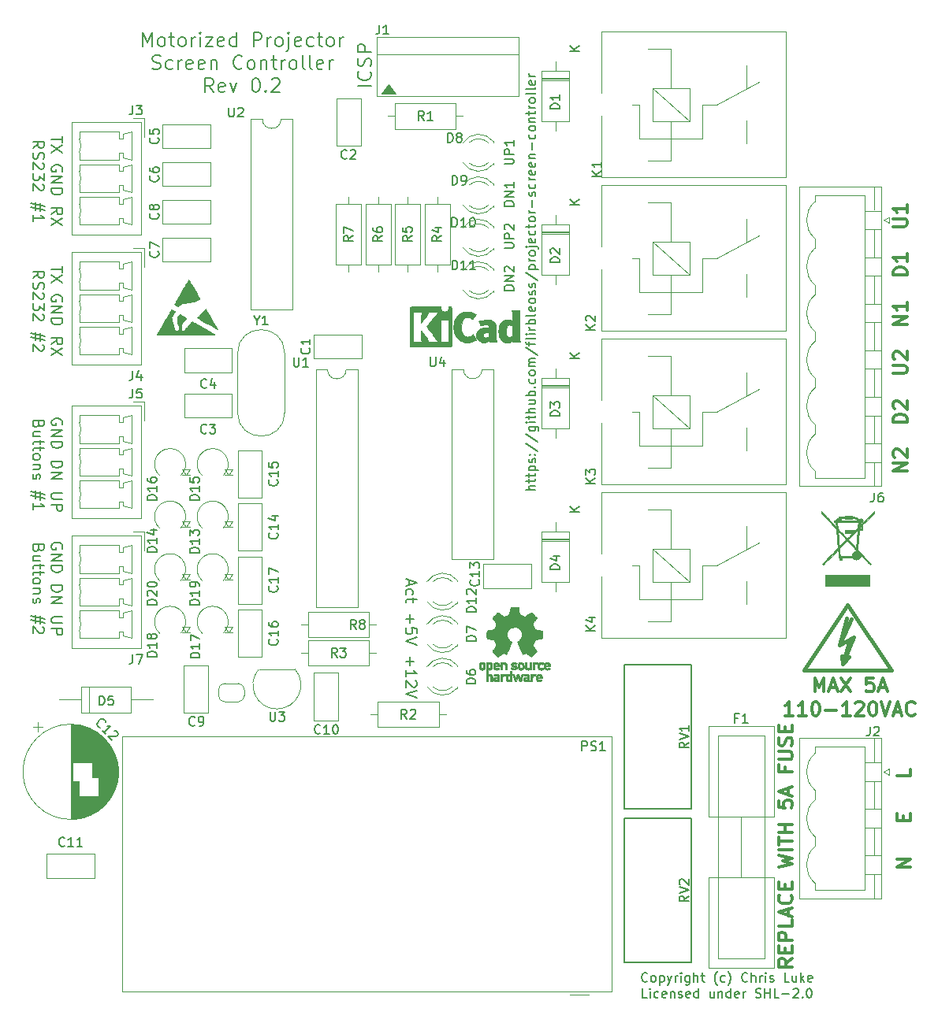
<source format=gbr>
G04 #@! TF.GenerationSoftware,KiCad,Pcbnew,(5.1.4)-1*
G04 #@! TF.CreationDate,2019-09-28T17:23:44-04:00*
G04 #@! TF.ProjectId,projector-screen-controller,70726f6a-6563-4746-9f72-2d7363726565,0.2*
G04 #@! TF.SameCoordinates,Original*
G04 #@! TF.FileFunction,Legend,Top*
G04 #@! TF.FilePolarity,Positive*
%FSLAX46Y46*%
G04 Gerber Fmt 4.6, Leading zero omitted, Abs format (unit mm)*
G04 Created by KiCad (PCBNEW (5.1.4)-1) date 2019-09-28 17:23:44*
%MOMM*%
%LPD*%
G04 APERTURE LIST*
%ADD10C,0.200000*%
%ADD11C,0.400000*%
%ADD12C,0.120000*%
%ADD13C,0.300000*%
%ADD14C,0.100000*%
%ADD15C,0.010000*%
%ADD16C,0.150000*%
G04 APERTURE END LIST*
D10*
X111676571Y-51998285D02*
X110176571Y-51998285D01*
X111533714Y-50426857D02*
X111605142Y-50498285D01*
X111676571Y-50712571D01*
X111676571Y-50855428D01*
X111605142Y-51069714D01*
X111462285Y-51212571D01*
X111319428Y-51284000D01*
X111033714Y-51355428D01*
X110819428Y-51355428D01*
X110533714Y-51284000D01*
X110390857Y-51212571D01*
X110248000Y-51069714D01*
X110176571Y-50855428D01*
X110176571Y-50712571D01*
X110248000Y-50498285D01*
X110319428Y-50426857D01*
X111605142Y-49855428D02*
X111676571Y-49641142D01*
X111676571Y-49284000D01*
X111605142Y-49141142D01*
X111533714Y-49069714D01*
X111390857Y-48998285D01*
X111248000Y-48998285D01*
X111105142Y-49069714D01*
X111033714Y-49141142D01*
X110962285Y-49284000D01*
X110890857Y-49569714D01*
X110819428Y-49712571D01*
X110748000Y-49784000D01*
X110605142Y-49855428D01*
X110462285Y-49855428D01*
X110319428Y-49784000D01*
X110248000Y-49712571D01*
X110176571Y-49569714D01*
X110176571Y-49212571D01*
X110248000Y-48998285D01*
X111676571Y-48355428D02*
X110176571Y-48355428D01*
X110176571Y-47784000D01*
X110248000Y-47641142D01*
X110319428Y-47569714D01*
X110462285Y-47498285D01*
X110676571Y-47498285D01*
X110819428Y-47569714D01*
X110890857Y-47641142D01*
X110962285Y-47784000D01*
X110962285Y-48355428D01*
D11*
X161925000Y-112141000D02*
X163195000Y-109347000D01*
X163449000Y-111252000D02*
X161925000Y-112141000D01*
X162306000Y-114173000D02*
X163449000Y-111252000D01*
X162941000Y-113411000D02*
X162306000Y-114173000D01*
X162179000Y-113284000D02*
X162941000Y-113411000D01*
X162306000Y-114173000D02*
X162179000Y-113284000D01*
X163068000Y-111506000D02*
X162306000Y-114173000D01*
D12*
X161925000Y-112141000D02*
X163068000Y-111506000D01*
D11*
X162687000Y-109220000D02*
X161925000Y-112141000D01*
X167513000Y-114808000D02*
X162814000Y-107823000D01*
D12*
X167386000Y-114808000D02*
X167513000Y-114808000D01*
D11*
X158115000Y-114808000D02*
X167386000Y-114808000D01*
X162814000Y-107823000D02*
X158115000Y-114808000D01*
D13*
X159282285Y-117132571D02*
X159282285Y-115632571D01*
X159782285Y-116704000D01*
X160282285Y-115632571D01*
X160282285Y-117132571D01*
X160925142Y-116704000D02*
X161639428Y-116704000D01*
X160782285Y-117132571D02*
X161282285Y-115632571D01*
X161782285Y-117132571D01*
X162139428Y-115632571D02*
X163139428Y-117132571D01*
X163139428Y-115632571D02*
X162139428Y-117132571D01*
X165568000Y-115632571D02*
X164853714Y-115632571D01*
X164782285Y-116346857D01*
X164853714Y-116275428D01*
X164996571Y-116204000D01*
X165353714Y-116204000D01*
X165496571Y-116275428D01*
X165568000Y-116346857D01*
X165639428Y-116489714D01*
X165639428Y-116846857D01*
X165568000Y-116989714D01*
X165496571Y-117061142D01*
X165353714Y-117132571D01*
X164996571Y-117132571D01*
X164853714Y-117061142D01*
X164782285Y-116989714D01*
X166210857Y-116704000D02*
X166925142Y-116704000D01*
X166068000Y-117132571D02*
X166568000Y-115632571D01*
X167068000Y-117132571D01*
X156960857Y-119682571D02*
X156103714Y-119682571D01*
X156532285Y-119682571D02*
X156532285Y-118182571D01*
X156389428Y-118396857D01*
X156246571Y-118539714D01*
X156103714Y-118611142D01*
X158389428Y-119682571D02*
X157532285Y-119682571D01*
X157960857Y-119682571D02*
X157960857Y-118182571D01*
X157818000Y-118396857D01*
X157675142Y-118539714D01*
X157532285Y-118611142D01*
X159318000Y-118182571D02*
X159460857Y-118182571D01*
X159603714Y-118254000D01*
X159675142Y-118325428D01*
X159746571Y-118468285D01*
X159818000Y-118754000D01*
X159818000Y-119111142D01*
X159746571Y-119396857D01*
X159675142Y-119539714D01*
X159603714Y-119611142D01*
X159460857Y-119682571D01*
X159318000Y-119682571D01*
X159175142Y-119611142D01*
X159103714Y-119539714D01*
X159032285Y-119396857D01*
X158960857Y-119111142D01*
X158960857Y-118754000D01*
X159032285Y-118468285D01*
X159103714Y-118325428D01*
X159175142Y-118254000D01*
X159318000Y-118182571D01*
X160460857Y-119111142D02*
X161603714Y-119111142D01*
X163103714Y-119682571D02*
X162246571Y-119682571D01*
X162675142Y-119682571D02*
X162675142Y-118182571D01*
X162532285Y-118396857D01*
X162389428Y-118539714D01*
X162246571Y-118611142D01*
X163675142Y-118325428D02*
X163746571Y-118254000D01*
X163889428Y-118182571D01*
X164246571Y-118182571D01*
X164389428Y-118254000D01*
X164460857Y-118325428D01*
X164532285Y-118468285D01*
X164532285Y-118611142D01*
X164460857Y-118825428D01*
X163603714Y-119682571D01*
X164532285Y-119682571D01*
X165460857Y-118182571D02*
X165603714Y-118182571D01*
X165746571Y-118254000D01*
X165818000Y-118325428D01*
X165889428Y-118468285D01*
X165960857Y-118754000D01*
X165960857Y-119111142D01*
X165889428Y-119396857D01*
X165818000Y-119539714D01*
X165746571Y-119611142D01*
X165603714Y-119682571D01*
X165460857Y-119682571D01*
X165318000Y-119611142D01*
X165246571Y-119539714D01*
X165175142Y-119396857D01*
X165103714Y-119111142D01*
X165103714Y-118754000D01*
X165175142Y-118468285D01*
X165246571Y-118325428D01*
X165318000Y-118254000D01*
X165460857Y-118182571D01*
X166389428Y-118182571D02*
X166889428Y-119682571D01*
X167389428Y-118182571D01*
X167818000Y-119254000D02*
X168532285Y-119254000D01*
X167675142Y-119682571D02*
X168175142Y-118182571D01*
X168675142Y-119682571D01*
X170032285Y-119539714D02*
X169960857Y-119611142D01*
X169746571Y-119682571D01*
X169603714Y-119682571D01*
X169389428Y-119611142D01*
X169246571Y-119468285D01*
X169175142Y-119325428D01*
X169103714Y-119039714D01*
X169103714Y-118825428D01*
X169175142Y-118539714D01*
X169246571Y-118396857D01*
X169389428Y-118254000D01*
X169603714Y-118182571D01*
X169746571Y-118182571D01*
X169960857Y-118254000D01*
X170032285Y-118325428D01*
X156888571Y-145838142D02*
X156174285Y-146338142D01*
X156888571Y-146695285D02*
X155388571Y-146695285D01*
X155388571Y-146123857D01*
X155460000Y-145981000D01*
X155531428Y-145909571D01*
X155674285Y-145838142D01*
X155888571Y-145838142D01*
X156031428Y-145909571D01*
X156102857Y-145981000D01*
X156174285Y-146123857D01*
X156174285Y-146695285D01*
X156102857Y-145195285D02*
X156102857Y-144695285D01*
X156888571Y-144481000D02*
X156888571Y-145195285D01*
X155388571Y-145195285D01*
X155388571Y-144481000D01*
X156888571Y-143838142D02*
X155388571Y-143838142D01*
X155388571Y-143266714D01*
X155460000Y-143123857D01*
X155531428Y-143052428D01*
X155674285Y-142981000D01*
X155888571Y-142981000D01*
X156031428Y-143052428D01*
X156102857Y-143123857D01*
X156174285Y-143266714D01*
X156174285Y-143838142D01*
X156888571Y-141623857D02*
X156888571Y-142338142D01*
X155388571Y-142338142D01*
X156460000Y-141195285D02*
X156460000Y-140481000D01*
X156888571Y-141338142D02*
X155388571Y-140838142D01*
X156888571Y-140338142D01*
X156745714Y-138981000D02*
X156817142Y-139052428D01*
X156888571Y-139266714D01*
X156888571Y-139409571D01*
X156817142Y-139623857D01*
X156674285Y-139766714D01*
X156531428Y-139838142D01*
X156245714Y-139909571D01*
X156031428Y-139909571D01*
X155745714Y-139838142D01*
X155602857Y-139766714D01*
X155460000Y-139623857D01*
X155388571Y-139409571D01*
X155388571Y-139266714D01*
X155460000Y-139052428D01*
X155531428Y-138981000D01*
X156102857Y-138338142D02*
X156102857Y-137838142D01*
X156888571Y-137623857D02*
X156888571Y-138338142D01*
X155388571Y-138338142D01*
X155388571Y-137623857D01*
X155388571Y-135981000D02*
X156888571Y-135623857D01*
X155817142Y-135338142D01*
X156888571Y-135052428D01*
X155388571Y-134695285D01*
X156888571Y-134123857D02*
X155388571Y-134123857D01*
X155388571Y-133623857D02*
X155388571Y-132766714D01*
X156888571Y-133195285D02*
X155388571Y-133195285D01*
X156888571Y-132266714D02*
X155388571Y-132266714D01*
X156102857Y-132266714D02*
X156102857Y-131409571D01*
X156888571Y-131409571D02*
X155388571Y-131409571D01*
X155388571Y-128838142D02*
X155388571Y-129552428D01*
X156102857Y-129623857D01*
X156031428Y-129552428D01*
X155960000Y-129409571D01*
X155960000Y-129052428D01*
X156031428Y-128909571D01*
X156102857Y-128838142D01*
X156245714Y-128766714D01*
X156602857Y-128766714D01*
X156745714Y-128838142D01*
X156817142Y-128909571D01*
X156888571Y-129052428D01*
X156888571Y-129409571D01*
X156817142Y-129552428D01*
X156745714Y-129623857D01*
X156460000Y-128195285D02*
X156460000Y-127481000D01*
X156888571Y-128338142D02*
X155388571Y-127838142D01*
X156888571Y-127338142D01*
X156102857Y-125195285D02*
X156102857Y-125695285D01*
X156888571Y-125695285D02*
X155388571Y-125695285D01*
X155388571Y-124981000D01*
X155388571Y-124409571D02*
X156602857Y-124409571D01*
X156745714Y-124338142D01*
X156817142Y-124266714D01*
X156888571Y-124123857D01*
X156888571Y-123838142D01*
X156817142Y-123695285D01*
X156745714Y-123623857D01*
X156602857Y-123552428D01*
X155388571Y-123552428D01*
X156817142Y-122909571D02*
X156888571Y-122695285D01*
X156888571Y-122338142D01*
X156817142Y-122195285D01*
X156745714Y-122123857D01*
X156602857Y-122052428D01*
X156460000Y-122052428D01*
X156317142Y-122123857D01*
X156245714Y-122195285D01*
X156174285Y-122338142D01*
X156102857Y-122623857D01*
X156031428Y-122766714D01*
X155960000Y-122838142D01*
X155817142Y-122909571D01*
X155674285Y-122909571D01*
X155531428Y-122838142D01*
X155460000Y-122766714D01*
X155388571Y-122623857D01*
X155388571Y-122266714D01*
X155460000Y-122052428D01*
X156102857Y-121409571D02*
X156102857Y-120909571D01*
X156888571Y-120695285D02*
X156888571Y-121409571D01*
X155388571Y-121409571D01*
X155388571Y-120695285D01*
D14*
G36*
X114300000Y-52832000D02*
G01*
X112776000Y-52832000D01*
X113538000Y-51816000D01*
X114300000Y-52832000D01*
G37*
X114300000Y-52832000D02*
X112776000Y-52832000D01*
X113538000Y-51816000D01*
X114300000Y-52832000D01*
D10*
X126944380Y-73960619D02*
X125944380Y-73960619D01*
X125944380Y-73722523D01*
X125992000Y-73579666D01*
X126087238Y-73484428D01*
X126182476Y-73436809D01*
X126372952Y-73389190D01*
X126515809Y-73389190D01*
X126706285Y-73436809D01*
X126801523Y-73484428D01*
X126896761Y-73579666D01*
X126944380Y-73722523D01*
X126944380Y-73960619D01*
X126944380Y-72960619D02*
X125944380Y-72960619D01*
X126944380Y-72389190D01*
X125944380Y-72389190D01*
X126039619Y-71960619D02*
X125992000Y-71913000D01*
X125944380Y-71817761D01*
X125944380Y-71579666D01*
X125992000Y-71484428D01*
X126039619Y-71436809D01*
X126134857Y-71389190D01*
X126230095Y-71389190D01*
X126372952Y-71436809D01*
X126944380Y-72008238D01*
X126944380Y-71389190D01*
X125944380Y-69436809D02*
X126753904Y-69436809D01*
X126849142Y-69389190D01*
X126896761Y-69341571D01*
X126944380Y-69246333D01*
X126944380Y-69055857D01*
X126896761Y-68960619D01*
X126849142Y-68913000D01*
X126753904Y-68865380D01*
X125944380Y-68865380D01*
X126944380Y-68389190D02*
X125944380Y-68389190D01*
X125944380Y-68008238D01*
X125992000Y-67913000D01*
X126039619Y-67865380D01*
X126134857Y-67817761D01*
X126277714Y-67817761D01*
X126372952Y-67865380D01*
X126420571Y-67913000D01*
X126468190Y-68008238D01*
X126468190Y-68389190D01*
X126039619Y-67436809D02*
X125992000Y-67389190D01*
X125944380Y-67293952D01*
X125944380Y-67055857D01*
X125992000Y-66960619D01*
X126039619Y-66913000D01*
X126134857Y-66865380D01*
X126230095Y-66865380D01*
X126372952Y-66913000D01*
X126944380Y-67484428D01*
X126944380Y-66865380D01*
X126944380Y-64913000D02*
X125944380Y-64913000D01*
X125944380Y-64674904D01*
X125992000Y-64532047D01*
X126087238Y-64436809D01*
X126182476Y-64389190D01*
X126372952Y-64341571D01*
X126515809Y-64341571D01*
X126706285Y-64389190D01*
X126801523Y-64436809D01*
X126896761Y-64532047D01*
X126944380Y-64674904D01*
X126944380Y-64913000D01*
X126944380Y-63913000D02*
X125944380Y-63913000D01*
X126944380Y-63341571D01*
X125944380Y-63341571D01*
X126944380Y-62341571D02*
X126944380Y-62913000D01*
X126944380Y-62627285D02*
X125944380Y-62627285D01*
X126087238Y-62722523D01*
X126182476Y-62817761D01*
X126230095Y-62913000D01*
X125944380Y-60389190D02*
X126753904Y-60389190D01*
X126849142Y-60341571D01*
X126896761Y-60293952D01*
X126944380Y-60198714D01*
X126944380Y-60008238D01*
X126896761Y-59913000D01*
X126849142Y-59865380D01*
X126753904Y-59817761D01*
X125944380Y-59817761D01*
X126944380Y-59341571D02*
X125944380Y-59341571D01*
X125944380Y-58960619D01*
X125992000Y-58865380D01*
X126039619Y-58817761D01*
X126134857Y-58770142D01*
X126277714Y-58770142D01*
X126372952Y-58817761D01*
X126420571Y-58865380D01*
X126468190Y-58960619D01*
X126468190Y-59341571D01*
X126944380Y-57817761D02*
X126944380Y-58389190D01*
X126944380Y-58103476D02*
X125944380Y-58103476D01*
X126087238Y-58198714D01*
X126182476Y-58293952D01*
X126230095Y-58389190D01*
X141312380Y-148224142D02*
X141264761Y-148271761D01*
X141121904Y-148319380D01*
X141026666Y-148319380D01*
X140883809Y-148271761D01*
X140788571Y-148176523D01*
X140740952Y-148081285D01*
X140693333Y-147890809D01*
X140693333Y-147747952D01*
X140740952Y-147557476D01*
X140788571Y-147462238D01*
X140883809Y-147367000D01*
X141026666Y-147319380D01*
X141121904Y-147319380D01*
X141264761Y-147367000D01*
X141312380Y-147414619D01*
X141883809Y-148319380D02*
X141788571Y-148271761D01*
X141740952Y-148224142D01*
X141693333Y-148128904D01*
X141693333Y-147843190D01*
X141740952Y-147747952D01*
X141788571Y-147700333D01*
X141883809Y-147652714D01*
X142026666Y-147652714D01*
X142121904Y-147700333D01*
X142169523Y-147747952D01*
X142217142Y-147843190D01*
X142217142Y-148128904D01*
X142169523Y-148224142D01*
X142121904Y-148271761D01*
X142026666Y-148319380D01*
X141883809Y-148319380D01*
X142645714Y-147652714D02*
X142645714Y-148652714D01*
X142645714Y-147700333D02*
X142740952Y-147652714D01*
X142931428Y-147652714D01*
X143026666Y-147700333D01*
X143074285Y-147747952D01*
X143121904Y-147843190D01*
X143121904Y-148128904D01*
X143074285Y-148224142D01*
X143026666Y-148271761D01*
X142931428Y-148319380D01*
X142740952Y-148319380D01*
X142645714Y-148271761D01*
X143455238Y-147652714D02*
X143693333Y-148319380D01*
X143931428Y-147652714D02*
X143693333Y-148319380D01*
X143598095Y-148557476D01*
X143550476Y-148605095D01*
X143455238Y-148652714D01*
X144312380Y-148319380D02*
X144312380Y-147652714D01*
X144312380Y-147843190D02*
X144360000Y-147747952D01*
X144407619Y-147700333D01*
X144502857Y-147652714D01*
X144598095Y-147652714D01*
X144931428Y-148319380D02*
X144931428Y-147652714D01*
X144931428Y-147319380D02*
X144883809Y-147367000D01*
X144931428Y-147414619D01*
X144979047Y-147367000D01*
X144931428Y-147319380D01*
X144931428Y-147414619D01*
X145836190Y-147652714D02*
X145836190Y-148462238D01*
X145788571Y-148557476D01*
X145740952Y-148605095D01*
X145645714Y-148652714D01*
X145502857Y-148652714D01*
X145407619Y-148605095D01*
X145836190Y-148271761D02*
X145740952Y-148319380D01*
X145550476Y-148319380D01*
X145455238Y-148271761D01*
X145407619Y-148224142D01*
X145360000Y-148128904D01*
X145360000Y-147843190D01*
X145407619Y-147747952D01*
X145455238Y-147700333D01*
X145550476Y-147652714D01*
X145740952Y-147652714D01*
X145836190Y-147700333D01*
X146312380Y-148319380D02*
X146312380Y-147319380D01*
X146740952Y-148319380D02*
X146740952Y-147795571D01*
X146693333Y-147700333D01*
X146598095Y-147652714D01*
X146455238Y-147652714D01*
X146360000Y-147700333D01*
X146312380Y-147747952D01*
X147074285Y-147652714D02*
X147455238Y-147652714D01*
X147217142Y-147319380D02*
X147217142Y-148176523D01*
X147264761Y-148271761D01*
X147360000Y-148319380D01*
X147455238Y-148319380D01*
X148836190Y-148700333D02*
X148788571Y-148652714D01*
X148693333Y-148509857D01*
X148645714Y-148414619D01*
X148598095Y-148271761D01*
X148550476Y-148033666D01*
X148550476Y-147843190D01*
X148598095Y-147605095D01*
X148645714Y-147462238D01*
X148693333Y-147367000D01*
X148788571Y-147224142D01*
X148836190Y-147176523D01*
X149645714Y-148271761D02*
X149550476Y-148319380D01*
X149360000Y-148319380D01*
X149264761Y-148271761D01*
X149217142Y-148224142D01*
X149169523Y-148128904D01*
X149169523Y-147843190D01*
X149217142Y-147747952D01*
X149264761Y-147700333D01*
X149360000Y-147652714D01*
X149550476Y-147652714D01*
X149645714Y-147700333D01*
X149979047Y-148700333D02*
X150026666Y-148652714D01*
X150121904Y-148509857D01*
X150169523Y-148414619D01*
X150217142Y-148271761D01*
X150264761Y-148033666D01*
X150264761Y-147843190D01*
X150217142Y-147605095D01*
X150169523Y-147462238D01*
X150121904Y-147367000D01*
X150026666Y-147224142D01*
X149979047Y-147176523D01*
X152074285Y-148224142D02*
X152026666Y-148271761D01*
X151883809Y-148319380D01*
X151788571Y-148319380D01*
X151645714Y-148271761D01*
X151550476Y-148176523D01*
X151502857Y-148081285D01*
X151455238Y-147890809D01*
X151455238Y-147747952D01*
X151502857Y-147557476D01*
X151550476Y-147462238D01*
X151645714Y-147367000D01*
X151788571Y-147319380D01*
X151883809Y-147319380D01*
X152026666Y-147367000D01*
X152074285Y-147414619D01*
X152502857Y-148319380D02*
X152502857Y-147319380D01*
X152931428Y-148319380D02*
X152931428Y-147795571D01*
X152883809Y-147700333D01*
X152788571Y-147652714D01*
X152645714Y-147652714D01*
X152550476Y-147700333D01*
X152502857Y-147747952D01*
X153407619Y-148319380D02*
X153407619Y-147652714D01*
X153407619Y-147843190D02*
X153455238Y-147747952D01*
X153502857Y-147700333D01*
X153598095Y-147652714D01*
X153693333Y-147652714D01*
X154026666Y-148319380D02*
X154026666Y-147652714D01*
X154026666Y-147319380D02*
X153979047Y-147367000D01*
X154026666Y-147414619D01*
X154074285Y-147367000D01*
X154026666Y-147319380D01*
X154026666Y-147414619D01*
X154455238Y-148271761D02*
X154550476Y-148319380D01*
X154740952Y-148319380D01*
X154836190Y-148271761D01*
X154883809Y-148176523D01*
X154883809Y-148128904D01*
X154836190Y-148033666D01*
X154740952Y-147986047D01*
X154598095Y-147986047D01*
X154502857Y-147938428D01*
X154455238Y-147843190D01*
X154455238Y-147795571D01*
X154502857Y-147700333D01*
X154598095Y-147652714D01*
X154740952Y-147652714D01*
X154836190Y-147700333D01*
X156550476Y-148319380D02*
X156074285Y-148319380D01*
X156074285Y-147319380D01*
X157312380Y-147652714D02*
X157312380Y-148319380D01*
X156883809Y-147652714D02*
X156883809Y-148176523D01*
X156931428Y-148271761D01*
X157026666Y-148319380D01*
X157169523Y-148319380D01*
X157264761Y-148271761D01*
X157312380Y-148224142D01*
X157788571Y-148319380D02*
X157788571Y-147319380D01*
X157883809Y-147938428D02*
X158169523Y-148319380D01*
X158169523Y-147652714D02*
X157788571Y-148033666D01*
X158979047Y-148271761D02*
X158883809Y-148319380D01*
X158693333Y-148319380D01*
X158598095Y-148271761D01*
X158550476Y-148176523D01*
X158550476Y-147795571D01*
X158598095Y-147700333D01*
X158693333Y-147652714D01*
X158883809Y-147652714D01*
X158979047Y-147700333D01*
X159026666Y-147795571D01*
X159026666Y-147890809D01*
X158550476Y-147986047D01*
X141264761Y-150019380D02*
X140788571Y-150019380D01*
X140788571Y-149019380D01*
X141598095Y-150019380D02*
X141598095Y-149352714D01*
X141598095Y-149019380D02*
X141550476Y-149067000D01*
X141598095Y-149114619D01*
X141645714Y-149067000D01*
X141598095Y-149019380D01*
X141598095Y-149114619D01*
X142502857Y-149971761D02*
X142407619Y-150019380D01*
X142217142Y-150019380D01*
X142121904Y-149971761D01*
X142074285Y-149924142D01*
X142026666Y-149828904D01*
X142026666Y-149543190D01*
X142074285Y-149447952D01*
X142121904Y-149400333D01*
X142217142Y-149352714D01*
X142407619Y-149352714D01*
X142502857Y-149400333D01*
X143312380Y-149971761D02*
X143217142Y-150019380D01*
X143026666Y-150019380D01*
X142931428Y-149971761D01*
X142883809Y-149876523D01*
X142883809Y-149495571D01*
X142931428Y-149400333D01*
X143026666Y-149352714D01*
X143217142Y-149352714D01*
X143312380Y-149400333D01*
X143360000Y-149495571D01*
X143360000Y-149590809D01*
X142883809Y-149686047D01*
X143788571Y-149352714D02*
X143788571Y-150019380D01*
X143788571Y-149447952D02*
X143836190Y-149400333D01*
X143931428Y-149352714D01*
X144074285Y-149352714D01*
X144169523Y-149400333D01*
X144217142Y-149495571D01*
X144217142Y-150019380D01*
X144645714Y-149971761D02*
X144740952Y-150019380D01*
X144931428Y-150019380D01*
X145026666Y-149971761D01*
X145074285Y-149876523D01*
X145074285Y-149828904D01*
X145026666Y-149733666D01*
X144931428Y-149686047D01*
X144788571Y-149686047D01*
X144693333Y-149638428D01*
X144645714Y-149543190D01*
X144645714Y-149495571D01*
X144693333Y-149400333D01*
X144788571Y-149352714D01*
X144931428Y-149352714D01*
X145026666Y-149400333D01*
X145883809Y-149971761D02*
X145788571Y-150019380D01*
X145598095Y-150019380D01*
X145502857Y-149971761D01*
X145455238Y-149876523D01*
X145455238Y-149495571D01*
X145502857Y-149400333D01*
X145598095Y-149352714D01*
X145788571Y-149352714D01*
X145883809Y-149400333D01*
X145931428Y-149495571D01*
X145931428Y-149590809D01*
X145455238Y-149686047D01*
X146788571Y-150019380D02*
X146788571Y-149019380D01*
X146788571Y-149971761D02*
X146693333Y-150019380D01*
X146502857Y-150019380D01*
X146407619Y-149971761D01*
X146360000Y-149924142D01*
X146312380Y-149828904D01*
X146312380Y-149543190D01*
X146360000Y-149447952D01*
X146407619Y-149400333D01*
X146502857Y-149352714D01*
X146693333Y-149352714D01*
X146788571Y-149400333D01*
X148455238Y-149352714D02*
X148455238Y-150019380D01*
X148026666Y-149352714D02*
X148026666Y-149876523D01*
X148074285Y-149971761D01*
X148169523Y-150019380D01*
X148312380Y-150019380D01*
X148407619Y-149971761D01*
X148455238Y-149924142D01*
X148931428Y-149352714D02*
X148931428Y-150019380D01*
X148931428Y-149447952D02*
X148979047Y-149400333D01*
X149074285Y-149352714D01*
X149217142Y-149352714D01*
X149312380Y-149400333D01*
X149360000Y-149495571D01*
X149360000Y-150019380D01*
X150264761Y-150019380D02*
X150264761Y-149019380D01*
X150264761Y-149971761D02*
X150169523Y-150019380D01*
X149979047Y-150019380D01*
X149883809Y-149971761D01*
X149836190Y-149924142D01*
X149788571Y-149828904D01*
X149788571Y-149543190D01*
X149836190Y-149447952D01*
X149883809Y-149400333D01*
X149979047Y-149352714D01*
X150169523Y-149352714D01*
X150264761Y-149400333D01*
X151121904Y-149971761D02*
X151026666Y-150019380D01*
X150836190Y-150019380D01*
X150740952Y-149971761D01*
X150693333Y-149876523D01*
X150693333Y-149495571D01*
X150740952Y-149400333D01*
X150836190Y-149352714D01*
X151026666Y-149352714D01*
X151121904Y-149400333D01*
X151169523Y-149495571D01*
X151169523Y-149590809D01*
X150693333Y-149686047D01*
X151598095Y-150019380D02*
X151598095Y-149352714D01*
X151598095Y-149543190D02*
X151645714Y-149447952D01*
X151693333Y-149400333D01*
X151788571Y-149352714D01*
X151883809Y-149352714D01*
X152931428Y-149971761D02*
X153074285Y-150019380D01*
X153312380Y-150019380D01*
X153407619Y-149971761D01*
X153455238Y-149924142D01*
X153502857Y-149828904D01*
X153502857Y-149733666D01*
X153455238Y-149638428D01*
X153407619Y-149590809D01*
X153312380Y-149543190D01*
X153121904Y-149495571D01*
X153026666Y-149447952D01*
X152979047Y-149400333D01*
X152931428Y-149305095D01*
X152931428Y-149209857D01*
X152979047Y-149114619D01*
X153026666Y-149067000D01*
X153121904Y-149019380D01*
X153360000Y-149019380D01*
X153502857Y-149067000D01*
X153931428Y-150019380D02*
X153931428Y-149019380D01*
X153931428Y-149495571D02*
X154502857Y-149495571D01*
X154502857Y-150019380D02*
X154502857Y-149019380D01*
X155455238Y-150019380D02*
X154979047Y-150019380D01*
X154979047Y-149019380D01*
X155788571Y-149638428D02*
X156550476Y-149638428D01*
X156979047Y-149114619D02*
X157026666Y-149067000D01*
X157121904Y-149019380D01*
X157360000Y-149019380D01*
X157455238Y-149067000D01*
X157502857Y-149114619D01*
X157550476Y-149209857D01*
X157550476Y-149305095D01*
X157502857Y-149447952D01*
X156931428Y-150019380D01*
X157550476Y-150019380D01*
X157979047Y-149924142D02*
X158026666Y-149971761D01*
X157979047Y-150019380D01*
X157931428Y-149971761D01*
X157979047Y-149924142D01*
X157979047Y-150019380D01*
X158645714Y-149019380D02*
X158740952Y-149019380D01*
X158836190Y-149067000D01*
X158883809Y-149114619D01*
X158931428Y-149209857D01*
X158979047Y-149400333D01*
X158979047Y-149638428D01*
X158931428Y-149828904D01*
X158883809Y-149924142D01*
X158836190Y-149971761D01*
X158740952Y-150019380D01*
X158645714Y-150019380D01*
X158550476Y-149971761D01*
X158502857Y-149924142D01*
X158455238Y-149828904D01*
X158407619Y-149638428D01*
X158407619Y-149400333D01*
X158455238Y-149209857D01*
X158502857Y-149114619D01*
X158550476Y-149067000D01*
X158645714Y-149019380D01*
X115687500Y-105093285D02*
X115687500Y-105664714D01*
X115344642Y-104979000D02*
X116544642Y-105379000D01*
X115344642Y-105779000D01*
X115401785Y-106693285D02*
X115344642Y-106579000D01*
X115344642Y-106350428D01*
X115401785Y-106236142D01*
X115458928Y-106179000D01*
X115573214Y-106121857D01*
X115916071Y-106121857D01*
X116030357Y-106179000D01*
X116087500Y-106236142D01*
X116144642Y-106350428D01*
X116144642Y-106579000D01*
X116087500Y-106693285D01*
X116144642Y-107036142D02*
X116144642Y-107493285D01*
X116544642Y-107207571D02*
X115516071Y-107207571D01*
X115401785Y-107264714D01*
X115344642Y-107379000D01*
X115344642Y-107493285D01*
X115801785Y-108807571D02*
X115801785Y-109721857D01*
X115344642Y-109264714D02*
X116258928Y-109264714D01*
X116544642Y-110864714D02*
X116544642Y-110293285D01*
X115973214Y-110236142D01*
X116030357Y-110293285D01*
X116087500Y-110407571D01*
X116087500Y-110693285D01*
X116030357Y-110807571D01*
X115973214Y-110864714D01*
X115858928Y-110921857D01*
X115573214Y-110921857D01*
X115458928Y-110864714D01*
X115401785Y-110807571D01*
X115344642Y-110693285D01*
X115344642Y-110407571D01*
X115401785Y-110293285D01*
X115458928Y-110236142D01*
X116544642Y-111264714D02*
X115344642Y-111664714D01*
X116544642Y-112064714D01*
X115801785Y-113379000D02*
X115801785Y-114293285D01*
X115344642Y-113836142D02*
X116258928Y-113836142D01*
X115344642Y-115493285D02*
X115344642Y-114807571D01*
X115344642Y-115150428D02*
X116544642Y-115150428D01*
X116373214Y-115036142D01*
X116258928Y-114921857D01*
X116201785Y-114807571D01*
X116430357Y-115950428D02*
X116487500Y-116007571D01*
X116544642Y-116121857D01*
X116544642Y-116407571D01*
X116487500Y-116521857D01*
X116430357Y-116579000D01*
X116316071Y-116636142D01*
X116201785Y-116636142D01*
X116030357Y-116579000D01*
X115344642Y-115893285D01*
X115344642Y-116636142D01*
X116544642Y-116979000D02*
X115344642Y-117379000D01*
X116544642Y-117779000D01*
X78435000Y-101759285D02*
X78492142Y-101645000D01*
X78492142Y-101473571D01*
X78435000Y-101302142D01*
X78320714Y-101187857D01*
X78206428Y-101130714D01*
X77977857Y-101073571D01*
X77806428Y-101073571D01*
X77577857Y-101130714D01*
X77463571Y-101187857D01*
X77349285Y-101302142D01*
X77292142Y-101473571D01*
X77292142Y-101587857D01*
X77349285Y-101759285D01*
X77406428Y-101816428D01*
X77806428Y-101816428D01*
X77806428Y-101587857D01*
X77292142Y-102330714D02*
X78492142Y-102330714D01*
X77292142Y-103016428D01*
X78492142Y-103016428D01*
X77292142Y-103587857D02*
X78492142Y-103587857D01*
X78492142Y-103873571D01*
X78435000Y-104045000D01*
X78320714Y-104159285D01*
X78206428Y-104216428D01*
X77977857Y-104273571D01*
X77806428Y-104273571D01*
X77577857Y-104216428D01*
X77463571Y-104159285D01*
X77349285Y-104045000D01*
X77292142Y-103873571D01*
X77292142Y-103587857D01*
X77292142Y-105702142D02*
X78492142Y-105702142D01*
X78492142Y-105987857D01*
X78435000Y-106159285D01*
X78320714Y-106273571D01*
X78206428Y-106330714D01*
X77977857Y-106387857D01*
X77806428Y-106387857D01*
X77577857Y-106330714D01*
X77463571Y-106273571D01*
X77349285Y-106159285D01*
X77292142Y-105987857D01*
X77292142Y-105702142D01*
X77292142Y-106902142D02*
X78492142Y-106902142D01*
X77292142Y-107587857D01*
X78492142Y-107587857D01*
X78492142Y-109073571D02*
X77520714Y-109073571D01*
X77406428Y-109130714D01*
X77349285Y-109187857D01*
X77292142Y-109302142D01*
X77292142Y-109530714D01*
X77349285Y-109645000D01*
X77406428Y-109702142D01*
X77520714Y-109759285D01*
X78492142Y-109759285D01*
X77292142Y-110330714D02*
X78492142Y-110330714D01*
X78492142Y-110787857D01*
X78435000Y-110902142D01*
X78377857Y-110959285D01*
X78263571Y-111016428D01*
X78092142Y-111016428D01*
X77977857Y-110959285D01*
X77920714Y-110902142D01*
X77863571Y-110787857D01*
X77863571Y-110330714D01*
X75920714Y-101702142D02*
X75863571Y-101873571D01*
X75806428Y-101930714D01*
X75692142Y-101987857D01*
X75520714Y-101987857D01*
X75406428Y-101930714D01*
X75349285Y-101873571D01*
X75292142Y-101759285D01*
X75292142Y-101302142D01*
X76492142Y-101302142D01*
X76492142Y-101702142D01*
X76435000Y-101816428D01*
X76377857Y-101873571D01*
X76263571Y-101930714D01*
X76149285Y-101930714D01*
X76035000Y-101873571D01*
X75977857Y-101816428D01*
X75920714Y-101702142D01*
X75920714Y-101302142D01*
X76092142Y-103016428D02*
X75292142Y-103016428D01*
X76092142Y-102502142D02*
X75463571Y-102502142D01*
X75349285Y-102559285D01*
X75292142Y-102673571D01*
X75292142Y-102845000D01*
X75349285Y-102959285D01*
X75406428Y-103016428D01*
X76092142Y-103416428D02*
X76092142Y-103873571D01*
X76492142Y-103587857D02*
X75463571Y-103587857D01*
X75349285Y-103645000D01*
X75292142Y-103759285D01*
X75292142Y-103873571D01*
X76092142Y-104102142D02*
X76092142Y-104559285D01*
X76492142Y-104273571D02*
X75463571Y-104273571D01*
X75349285Y-104330714D01*
X75292142Y-104445000D01*
X75292142Y-104559285D01*
X75292142Y-105130714D02*
X75349285Y-105016428D01*
X75406428Y-104959285D01*
X75520714Y-104902142D01*
X75863571Y-104902142D01*
X75977857Y-104959285D01*
X76035000Y-105016428D01*
X76092142Y-105130714D01*
X76092142Y-105302142D01*
X76035000Y-105416428D01*
X75977857Y-105473571D01*
X75863571Y-105530714D01*
X75520714Y-105530714D01*
X75406428Y-105473571D01*
X75349285Y-105416428D01*
X75292142Y-105302142D01*
X75292142Y-105130714D01*
X76092142Y-106045000D02*
X75292142Y-106045000D01*
X75977857Y-106045000D02*
X76035000Y-106102142D01*
X76092142Y-106216428D01*
X76092142Y-106387857D01*
X76035000Y-106502142D01*
X75920714Y-106559285D01*
X75292142Y-106559285D01*
X75349285Y-107073571D02*
X75292142Y-107187857D01*
X75292142Y-107416428D01*
X75349285Y-107530714D01*
X75463571Y-107587857D01*
X75520714Y-107587857D01*
X75635000Y-107530714D01*
X75692142Y-107416428D01*
X75692142Y-107245000D01*
X75749285Y-107130714D01*
X75863571Y-107073571D01*
X75920714Y-107073571D01*
X76035000Y-107130714D01*
X76092142Y-107245000D01*
X76092142Y-107416428D01*
X76035000Y-107530714D01*
X76092142Y-108959285D02*
X76092142Y-109816428D01*
X76606428Y-109302142D02*
X75063571Y-108959285D01*
X75577857Y-109702142D02*
X75577857Y-108845000D01*
X75063571Y-109359285D02*
X76606428Y-109702142D01*
X76377857Y-110159285D02*
X76435000Y-110216428D01*
X76492142Y-110330714D01*
X76492142Y-110616428D01*
X76435000Y-110730714D01*
X76377857Y-110787857D01*
X76263571Y-110845000D01*
X76149285Y-110845000D01*
X75977857Y-110787857D01*
X75292142Y-110102142D01*
X75292142Y-110845000D01*
X129281180Y-95386914D02*
X128281180Y-95386914D01*
X129281180Y-94958342D02*
X128757371Y-94958342D01*
X128662133Y-95005961D01*
X128614514Y-95101200D01*
X128614514Y-95244057D01*
X128662133Y-95339295D01*
X128709752Y-95386914D01*
X128614514Y-94625009D02*
X128614514Y-94244057D01*
X128281180Y-94482152D02*
X129138323Y-94482152D01*
X129233561Y-94434533D01*
X129281180Y-94339295D01*
X129281180Y-94244057D01*
X128614514Y-94053580D02*
X128614514Y-93672628D01*
X128281180Y-93910723D02*
X129138323Y-93910723D01*
X129233561Y-93863104D01*
X129281180Y-93767866D01*
X129281180Y-93672628D01*
X128614514Y-93339295D02*
X129614514Y-93339295D01*
X128662133Y-93339295D02*
X128614514Y-93244057D01*
X128614514Y-93053580D01*
X128662133Y-92958342D01*
X128709752Y-92910723D01*
X128804990Y-92863104D01*
X129090704Y-92863104D01*
X129185942Y-92910723D01*
X129233561Y-92958342D01*
X129281180Y-93053580D01*
X129281180Y-93244057D01*
X129233561Y-93339295D01*
X129233561Y-92482152D02*
X129281180Y-92386914D01*
X129281180Y-92196438D01*
X129233561Y-92101200D01*
X129138323Y-92053580D01*
X129090704Y-92053580D01*
X128995466Y-92101200D01*
X128947847Y-92196438D01*
X128947847Y-92339295D01*
X128900228Y-92434533D01*
X128804990Y-92482152D01*
X128757371Y-92482152D01*
X128662133Y-92434533D01*
X128614514Y-92339295D01*
X128614514Y-92196438D01*
X128662133Y-92101200D01*
X129185942Y-91625009D02*
X129233561Y-91577390D01*
X129281180Y-91625009D01*
X129233561Y-91672628D01*
X129185942Y-91625009D01*
X129281180Y-91625009D01*
X128662133Y-91625009D02*
X128709752Y-91577390D01*
X128757371Y-91625009D01*
X128709752Y-91672628D01*
X128662133Y-91625009D01*
X128757371Y-91625009D01*
X128233561Y-90434533D02*
X129519276Y-91291676D01*
X128233561Y-89386914D02*
X129519276Y-90244057D01*
X128614514Y-88625009D02*
X129424038Y-88625009D01*
X129519276Y-88672628D01*
X129566895Y-88720247D01*
X129614514Y-88815485D01*
X129614514Y-88958342D01*
X129566895Y-89053580D01*
X129233561Y-88625009D02*
X129281180Y-88720247D01*
X129281180Y-88910723D01*
X129233561Y-89005961D01*
X129185942Y-89053580D01*
X129090704Y-89101200D01*
X128804990Y-89101200D01*
X128709752Y-89053580D01*
X128662133Y-89005961D01*
X128614514Y-88910723D01*
X128614514Y-88720247D01*
X128662133Y-88625009D01*
X129281180Y-88148819D02*
X128614514Y-88148819D01*
X128281180Y-88148819D02*
X128328800Y-88196438D01*
X128376419Y-88148819D01*
X128328800Y-88101200D01*
X128281180Y-88148819D01*
X128376419Y-88148819D01*
X128614514Y-87815485D02*
X128614514Y-87434533D01*
X128281180Y-87672628D02*
X129138323Y-87672628D01*
X129233561Y-87625009D01*
X129281180Y-87529771D01*
X129281180Y-87434533D01*
X129281180Y-87101200D02*
X128281180Y-87101200D01*
X129281180Y-86672628D02*
X128757371Y-86672628D01*
X128662133Y-86720247D01*
X128614514Y-86815485D01*
X128614514Y-86958342D01*
X128662133Y-87053580D01*
X128709752Y-87101200D01*
X128614514Y-85767866D02*
X129281180Y-85767866D01*
X128614514Y-86196438D02*
X129138323Y-86196438D01*
X129233561Y-86148819D01*
X129281180Y-86053580D01*
X129281180Y-85910723D01*
X129233561Y-85815485D01*
X129185942Y-85767866D01*
X129281180Y-85291676D02*
X128281180Y-85291676D01*
X128662133Y-85291676D02*
X128614514Y-85196438D01*
X128614514Y-85005961D01*
X128662133Y-84910723D01*
X128709752Y-84863104D01*
X128804990Y-84815485D01*
X129090704Y-84815485D01*
X129185942Y-84863104D01*
X129233561Y-84910723D01*
X129281180Y-85005961D01*
X129281180Y-85196438D01*
X129233561Y-85291676D01*
X129185942Y-84386914D02*
X129233561Y-84339295D01*
X129281180Y-84386914D01*
X129233561Y-84434533D01*
X129185942Y-84386914D01*
X129281180Y-84386914D01*
X129233561Y-83482152D02*
X129281180Y-83577390D01*
X129281180Y-83767866D01*
X129233561Y-83863104D01*
X129185942Y-83910723D01*
X129090704Y-83958342D01*
X128804990Y-83958342D01*
X128709752Y-83910723D01*
X128662133Y-83863104D01*
X128614514Y-83767866D01*
X128614514Y-83577390D01*
X128662133Y-83482152D01*
X129281180Y-82910723D02*
X129233561Y-83005961D01*
X129185942Y-83053580D01*
X129090704Y-83101200D01*
X128804990Y-83101200D01*
X128709752Y-83053580D01*
X128662133Y-83005961D01*
X128614514Y-82910723D01*
X128614514Y-82767866D01*
X128662133Y-82672628D01*
X128709752Y-82625009D01*
X128804990Y-82577390D01*
X129090704Y-82577390D01*
X129185942Y-82625009D01*
X129233561Y-82672628D01*
X129281180Y-82767866D01*
X129281180Y-82910723D01*
X129281180Y-82148819D02*
X128614514Y-82148819D01*
X128709752Y-82148819D02*
X128662133Y-82101200D01*
X128614514Y-82005961D01*
X128614514Y-81863104D01*
X128662133Y-81767866D01*
X128757371Y-81720247D01*
X129281180Y-81720247D01*
X128757371Y-81720247D02*
X128662133Y-81672628D01*
X128614514Y-81577390D01*
X128614514Y-81434533D01*
X128662133Y-81339295D01*
X128757371Y-81291676D01*
X129281180Y-81291676D01*
X128233561Y-80101200D02*
X129519276Y-80958342D01*
X128614514Y-79910723D02*
X128614514Y-79529771D01*
X129281180Y-79767866D02*
X128424038Y-79767866D01*
X128328800Y-79720247D01*
X128281180Y-79625009D01*
X128281180Y-79529771D01*
X129281180Y-79053580D02*
X129233561Y-79148819D01*
X129138323Y-79196438D01*
X128281180Y-79196438D01*
X129281180Y-78672628D02*
X128614514Y-78672628D01*
X128281180Y-78672628D02*
X128328800Y-78720247D01*
X128376419Y-78672628D01*
X128328800Y-78625009D01*
X128281180Y-78672628D01*
X128376419Y-78672628D01*
X129281180Y-78196438D02*
X128614514Y-78196438D01*
X128804990Y-78196438D02*
X128709752Y-78148819D01*
X128662133Y-78101200D01*
X128614514Y-78005961D01*
X128614514Y-77910723D01*
X129281180Y-77577390D02*
X128281180Y-77577390D01*
X128662133Y-77577390D02*
X128614514Y-77482152D01*
X128614514Y-77291676D01*
X128662133Y-77196438D01*
X128709752Y-77148819D01*
X128804990Y-77101200D01*
X129090704Y-77101200D01*
X129185942Y-77148819D01*
X129233561Y-77196438D01*
X129281180Y-77291676D01*
X129281180Y-77482152D01*
X129233561Y-77577390D01*
X129281180Y-76529771D02*
X129233561Y-76625009D01*
X129138323Y-76672628D01*
X128281180Y-76672628D01*
X129233561Y-75767866D02*
X129281180Y-75863104D01*
X129281180Y-76053580D01*
X129233561Y-76148819D01*
X129138323Y-76196438D01*
X128757371Y-76196438D01*
X128662133Y-76148819D01*
X128614514Y-76053580D01*
X128614514Y-75863104D01*
X128662133Y-75767866D01*
X128757371Y-75720247D01*
X128852609Y-75720247D01*
X128947847Y-76196438D01*
X129281180Y-75148819D02*
X129233561Y-75244057D01*
X129185942Y-75291676D01*
X129090704Y-75339295D01*
X128804990Y-75339295D01*
X128709752Y-75291676D01*
X128662133Y-75244057D01*
X128614514Y-75148819D01*
X128614514Y-75005961D01*
X128662133Y-74910723D01*
X128709752Y-74863104D01*
X128804990Y-74815485D01*
X129090704Y-74815485D01*
X129185942Y-74863104D01*
X129233561Y-74910723D01*
X129281180Y-75005961D01*
X129281180Y-75148819D01*
X129233561Y-74434533D02*
X129281180Y-74339295D01*
X129281180Y-74148819D01*
X129233561Y-74053580D01*
X129138323Y-74005961D01*
X129090704Y-74005961D01*
X128995466Y-74053580D01*
X128947847Y-74148819D01*
X128947847Y-74291676D01*
X128900228Y-74386914D01*
X128804990Y-74434533D01*
X128757371Y-74434533D01*
X128662133Y-74386914D01*
X128614514Y-74291676D01*
X128614514Y-74148819D01*
X128662133Y-74053580D01*
X129233561Y-73625009D02*
X129281180Y-73529771D01*
X129281180Y-73339295D01*
X129233561Y-73244057D01*
X129138323Y-73196438D01*
X129090704Y-73196438D01*
X128995466Y-73244057D01*
X128947847Y-73339295D01*
X128947847Y-73482152D01*
X128900228Y-73577390D01*
X128804990Y-73625009D01*
X128757371Y-73625009D01*
X128662133Y-73577390D01*
X128614514Y-73482152D01*
X128614514Y-73339295D01*
X128662133Y-73244057D01*
X128233561Y-72053580D02*
X129519276Y-72910723D01*
X128614514Y-71720247D02*
X129614514Y-71720247D01*
X128662133Y-71720247D02*
X128614514Y-71625009D01*
X128614514Y-71434533D01*
X128662133Y-71339295D01*
X128709752Y-71291676D01*
X128804990Y-71244057D01*
X129090704Y-71244057D01*
X129185942Y-71291676D01*
X129233561Y-71339295D01*
X129281180Y-71434533D01*
X129281180Y-71625009D01*
X129233561Y-71720247D01*
X129281180Y-70815485D02*
X128614514Y-70815485D01*
X128804990Y-70815485D02*
X128709752Y-70767866D01*
X128662133Y-70720247D01*
X128614514Y-70625009D01*
X128614514Y-70529771D01*
X129281180Y-70053580D02*
X129233561Y-70148819D01*
X129185942Y-70196438D01*
X129090704Y-70244057D01*
X128804990Y-70244057D01*
X128709752Y-70196438D01*
X128662133Y-70148819D01*
X128614514Y-70053580D01*
X128614514Y-69910723D01*
X128662133Y-69815485D01*
X128709752Y-69767866D01*
X128804990Y-69720247D01*
X129090704Y-69720247D01*
X129185942Y-69767866D01*
X129233561Y-69815485D01*
X129281180Y-69910723D01*
X129281180Y-70053580D01*
X128614514Y-69291676D02*
X129471657Y-69291676D01*
X129566895Y-69339295D01*
X129614514Y-69434533D01*
X129614514Y-69482152D01*
X128281180Y-69291676D02*
X128328800Y-69339295D01*
X128376419Y-69291676D01*
X128328800Y-69244057D01*
X128281180Y-69291676D01*
X128376419Y-69291676D01*
X129233561Y-68434533D02*
X129281180Y-68529771D01*
X129281180Y-68720247D01*
X129233561Y-68815485D01*
X129138323Y-68863104D01*
X128757371Y-68863104D01*
X128662133Y-68815485D01*
X128614514Y-68720247D01*
X128614514Y-68529771D01*
X128662133Y-68434533D01*
X128757371Y-68386914D01*
X128852609Y-68386914D01*
X128947847Y-68863104D01*
X129233561Y-67529771D02*
X129281180Y-67625009D01*
X129281180Y-67815485D01*
X129233561Y-67910723D01*
X129185942Y-67958342D01*
X129090704Y-68005961D01*
X128804990Y-68005961D01*
X128709752Y-67958342D01*
X128662133Y-67910723D01*
X128614514Y-67815485D01*
X128614514Y-67625009D01*
X128662133Y-67529771D01*
X128614514Y-67244057D02*
X128614514Y-66863104D01*
X128281180Y-67101200D02*
X129138323Y-67101200D01*
X129233561Y-67053580D01*
X129281180Y-66958342D01*
X129281180Y-66863104D01*
X129281180Y-66386914D02*
X129233561Y-66482152D01*
X129185942Y-66529771D01*
X129090704Y-66577390D01*
X128804990Y-66577390D01*
X128709752Y-66529771D01*
X128662133Y-66482152D01*
X128614514Y-66386914D01*
X128614514Y-66244057D01*
X128662133Y-66148819D01*
X128709752Y-66101200D01*
X128804990Y-66053580D01*
X129090704Y-66053580D01*
X129185942Y-66101200D01*
X129233561Y-66148819D01*
X129281180Y-66244057D01*
X129281180Y-66386914D01*
X129281180Y-65625009D02*
X128614514Y-65625009D01*
X128804990Y-65625009D02*
X128709752Y-65577390D01*
X128662133Y-65529771D01*
X128614514Y-65434533D01*
X128614514Y-65339295D01*
X128900228Y-65005961D02*
X128900228Y-64244057D01*
X129233561Y-63815485D02*
X129281180Y-63720247D01*
X129281180Y-63529771D01*
X129233561Y-63434533D01*
X129138323Y-63386914D01*
X129090704Y-63386914D01*
X128995466Y-63434533D01*
X128947847Y-63529771D01*
X128947847Y-63672628D01*
X128900228Y-63767866D01*
X128804990Y-63815485D01*
X128757371Y-63815485D01*
X128662133Y-63767866D01*
X128614514Y-63672628D01*
X128614514Y-63529771D01*
X128662133Y-63434533D01*
X129233561Y-62529771D02*
X129281180Y-62625009D01*
X129281180Y-62815485D01*
X129233561Y-62910723D01*
X129185942Y-62958342D01*
X129090704Y-63005961D01*
X128804990Y-63005961D01*
X128709752Y-62958342D01*
X128662133Y-62910723D01*
X128614514Y-62815485D01*
X128614514Y-62625009D01*
X128662133Y-62529771D01*
X129281180Y-62101200D02*
X128614514Y-62101200D01*
X128804990Y-62101200D02*
X128709752Y-62053580D01*
X128662133Y-62005961D01*
X128614514Y-61910723D01*
X128614514Y-61815485D01*
X129233561Y-61101200D02*
X129281180Y-61196438D01*
X129281180Y-61386914D01*
X129233561Y-61482152D01*
X129138323Y-61529771D01*
X128757371Y-61529771D01*
X128662133Y-61482152D01*
X128614514Y-61386914D01*
X128614514Y-61196438D01*
X128662133Y-61101200D01*
X128757371Y-61053580D01*
X128852609Y-61053580D01*
X128947847Y-61529771D01*
X129233561Y-60244057D02*
X129281180Y-60339295D01*
X129281180Y-60529771D01*
X129233561Y-60625009D01*
X129138323Y-60672628D01*
X128757371Y-60672628D01*
X128662133Y-60625009D01*
X128614514Y-60529771D01*
X128614514Y-60339295D01*
X128662133Y-60244057D01*
X128757371Y-60196438D01*
X128852609Y-60196438D01*
X128947847Y-60672628D01*
X128614514Y-59767866D02*
X129281180Y-59767866D01*
X128709752Y-59767866D02*
X128662133Y-59720247D01*
X128614514Y-59625009D01*
X128614514Y-59482152D01*
X128662133Y-59386914D01*
X128757371Y-59339295D01*
X129281180Y-59339295D01*
X128900228Y-58863104D02*
X128900228Y-58101200D01*
X129233561Y-57196438D02*
X129281180Y-57291676D01*
X129281180Y-57482152D01*
X129233561Y-57577390D01*
X129185942Y-57625009D01*
X129090704Y-57672628D01*
X128804990Y-57672628D01*
X128709752Y-57625009D01*
X128662133Y-57577390D01*
X128614514Y-57482152D01*
X128614514Y-57291676D01*
X128662133Y-57196438D01*
X129281180Y-56625009D02*
X129233561Y-56720247D01*
X129185942Y-56767866D01*
X129090704Y-56815485D01*
X128804990Y-56815485D01*
X128709752Y-56767866D01*
X128662133Y-56720247D01*
X128614514Y-56625009D01*
X128614514Y-56482152D01*
X128662133Y-56386914D01*
X128709752Y-56339295D01*
X128804990Y-56291676D01*
X129090704Y-56291676D01*
X129185942Y-56339295D01*
X129233561Y-56386914D01*
X129281180Y-56482152D01*
X129281180Y-56625009D01*
X128614514Y-55863104D02*
X129281180Y-55863104D01*
X128709752Y-55863104D02*
X128662133Y-55815485D01*
X128614514Y-55720247D01*
X128614514Y-55577390D01*
X128662133Y-55482152D01*
X128757371Y-55434533D01*
X129281180Y-55434533D01*
X128614514Y-55101200D02*
X128614514Y-54720247D01*
X128281180Y-54958342D02*
X129138323Y-54958342D01*
X129233561Y-54910723D01*
X129281180Y-54815485D01*
X129281180Y-54720247D01*
X129281180Y-54386914D02*
X128614514Y-54386914D01*
X128804990Y-54386914D02*
X128709752Y-54339295D01*
X128662133Y-54291676D01*
X128614514Y-54196438D01*
X128614514Y-54101200D01*
X129281180Y-53625009D02*
X129233561Y-53720247D01*
X129185942Y-53767866D01*
X129090704Y-53815485D01*
X128804990Y-53815485D01*
X128709752Y-53767866D01*
X128662133Y-53720247D01*
X128614514Y-53625009D01*
X128614514Y-53482152D01*
X128662133Y-53386914D01*
X128709752Y-53339295D01*
X128804990Y-53291676D01*
X129090704Y-53291676D01*
X129185942Y-53339295D01*
X129233561Y-53386914D01*
X129281180Y-53482152D01*
X129281180Y-53625009D01*
X129281180Y-52720247D02*
X129233561Y-52815485D01*
X129138323Y-52863104D01*
X128281180Y-52863104D01*
X129281180Y-52196438D02*
X129233561Y-52291676D01*
X129138323Y-52339295D01*
X128281180Y-52339295D01*
X129233561Y-51434533D02*
X129281180Y-51529771D01*
X129281180Y-51720247D01*
X129233561Y-51815485D01*
X129138323Y-51863104D01*
X128757371Y-51863104D01*
X128662133Y-51815485D01*
X128614514Y-51720247D01*
X128614514Y-51529771D01*
X128662133Y-51434533D01*
X128757371Y-51386914D01*
X128852609Y-51386914D01*
X128947847Y-51863104D01*
X129281180Y-50958342D02*
X128614514Y-50958342D01*
X128804990Y-50958342D02*
X128709752Y-50910723D01*
X128662133Y-50863104D01*
X128614514Y-50767866D01*
X128614514Y-50672628D01*
X78435000Y-88424285D02*
X78492142Y-88310000D01*
X78492142Y-88138571D01*
X78435000Y-87967142D01*
X78320714Y-87852857D01*
X78206428Y-87795714D01*
X77977857Y-87738571D01*
X77806428Y-87738571D01*
X77577857Y-87795714D01*
X77463571Y-87852857D01*
X77349285Y-87967142D01*
X77292142Y-88138571D01*
X77292142Y-88252857D01*
X77349285Y-88424285D01*
X77406428Y-88481428D01*
X77806428Y-88481428D01*
X77806428Y-88252857D01*
X77292142Y-88995714D02*
X78492142Y-88995714D01*
X77292142Y-89681428D01*
X78492142Y-89681428D01*
X77292142Y-90252857D02*
X78492142Y-90252857D01*
X78492142Y-90538571D01*
X78435000Y-90710000D01*
X78320714Y-90824285D01*
X78206428Y-90881428D01*
X77977857Y-90938571D01*
X77806428Y-90938571D01*
X77577857Y-90881428D01*
X77463571Y-90824285D01*
X77349285Y-90710000D01*
X77292142Y-90538571D01*
X77292142Y-90252857D01*
X77292142Y-92367142D02*
X78492142Y-92367142D01*
X78492142Y-92652857D01*
X78435000Y-92824285D01*
X78320714Y-92938571D01*
X78206428Y-92995714D01*
X77977857Y-93052857D01*
X77806428Y-93052857D01*
X77577857Y-92995714D01*
X77463571Y-92938571D01*
X77349285Y-92824285D01*
X77292142Y-92652857D01*
X77292142Y-92367142D01*
X77292142Y-93567142D02*
X78492142Y-93567142D01*
X77292142Y-94252857D01*
X78492142Y-94252857D01*
X78492142Y-95738571D02*
X77520714Y-95738571D01*
X77406428Y-95795714D01*
X77349285Y-95852857D01*
X77292142Y-95967142D01*
X77292142Y-96195714D01*
X77349285Y-96310000D01*
X77406428Y-96367142D01*
X77520714Y-96424285D01*
X78492142Y-96424285D01*
X77292142Y-96995714D02*
X78492142Y-96995714D01*
X78492142Y-97452857D01*
X78435000Y-97567142D01*
X78377857Y-97624285D01*
X78263571Y-97681428D01*
X78092142Y-97681428D01*
X77977857Y-97624285D01*
X77920714Y-97567142D01*
X77863571Y-97452857D01*
X77863571Y-96995714D01*
X75920714Y-88367142D02*
X75863571Y-88538571D01*
X75806428Y-88595714D01*
X75692142Y-88652857D01*
X75520714Y-88652857D01*
X75406428Y-88595714D01*
X75349285Y-88538571D01*
X75292142Y-88424285D01*
X75292142Y-87967142D01*
X76492142Y-87967142D01*
X76492142Y-88367142D01*
X76435000Y-88481428D01*
X76377857Y-88538571D01*
X76263571Y-88595714D01*
X76149285Y-88595714D01*
X76035000Y-88538571D01*
X75977857Y-88481428D01*
X75920714Y-88367142D01*
X75920714Y-87967142D01*
X76092142Y-89681428D02*
X75292142Y-89681428D01*
X76092142Y-89167142D02*
X75463571Y-89167142D01*
X75349285Y-89224285D01*
X75292142Y-89338571D01*
X75292142Y-89510000D01*
X75349285Y-89624285D01*
X75406428Y-89681428D01*
X76092142Y-90081428D02*
X76092142Y-90538571D01*
X76492142Y-90252857D02*
X75463571Y-90252857D01*
X75349285Y-90310000D01*
X75292142Y-90424285D01*
X75292142Y-90538571D01*
X76092142Y-90767142D02*
X76092142Y-91224285D01*
X76492142Y-90938571D02*
X75463571Y-90938571D01*
X75349285Y-90995714D01*
X75292142Y-91110000D01*
X75292142Y-91224285D01*
X75292142Y-91795714D02*
X75349285Y-91681428D01*
X75406428Y-91624285D01*
X75520714Y-91567142D01*
X75863571Y-91567142D01*
X75977857Y-91624285D01*
X76035000Y-91681428D01*
X76092142Y-91795714D01*
X76092142Y-91967142D01*
X76035000Y-92081428D01*
X75977857Y-92138571D01*
X75863571Y-92195714D01*
X75520714Y-92195714D01*
X75406428Y-92138571D01*
X75349285Y-92081428D01*
X75292142Y-91967142D01*
X75292142Y-91795714D01*
X76092142Y-92710000D02*
X75292142Y-92710000D01*
X75977857Y-92710000D02*
X76035000Y-92767142D01*
X76092142Y-92881428D01*
X76092142Y-93052857D01*
X76035000Y-93167142D01*
X75920714Y-93224285D01*
X75292142Y-93224285D01*
X75349285Y-93738571D02*
X75292142Y-93852857D01*
X75292142Y-94081428D01*
X75349285Y-94195714D01*
X75463571Y-94252857D01*
X75520714Y-94252857D01*
X75635000Y-94195714D01*
X75692142Y-94081428D01*
X75692142Y-93910000D01*
X75749285Y-93795714D01*
X75863571Y-93738571D01*
X75920714Y-93738571D01*
X76035000Y-93795714D01*
X76092142Y-93910000D01*
X76092142Y-94081428D01*
X76035000Y-94195714D01*
X76092142Y-95624285D02*
X76092142Y-96481428D01*
X76606428Y-95967142D02*
X75063571Y-95624285D01*
X75577857Y-96367142D02*
X75577857Y-95510000D01*
X75063571Y-96024285D02*
X76606428Y-96367142D01*
X75292142Y-97510000D02*
X75292142Y-96824285D01*
X75292142Y-97167142D02*
X76492142Y-97167142D01*
X76320714Y-97052857D01*
X76206428Y-96938571D01*
X76149285Y-96824285D01*
X78492142Y-71371428D02*
X78492142Y-72057142D01*
X77292142Y-71714285D02*
X78492142Y-71714285D01*
X78492142Y-72342857D02*
X77292142Y-73142857D01*
X78492142Y-73142857D02*
X77292142Y-72342857D01*
X78435000Y-75142857D02*
X78492142Y-75028571D01*
X78492142Y-74857142D01*
X78435000Y-74685714D01*
X78320714Y-74571428D01*
X78206428Y-74514285D01*
X77977857Y-74457142D01*
X77806428Y-74457142D01*
X77577857Y-74514285D01*
X77463571Y-74571428D01*
X77349285Y-74685714D01*
X77292142Y-74857142D01*
X77292142Y-74971428D01*
X77349285Y-75142857D01*
X77406428Y-75200000D01*
X77806428Y-75200000D01*
X77806428Y-74971428D01*
X77292142Y-75714285D02*
X78492142Y-75714285D01*
X77292142Y-76400000D01*
X78492142Y-76400000D01*
X77292142Y-76971428D02*
X78492142Y-76971428D01*
X78492142Y-77257142D01*
X78435000Y-77428571D01*
X78320714Y-77542857D01*
X78206428Y-77600000D01*
X77977857Y-77657142D01*
X77806428Y-77657142D01*
X77577857Y-77600000D01*
X77463571Y-77542857D01*
X77349285Y-77428571D01*
X77292142Y-77257142D01*
X77292142Y-76971428D01*
X77292142Y-79771428D02*
X77863571Y-79371428D01*
X77292142Y-79085714D02*
X78492142Y-79085714D01*
X78492142Y-79542857D01*
X78435000Y-79657142D01*
X78377857Y-79714285D01*
X78263571Y-79771428D01*
X78092142Y-79771428D01*
X77977857Y-79714285D01*
X77920714Y-79657142D01*
X77863571Y-79542857D01*
X77863571Y-79085714D01*
X78492142Y-80171428D02*
X77292142Y-80971428D01*
X78492142Y-80971428D02*
X77292142Y-80171428D01*
X75292142Y-72657142D02*
X75863571Y-72257142D01*
X75292142Y-71971428D02*
X76492142Y-71971428D01*
X76492142Y-72428571D01*
X76435000Y-72542857D01*
X76377857Y-72600000D01*
X76263571Y-72657142D01*
X76092142Y-72657142D01*
X75977857Y-72600000D01*
X75920714Y-72542857D01*
X75863571Y-72428571D01*
X75863571Y-71971428D01*
X75349285Y-73114285D02*
X75292142Y-73285714D01*
X75292142Y-73571428D01*
X75349285Y-73685714D01*
X75406428Y-73742857D01*
X75520714Y-73800000D01*
X75635000Y-73800000D01*
X75749285Y-73742857D01*
X75806428Y-73685714D01*
X75863571Y-73571428D01*
X75920714Y-73342857D01*
X75977857Y-73228571D01*
X76035000Y-73171428D01*
X76149285Y-73114285D01*
X76263571Y-73114285D01*
X76377857Y-73171428D01*
X76435000Y-73228571D01*
X76492142Y-73342857D01*
X76492142Y-73628571D01*
X76435000Y-73800000D01*
X76377857Y-74257142D02*
X76435000Y-74314285D01*
X76492142Y-74428571D01*
X76492142Y-74714285D01*
X76435000Y-74828571D01*
X76377857Y-74885714D01*
X76263571Y-74942857D01*
X76149285Y-74942857D01*
X75977857Y-74885714D01*
X75292142Y-74200000D01*
X75292142Y-74942857D01*
X76492142Y-75342857D02*
X76492142Y-76085714D01*
X76035000Y-75685714D01*
X76035000Y-75857142D01*
X75977857Y-75971428D01*
X75920714Y-76028571D01*
X75806428Y-76085714D01*
X75520714Y-76085714D01*
X75406428Y-76028571D01*
X75349285Y-75971428D01*
X75292142Y-75857142D01*
X75292142Y-75514285D01*
X75349285Y-75400000D01*
X75406428Y-75342857D01*
X76377857Y-76542857D02*
X76435000Y-76600000D01*
X76492142Y-76714285D01*
X76492142Y-77000000D01*
X76435000Y-77114285D01*
X76377857Y-77171428D01*
X76263571Y-77228571D01*
X76149285Y-77228571D01*
X75977857Y-77171428D01*
X75292142Y-76485714D01*
X75292142Y-77228571D01*
X76092142Y-78600000D02*
X76092142Y-79457142D01*
X76606428Y-78942857D02*
X75063571Y-78600000D01*
X75577857Y-79342857D02*
X75577857Y-78485714D01*
X75063571Y-79000000D02*
X76606428Y-79342857D01*
X76377857Y-79800000D02*
X76435000Y-79857142D01*
X76492142Y-79971428D01*
X76492142Y-80257142D01*
X76435000Y-80371428D01*
X76377857Y-80428571D01*
X76263571Y-80485714D01*
X76149285Y-80485714D01*
X75977857Y-80428571D01*
X75292142Y-79742857D01*
X75292142Y-80485714D01*
X78492142Y-57401428D02*
X78492142Y-58087142D01*
X77292142Y-57744285D02*
X78492142Y-57744285D01*
X78492142Y-58372857D02*
X77292142Y-59172857D01*
X78492142Y-59172857D02*
X77292142Y-58372857D01*
X78435000Y-61172857D02*
X78492142Y-61058571D01*
X78492142Y-60887142D01*
X78435000Y-60715714D01*
X78320714Y-60601428D01*
X78206428Y-60544285D01*
X77977857Y-60487142D01*
X77806428Y-60487142D01*
X77577857Y-60544285D01*
X77463571Y-60601428D01*
X77349285Y-60715714D01*
X77292142Y-60887142D01*
X77292142Y-61001428D01*
X77349285Y-61172857D01*
X77406428Y-61230000D01*
X77806428Y-61230000D01*
X77806428Y-61001428D01*
X77292142Y-61744285D02*
X78492142Y-61744285D01*
X77292142Y-62430000D01*
X78492142Y-62430000D01*
X77292142Y-63001428D02*
X78492142Y-63001428D01*
X78492142Y-63287142D01*
X78435000Y-63458571D01*
X78320714Y-63572857D01*
X78206428Y-63630000D01*
X77977857Y-63687142D01*
X77806428Y-63687142D01*
X77577857Y-63630000D01*
X77463571Y-63572857D01*
X77349285Y-63458571D01*
X77292142Y-63287142D01*
X77292142Y-63001428D01*
X77292142Y-65801428D02*
X77863571Y-65401428D01*
X77292142Y-65115714D02*
X78492142Y-65115714D01*
X78492142Y-65572857D01*
X78435000Y-65687142D01*
X78377857Y-65744285D01*
X78263571Y-65801428D01*
X78092142Y-65801428D01*
X77977857Y-65744285D01*
X77920714Y-65687142D01*
X77863571Y-65572857D01*
X77863571Y-65115714D01*
X78492142Y-66201428D02*
X77292142Y-67001428D01*
X78492142Y-67001428D02*
X77292142Y-66201428D01*
X75292142Y-58687142D02*
X75863571Y-58287142D01*
X75292142Y-58001428D02*
X76492142Y-58001428D01*
X76492142Y-58458571D01*
X76435000Y-58572857D01*
X76377857Y-58630000D01*
X76263571Y-58687142D01*
X76092142Y-58687142D01*
X75977857Y-58630000D01*
X75920714Y-58572857D01*
X75863571Y-58458571D01*
X75863571Y-58001428D01*
X75349285Y-59144285D02*
X75292142Y-59315714D01*
X75292142Y-59601428D01*
X75349285Y-59715714D01*
X75406428Y-59772857D01*
X75520714Y-59830000D01*
X75635000Y-59830000D01*
X75749285Y-59772857D01*
X75806428Y-59715714D01*
X75863571Y-59601428D01*
X75920714Y-59372857D01*
X75977857Y-59258571D01*
X76035000Y-59201428D01*
X76149285Y-59144285D01*
X76263571Y-59144285D01*
X76377857Y-59201428D01*
X76435000Y-59258571D01*
X76492142Y-59372857D01*
X76492142Y-59658571D01*
X76435000Y-59830000D01*
X76377857Y-60287142D02*
X76435000Y-60344285D01*
X76492142Y-60458571D01*
X76492142Y-60744285D01*
X76435000Y-60858571D01*
X76377857Y-60915714D01*
X76263571Y-60972857D01*
X76149285Y-60972857D01*
X75977857Y-60915714D01*
X75292142Y-60230000D01*
X75292142Y-60972857D01*
X76492142Y-61372857D02*
X76492142Y-62115714D01*
X76035000Y-61715714D01*
X76035000Y-61887142D01*
X75977857Y-62001428D01*
X75920714Y-62058571D01*
X75806428Y-62115714D01*
X75520714Y-62115714D01*
X75406428Y-62058571D01*
X75349285Y-62001428D01*
X75292142Y-61887142D01*
X75292142Y-61544285D01*
X75349285Y-61430000D01*
X75406428Y-61372857D01*
X76377857Y-62572857D02*
X76435000Y-62630000D01*
X76492142Y-62744285D01*
X76492142Y-63030000D01*
X76435000Y-63144285D01*
X76377857Y-63201428D01*
X76263571Y-63258571D01*
X76149285Y-63258571D01*
X75977857Y-63201428D01*
X75292142Y-62515714D01*
X75292142Y-63258571D01*
X76092142Y-64630000D02*
X76092142Y-65487142D01*
X76606428Y-64972857D02*
X75063571Y-64630000D01*
X75577857Y-65372857D02*
X75577857Y-64515714D01*
X75063571Y-65030000D02*
X76606428Y-65372857D01*
X75292142Y-66515714D02*
X75292142Y-65830000D01*
X75292142Y-66172857D02*
X76492142Y-66172857D01*
X76320714Y-66058571D01*
X76206428Y-65944285D01*
X76149285Y-65830000D01*
X87075714Y-47758571D02*
X87075714Y-46258571D01*
X87575714Y-47330000D01*
X88075714Y-46258571D01*
X88075714Y-47758571D01*
X89004285Y-47758571D02*
X88861428Y-47687142D01*
X88790000Y-47615714D01*
X88718571Y-47472857D01*
X88718571Y-47044285D01*
X88790000Y-46901428D01*
X88861428Y-46830000D01*
X89004285Y-46758571D01*
X89218571Y-46758571D01*
X89361428Y-46830000D01*
X89432857Y-46901428D01*
X89504285Y-47044285D01*
X89504285Y-47472857D01*
X89432857Y-47615714D01*
X89361428Y-47687142D01*
X89218571Y-47758571D01*
X89004285Y-47758571D01*
X89932857Y-46758571D02*
X90504285Y-46758571D01*
X90147142Y-46258571D02*
X90147142Y-47544285D01*
X90218571Y-47687142D01*
X90361428Y-47758571D01*
X90504285Y-47758571D01*
X91218571Y-47758571D02*
X91075714Y-47687142D01*
X91004285Y-47615714D01*
X90932857Y-47472857D01*
X90932857Y-47044285D01*
X91004285Y-46901428D01*
X91075714Y-46830000D01*
X91218571Y-46758571D01*
X91432857Y-46758571D01*
X91575714Y-46830000D01*
X91647142Y-46901428D01*
X91718571Y-47044285D01*
X91718571Y-47472857D01*
X91647142Y-47615714D01*
X91575714Y-47687142D01*
X91432857Y-47758571D01*
X91218571Y-47758571D01*
X92361428Y-47758571D02*
X92361428Y-46758571D01*
X92361428Y-47044285D02*
X92432857Y-46901428D01*
X92504285Y-46830000D01*
X92647142Y-46758571D01*
X92790000Y-46758571D01*
X93290000Y-47758571D02*
X93290000Y-46758571D01*
X93290000Y-46258571D02*
X93218571Y-46330000D01*
X93290000Y-46401428D01*
X93361428Y-46330000D01*
X93290000Y-46258571D01*
X93290000Y-46401428D01*
X93861428Y-46758571D02*
X94647142Y-46758571D01*
X93861428Y-47758571D01*
X94647142Y-47758571D01*
X95790000Y-47687142D02*
X95647142Y-47758571D01*
X95361428Y-47758571D01*
X95218571Y-47687142D01*
X95147142Y-47544285D01*
X95147142Y-46972857D01*
X95218571Y-46830000D01*
X95361428Y-46758571D01*
X95647142Y-46758571D01*
X95790000Y-46830000D01*
X95861428Y-46972857D01*
X95861428Y-47115714D01*
X95147142Y-47258571D01*
X97147142Y-47758571D02*
X97147142Y-46258571D01*
X97147142Y-47687142D02*
X97004285Y-47758571D01*
X96718571Y-47758571D01*
X96575714Y-47687142D01*
X96504285Y-47615714D01*
X96432857Y-47472857D01*
X96432857Y-47044285D01*
X96504285Y-46901428D01*
X96575714Y-46830000D01*
X96718571Y-46758571D01*
X97004285Y-46758571D01*
X97147142Y-46830000D01*
X99004285Y-47758571D02*
X99004285Y-46258571D01*
X99575714Y-46258571D01*
X99718571Y-46330000D01*
X99790000Y-46401428D01*
X99861428Y-46544285D01*
X99861428Y-46758571D01*
X99790000Y-46901428D01*
X99718571Y-46972857D01*
X99575714Y-47044285D01*
X99004285Y-47044285D01*
X100504285Y-47758571D02*
X100504285Y-46758571D01*
X100504285Y-47044285D02*
X100575714Y-46901428D01*
X100647142Y-46830000D01*
X100790000Y-46758571D01*
X100932857Y-46758571D01*
X101647142Y-47758571D02*
X101504285Y-47687142D01*
X101432857Y-47615714D01*
X101361428Y-47472857D01*
X101361428Y-47044285D01*
X101432857Y-46901428D01*
X101504285Y-46830000D01*
X101647142Y-46758571D01*
X101861428Y-46758571D01*
X102004285Y-46830000D01*
X102075714Y-46901428D01*
X102147142Y-47044285D01*
X102147142Y-47472857D01*
X102075714Y-47615714D01*
X102004285Y-47687142D01*
X101861428Y-47758571D01*
X101647142Y-47758571D01*
X102790000Y-46758571D02*
X102790000Y-48044285D01*
X102718571Y-48187142D01*
X102575714Y-48258571D01*
X102504285Y-48258571D01*
X102790000Y-46258571D02*
X102718571Y-46330000D01*
X102790000Y-46401428D01*
X102861428Y-46330000D01*
X102790000Y-46258571D01*
X102790000Y-46401428D01*
X104075714Y-47687142D02*
X103932857Y-47758571D01*
X103647142Y-47758571D01*
X103504285Y-47687142D01*
X103432857Y-47544285D01*
X103432857Y-46972857D01*
X103504285Y-46830000D01*
X103647142Y-46758571D01*
X103932857Y-46758571D01*
X104075714Y-46830000D01*
X104147142Y-46972857D01*
X104147142Y-47115714D01*
X103432857Y-47258571D01*
X105432857Y-47687142D02*
X105290000Y-47758571D01*
X105004285Y-47758571D01*
X104861428Y-47687142D01*
X104790000Y-47615714D01*
X104718571Y-47472857D01*
X104718571Y-47044285D01*
X104790000Y-46901428D01*
X104861428Y-46830000D01*
X105004285Y-46758571D01*
X105290000Y-46758571D01*
X105432857Y-46830000D01*
X105861428Y-46758571D02*
X106432857Y-46758571D01*
X106075714Y-46258571D02*
X106075714Y-47544285D01*
X106147142Y-47687142D01*
X106290000Y-47758571D01*
X106432857Y-47758571D01*
X107147142Y-47758571D02*
X107004285Y-47687142D01*
X106932857Y-47615714D01*
X106861428Y-47472857D01*
X106861428Y-47044285D01*
X106932857Y-46901428D01*
X107004285Y-46830000D01*
X107147142Y-46758571D01*
X107361428Y-46758571D01*
X107504285Y-46830000D01*
X107575714Y-46901428D01*
X107647142Y-47044285D01*
X107647142Y-47472857D01*
X107575714Y-47615714D01*
X107504285Y-47687142D01*
X107361428Y-47758571D01*
X107147142Y-47758571D01*
X108290000Y-47758571D02*
X108290000Y-46758571D01*
X108290000Y-47044285D02*
X108361428Y-46901428D01*
X108432857Y-46830000D01*
X108575714Y-46758571D01*
X108718571Y-46758571D01*
X88147142Y-50137142D02*
X88361428Y-50208571D01*
X88718571Y-50208571D01*
X88861428Y-50137142D01*
X88932857Y-50065714D01*
X89004285Y-49922857D01*
X89004285Y-49780000D01*
X88932857Y-49637142D01*
X88861428Y-49565714D01*
X88718571Y-49494285D01*
X88432857Y-49422857D01*
X88290000Y-49351428D01*
X88218571Y-49280000D01*
X88147142Y-49137142D01*
X88147142Y-48994285D01*
X88218571Y-48851428D01*
X88290000Y-48780000D01*
X88432857Y-48708571D01*
X88790000Y-48708571D01*
X89004285Y-48780000D01*
X90290000Y-50137142D02*
X90147142Y-50208571D01*
X89861428Y-50208571D01*
X89718571Y-50137142D01*
X89647142Y-50065714D01*
X89575714Y-49922857D01*
X89575714Y-49494285D01*
X89647142Y-49351428D01*
X89718571Y-49280000D01*
X89861428Y-49208571D01*
X90147142Y-49208571D01*
X90290000Y-49280000D01*
X90932857Y-50208571D02*
X90932857Y-49208571D01*
X90932857Y-49494285D02*
X91004285Y-49351428D01*
X91075714Y-49280000D01*
X91218571Y-49208571D01*
X91361428Y-49208571D01*
X92432857Y-50137142D02*
X92290000Y-50208571D01*
X92004285Y-50208571D01*
X91861428Y-50137142D01*
X91790000Y-49994285D01*
X91790000Y-49422857D01*
X91861428Y-49280000D01*
X92004285Y-49208571D01*
X92290000Y-49208571D01*
X92432857Y-49280000D01*
X92504285Y-49422857D01*
X92504285Y-49565714D01*
X91790000Y-49708571D01*
X93718571Y-50137142D02*
X93575714Y-50208571D01*
X93290000Y-50208571D01*
X93147142Y-50137142D01*
X93075714Y-49994285D01*
X93075714Y-49422857D01*
X93147142Y-49280000D01*
X93290000Y-49208571D01*
X93575714Y-49208571D01*
X93718571Y-49280000D01*
X93790000Y-49422857D01*
X93790000Y-49565714D01*
X93075714Y-49708571D01*
X94432857Y-49208571D02*
X94432857Y-50208571D01*
X94432857Y-49351428D02*
X94504285Y-49280000D01*
X94647142Y-49208571D01*
X94861428Y-49208571D01*
X95004285Y-49280000D01*
X95075714Y-49422857D01*
X95075714Y-50208571D01*
X97790000Y-50065714D02*
X97718571Y-50137142D01*
X97504285Y-50208571D01*
X97361428Y-50208571D01*
X97147142Y-50137142D01*
X97004285Y-49994285D01*
X96932857Y-49851428D01*
X96861428Y-49565714D01*
X96861428Y-49351428D01*
X96932857Y-49065714D01*
X97004285Y-48922857D01*
X97147142Y-48780000D01*
X97361428Y-48708571D01*
X97504285Y-48708571D01*
X97718571Y-48780000D01*
X97790000Y-48851428D01*
X98647142Y-50208571D02*
X98504285Y-50137142D01*
X98432857Y-50065714D01*
X98361428Y-49922857D01*
X98361428Y-49494285D01*
X98432857Y-49351428D01*
X98504285Y-49280000D01*
X98647142Y-49208571D01*
X98861428Y-49208571D01*
X99004285Y-49280000D01*
X99075714Y-49351428D01*
X99147142Y-49494285D01*
X99147142Y-49922857D01*
X99075714Y-50065714D01*
X99004285Y-50137142D01*
X98861428Y-50208571D01*
X98647142Y-50208571D01*
X99790000Y-49208571D02*
X99790000Y-50208571D01*
X99790000Y-49351428D02*
X99861428Y-49280000D01*
X100004285Y-49208571D01*
X100218571Y-49208571D01*
X100361428Y-49280000D01*
X100432857Y-49422857D01*
X100432857Y-50208571D01*
X100932857Y-49208571D02*
X101504285Y-49208571D01*
X101147142Y-48708571D02*
X101147142Y-49994285D01*
X101218571Y-50137142D01*
X101361428Y-50208571D01*
X101504285Y-50208571D01*
X102004285Y-50208571D02*
X102004285Y-49208571D01*
X102004285Y-49494285D02*
X102075714Y-49351428D01*
X102147142Y-49280000D01*
X102290000Y-49208571D01*
X102432857Y-49208571D01*
X103147142Y-50208571D02*
X103004285Y-50137142D01*
X102932857Y-50065714D01*
X102861428Y-49922857D01*
X102861428Y-49494285D01*
X102932857Y-49351428D01*
X103004285Y-49280000D01*
X103147142Y-49208571D01*
X103361428Y-49208571D01*
X103504285Y-49280000D01*
X103575714Y-49351428D01*
X103647142Y-49494285D01*
X103647142Y-49922857D01*
X103575714Y-50065714D01*
X103504285Y-50137142D01*
X103361428Y-50208571D01*
X103147142Y-50208571D01*
X104504285Y-50208571D02*
X104361428Y-50137142D01*
X104289999Y-49994285D01*
X104289999Y-48708571D01*
X105290000Y-50208571D02*
X105147142Y-50137142D01*
X105075714Y-49994285D01*
X105075714Y-48708571D01*
X106432857Y-50137142D02*
X106290000Y-50208571D01*
X106004285Y-50208571D01*
X105861428Y-50137142D01*
X105790000Y-49994285D01*
X105790000Y-49422857D01*
X105861428Y-49280000D01*
X106004285Y-49208571D01*
X106290000Y-49208571D01*
X106432857Y-49280000D01*
X106504285Y-49422857D01*
X106504285Y-49565714D01*
X105790000Y-49708571D01*
X107147142Y-50208571D02*
X107147142Y-49208571D01*
X107147142Y-49494285D02*
X107218571Y-49351428D01*
X107290000Y-49280000D01*
X107432857Y-49208571D01*
X107575714Y-49208571D01*
X94682857Y-52658571D02*
X94182857Y-51944285D01*
X93825714Y-52658571D02*
X93825714Y-51158571D01*
X94397142Y-51158571D01*
X94540000Y-51230000D01*
X94611428Y-51301428D01*
X94682857Y-51444285D01*
X94682857Y-51658571D01*
X94611428Y-51801428D01*
X94540000Y-51872857D01*
X94397142Y-51944285D01*
X93825714Y-51944285D01*
X95897142Y-52587142D02*
X95754285Y-52658571D01*
X95468571Y-52658571D01*
X95325714Y-52587142D01*
X95254285Y-52444285D01*
X95254285Y-51872857D01*
X95325714Y-51730000D01*
X95468571Y-51658571D01*
X95754285Y-51658571D01*
X95897142Y-51730000D01*
X95968571Y-51872857D01*
X95968571Y-52015714D01*
X95254285Y-52158571D01*
X96468571Y-51658571D02*
X96825714Y-52658571D01*
X97182857Y-51658571D01*
X99182857Y-51158571D02*
X99325714Y-51158571D01*
X99468571Y-51230000D01*
X99540000Y-51301428D01*
X99611428Y-51444285D01*
X99682857Y-51730000D01*
X99682857Y-52087142D01*
X99611428Y-52372857D01*
X99540000Y-52515714D01*
X99468571Y-52587142D01*
X99325714Y-52658571D01*
X99182857Y-52658571D01*
X99040000Y-52587142D01*
X98968571Y-52515714D01*
X98897142Y-52372857D01*
X98825714Y-52087142D01*
X98825714Y-51730000D01*
X98897142Y-51444285D01*
X98968571Y-51301428D01*
X99040000Y-51230000D01*
X99182857Y-51158571D01*
X100325714Y-52515714D02*
X100397142Y-52587142D01*
X100325714Y-52658571D01*
X100254285Y-52587142D01*
X100325714Y-52515714D01*
X100325714Y-52658571D01*
X100968571Y-51301428D02*
X101040000Y-51230000D01*
X101182857Y-51158571D01*
X101540000Y-51158571D01*
X101682857Y-51230000D01*
X101754285Y-51301428D01*
X101825714Y-51444285D01*
X101825714Y-51587142D01*
X101754285Y-51801428D01*
X100897142Y-52658571D01*
X101825714Y-52658571D01*
D13*
X169207571Y-93406714D02*
X167707571Y-93406714D01*
X169207571Y-92549571D01*
X167707571Y-92549571D01*
X167850428Y-91906714D02*
X167779000Y-91835285D01*
X167707571Y-91692428D01*
X167707571Y-91335285D01*
X167779000Y-91192428D01*
X167850428Y-91121000D01*
X167993285Y-91049571D01*
X168136142Y-91049571D01*
X168350428Y-91121000D01*
X169207571Y-91978142D01*
X169207571Y-91049571D01*
X169207571Y-88121000D02*
X167707571Y-88121000D01*
X167707571Y-87763857D01*
X167779000Y-87549571D01*
X167921857Y-87406714D01*
X168064714Y-87335285D01*
X168350428Y-87263857D01*
X168564714Y-87263857D01*
X168850428Y-87335285D01*
X168993285Y-87406714D01*
X169136142Y-87549571D01*
X169207571Y-87763857D01*
X169207571Y-88121000D01*
X167850428Y-86692428D02*
X167779000Y-86621000D01*
X167707571Y-86478142D01*
X167707571Y-86121000D01*
X167779000Y-85978142D01*
X167850428Y-85906714D01*
X167993285Y-85835285D01*
X168136142Y-85835285D01*
X168350428Y-85906714D01*
X169207571Y-86763857D01*
X169207571Y-85835285D01*
X167707571Y-82906714D02*
X168921857Y-82906714D01*
X169064714Y-82835285D01*
X169136142Y-82763857D01*
X169207571Y-82621000D01*
X169207571Y-82335285D01*
X169136142Y-82192428D01*
X169064714Y-82121000D01*
X168921857Y-82049571D01*
X167707571Y-82049571D01*
X167850428Y-81406714D02*
X167779000Y-81335285D01*
X167707571Y-81192428D01*
X167707571Y-80835285D01*
X167779000Y-80692428D01*
X167850428Y-80621000D01*
X167993285Y-80549571D01*
X168136142Y-80549571D01*
X168350428Y-80621000D01*
X169207571Y-81478142D01*
X169207571Y-80549571D01*
X169207571Y-77621000D02*
X167707571Y-77621000D01*
X169207571Y-76763857D01*
X167707571Y-76763857D01*
X169207571Y-75263857D02*
X169207571Y-76121000D01*
X169207571Y-75692428D02*
X167707571Y-75692428D01*
X167921857Y-75835285D01*
X168064714Y-75978142D01*
X168136142Y-76121000D01*
X169207571Y-72335285D02*
X167707571Y-72335285D01*
X167707571Y-71978142D01*
X167779000Y-71763857D01*
X167921857Y-71621000D01*
X168064714Y-71549571D01*
X168350428Y-71478142D01*
X168564714Y-71478142D01*
X168850428Y-71549571D01*
X168993285Y-71621000D01*
X169136142Y-71763857D01*
X169207571Y-71978142D01*
X169207571Y-72335285D01*
X169207571Y-70049571D02*
X169207571Y-70906714D01*
X169207571Y-70478142D02*
X167707571Y-70478142D01*
X167921857Y-70621000D01*
X168064714Y-70763857D01*
X168136142Y-70906714D01*
X167707571Y-67121000D02*
X168921857Y-67121000D01*
X169064714Y-67049571D01*
X169136142Y-66978142D01*
X169207571Y-66835285D01*
X169207571Y-66549571D01*
X169136142Y-66406714D01*
X169064714Y-66335285D01*
X168921857Y-66263857D01*
X167707571Y-66263857D01*
X169207571Y-64763857D02*
X169207571Y-65621000D01*
X169207571Y-65192428D02*
X167707571Y-65192428D01*
X167921857Y-65335285D01*
X168064714Y-65478142D01*
X168136142Y-65621000D01*
X169588571Y-135952857D02*
X168088571Y-135952857D01*
X169588571Y-135095714D01*
X168088571Y-135095714D01*
X168802857Y-130952857D02*
X168802857Y-130452857D01*
X169588571Y-130238571D02*
X169588571Y-130952857D01*
X168088571Y-130952857D01*
X168088571Y-130238571D01*
X169588571Y-125452857D02*
X169588571Y-126167142D01*
X168088571Y-126167142D01*
D12*
X117644165Y-107441108D02*
G75*
G03X120876500Y-107598016I1672335J1078608D01*
G01*
X117644165Y-105283892D02*
G75*
G02X120876500Y-105126984I1672335J-1078608D01*
G01*
X118275370Y-107442337D02*
G75*
G03X120357461Y-107442500I1041130J1079837D01*
G01*
X118275370Y-105282663D02*
G75*
G02X120357461Y-105282500I1041130J-1079837D01*
G01*
X120876500Y-107598500D02*
X120876500Y-107442500D01*
X120876500Y-105282500D02*
X120876500Y-105126500D01*
X121517665Y-73976608D02*
G75*
G03X124750000Y-74133516I1672335J1078608D01*
G01*
X121517665Y-71819392D02*
G75*
G02X124750000Y-71662484I1672335J-1078608D01*
G01*
X122148870Y-73977837D02*
G75*
G03X124230961Y-73978000I1041130J1079837D01*
G01*
X122148870Y-71818163D02*
G75*
G02X124230961Y-71818000I1041130J-1079837D01*
G01*
X124750000Y-74134000D02*
X124750000Y-73978000D01*
X124750000Y-71818000D02*
X124750000Y-71662000D01*
X121517665Y-69404608D02*
G75*
G03X124750000Y-69561516I1672335J1078608D01*
G01*
X121517665Y-67247392D02*
G75*
G02X124750000Y-67090484I1672335J-1078608D01*
G01*
X122148870Y-69405837D02*
G75*
G03X124230961Y-69406000I1041130J1079837D01*
G01*
X122148870Y-67246163D02*
G75*
G02X124230961Y-67246000I1041130J-1079837D01*
G01*
X124750000Y-69562000D02*
X124750000Y-69406000D01*
X124750000Y-67246000D02*
X124750000Y-67090000D01*
X121517665Y-64832608D02*
G75*
G03X124750000Y-64989516I1672335J1078608D01*
G01*
X121517665Y-62675392D02*
G75*
G02X124750000Y-62518484I1672335J-1078608D01*
G01*
X122148870Y-64833837D02*
G75*
G03X124230961Y-64834000I1041130J1079837D01*
G01*
X122148870Y-62674163D02*
G75*
G02X124230961Y-62674000I1041130J-1079837D01*
G01*
X124750000Y-64990000D02*
X124750000Y-64834000D01*
X124750000Y-62674000D02*
X124750000Y-62518000D01*
X121517665Y-60260608D02*
G75*
G03X124750000Y-60417516I1672335J1078608D01*
G01*
X121517665Y-58103392D02*
G75*
G02X124750000Y-57946484I1672335J-1078608D01*
G01*
X122148870Y-60261837D02*
G75*
G03X124230961Y-60262000I1041130J1079837D01*
G01*
X122148870Y-58102163D02*
G75*
G02X124230961Y-58102000I1041130J-1079837D01*
G01*
X124750000Y-60418000D02*
X124750000Y-60262000D01*
X124750000Y-58102000D02*
X124750000Y-57946000D01*
X117644165Y-112013108D02*
G75*
G03X120876500Y-112170016I1672335J1078608D01*
G01*
X117644165Y-109855892D02*
G75*
G02X120876500Y-109698984I1672335J-1078608D01*
G01*
X118275370Y-112014337D02*
G75*
G03X120357461Y-112014500I1041130J1079837D01*
G01*
X118275370Y-109854663D02*
G75*
G02X120357461Y-109854500I1041130J-1079837D01*
G01*
X120876500Y-112170500D02*
X120876500Y-112014500D01*
X120876500Y-109854500D02*
X120876500Y-109698500D01*
X117644165Y-116585108D02*
G75*
G03X120876500Y-116742016I1672335J1078608D01*
G01*
X117644165Y-114427892D02*
G75*
G02X120876500Y-114270984I1672335J-1078608D01*
G01*
X118275370Y-116586337D02*
G75*
G03X120357461Y-116586500I1041130J1079837D01*
G01*
X118275370Y-114426663D02*
G75*
G02X120357461Y-114426500I1041130J-1079837D01*
G01*
X120876500Y-116742500D02*
X120876500Y-116586500D01*
X120876500Y-114426500D02*
X120876500Y-114270500D01*
X128818000Y-106008800D02*
X123698000Y-106008800D01*
X128818000Y-103388800D02*
X123698000Y-103388800D01*
X128818000Y-106008800D02*
X128818000Y-103388800D01*
X123698000Y-106008800D02*
X123698000Y-103388800D01*
X76785191Y-134562129D02*
X81905191Y-134562129D01*
X76785191Y-137182129D02*
X81905191Y-137182129D01*
X76785191Y-134562129D02*
X76785191Y-137182129D01*
X81905191Y-134562129D02*
X81905191Y-137182129D01*
X108117000Y-115085500D02*
X108117000Y-120205500D01*
X105497000Y-115085500D02*
X105497000Y-120205500D01*
X108117000Y-115085500D02*
X105497000Y-115085500D01*
X108117000Y-120205500D02*
X105497000Y-120205500D01*
X94121600Y-114260000D02*
X94121600Y-119380000D01*
X91501600Y-114260000D02*
X91501600Y-119380000D01*
X94121600Y-114260000D02*
X91501600Y-114260000D01*
X94121600Y-119380000D02*
X91501600Y-119380000D01*
X89241000Y-64222000D02*
X94361000Y-64222000D01*
X89241000Y-66842000D02*
X94361000Y-66842000D01*
X89241000Y-64222000D02*
X89241000Y-66842000D01*
X94361000Y-64222000D02*
X94361000Y-66842000D01*
X89241000Y-68286000D02*
X94361000Y-68286000D01*
X89241000Y-70906000D02*
X94361000Y-70906000D01*
X89241000Y-68286000D02*
X89241000Y-70906000D01*
X94361000Y-68286000D02*
X94361000Y-70906000D01*
X89241000Y-60158000D02*
X94361000Y-60158000D01*
X89241000Y-62778000D02*
X94361000Y-62778000D01*
X89241000Y-60158000D02*
X89241000Y-62778000D01*
X94361000Y-60158000D02*
X94361000Y-62778000D01*
X89241000Y-56094000D02*
X94361000Y-56094000D01*
X89241000Y-58714000D02*
X94361000Y-58714000D01*
X89241000Y-56094000D02*
X89241000Y-58714000D01*
X94361000Y-56094000D02*
X94361000Y-58714000D01*
X96687000Y-82780500D02*
X91567000Y-82780500D01*
X96687000Y-80160500D02*
X91567000Y-80160500D01*
X96687000Y-82780500D02*
X96687000Y-80160500D01*
X91567000Y-82780500D02*
X91567000Y-80160500D01*
X96687000Y-87670000D02*
X91567000Y-87670000D01*
X96687000Y-85050000D02*
X91567000Y-85050000D01*
X96687000Y-87670000D02*
X96687000Y-85050000D01*
X91567000Y-87670000D02*
X91567000Y-85050000D01*
X107910000Y-58460000D02*
X107910000Y-53340000D01*
X110530000Y-58460000D02*
X110530000Y-53340000D01*
X107910000Y-58460000D02*
X110530000Y-58460000D01*
X107910000Y-53340000D02*
X110530000Y-53340000D01*
X105497000Y-78700000D02*
X110617000Y-78700000D01*
X105497000Y-81320000D02*
X110617000Y-81320000D01*
X105497000Y-78700000D02*
X105497000Y-81320000D01*
X110617000Y-78700000D02*
X110617000Y-81320000D01*
X91323000Y-105092500D02*
X92212000Y-105092500D01*
X91767500Y-105092500D02*
X91323000Y-104499833D01*
X91323000Y-104499833D02*
X92212000Y-104499833D01*
X92212000Y-104499833D02*
X91767500Y-105092500D01*
X91176505Y-105176900D02*
G75*
G03X88943000Y-105207016I-1133505J1227400D01*
G01*
X95895000Y-105092500D02*
X96784000Y-105092500D01*
X96339500Y-105092500D02*
X95895000Y-104499833D01*
X95895000Y-104499833D02*
X96784000Y-104499833D01*
X96784000Y-104499833D02*
X96339500Y-105092500D01*
X95748505Y-105176900D02*
G75*
G03X93515000Y-105207016I-1133505J1227400D01*
G01*
X91323000Y-110744000D02*
X92212000Y-110744000D01*
X91767500Y-110744000D02*
X91323000Y-110151333D01*
X91323000Y-110151333D02*
X92212000Y-110151333D01*
X92212000Y-110151333D02*
X91767500Y-110744000D01*
X91176505Y-110828400D02*
G75*
G03X88943000Y-110858516I-1133505J1227400D01*
G01*
X95895000Y-110744000D02*
X96784000Y-110744000D01*
X96339500Y-110744000D02*
X95895000Y-110151333D01*
X95895000Y-110151333D02*
X96784000Y-110151333D01*
X96784000Y-110151333D02*
X96339500Y-110744000D01*
X95748505Y-110828400D02*
G75*
G03X93515000Y-110858516I-1133505J1227400D01*
G01*
X91323000Y-93789500D02*
X92212000Y-93789500D01*
X91767500Y-93789500D02*
X91323000Y-93196833D01*
X91323000Y-93196833D02*
X92212000Y-93196833D01*
X92212000Y-93196833D02*
X91767500Y-93789500D01*
X91176505Y-93873900D02*
G75*
G03X88943000Y-93904016I-1133505J1227400D01*
G01*
X95895000Y-93789500D02*
X96784000Y-93789500D01*
X96339500Y-93789500D02*
X95895000Y-93196833D01*
X95895000Y-93196833D02*
X96784000Y-93196833D01*
X96784000Y-93196833D02*
X96339500Y-93789500D01*
X95748505Y-93873900D02*
G75*
G03X93515000Y-93904016I-1133505J1227400D01*
G01*
X91323000Y-99441000D02*
X92212000Y-99441000D01*
X91767500Y-99441000D02*
X91323000Y-98848333D01*
X91323000Y-98848333D02*
X92212000Y-98848333D01*
X92212000Y-98848333D02*
X91767500Y-99441000D01*
X91176505Y-99525400D02*
G75*
G03X88943000Y-99555516I-1133505J1227400D01*
G01*
X95895000Y-99441000D02*
X96784000Y-99441000D01*
X96339500Y-99441000D02*
X95895000Y-98848333D01*
X95895000Y-98848333D02*
X96784000Y-98848333D01*
X96784000Y-98848333D02*
X96339500Y-99441000D01*
X95748505Y-99525400D02*
G75*
G03X93515000Y-99555516I-1133505J1227400D01*
G01*
X99925500Y-102576000D02*
X99925500Y-107696000D01*
X97305500Y-102576000D02*
X97305500Y-107696000D01*
X99925500Y-102576000D02*
X97305500Y-102576000D01*
X99925500Y-107696000D02*
X97305500Y-107696000D01*
X99925500Y-108291000D02*
X99925500Y-113411000D01*
X97305500Y-108291000D02*
X97305500Y-113411000D01*
X99925500Y-108291000D02*
X97305500Y-108291000D01*
X99925500Y-113411000D02*
X97305500Y-113411000D01*
X99925500Y-91146000D02*
X99925500Y-96266000D01*
X97305500Y-91146000D02*
X97305500Y-96266000D01*
X99925500Y-91146000D02*
X97305500Y-91146000D01*
X99925500Y-96266000D02*
X97305500Y-96266000D01*
X99925500Y-96861000D02*
X99925500Y-101981000D01*
X97305500Y-96861000D02*
X97305500Y-101981000D01*
X99925500Y-96861000D02*
X97305500Y-96861000D01*
X99925500Y-101981000D02*
X97305500Y-101981000D01*
X132915000Y-84166000D02*
X129975000Y-84166000D01*
X132915000Y-84406000D02*
X129975000Y-84406000D01*
X132915000Y-84286000D02*
X129975000Y-84286000D01*
X131445000Y-89846000D02*
X131445000Y-88826000D01*
X131445000Y-82366000D02*
X131445000Y-83386000D01*
X132915000Y-88826000D02*
X132915000Y-83386000D01*
X129975000Y-88826000D02*
X132915000Y-88826000D01*
X129975000Y-83386000D02*
X129975000Y-88826000D01*
X132915000Y-83386000D02*
X129975000Y-83386000D01*
X80499600Y-116573000D02*
X80499600Y-119393000D01*
X80499600Y-119393000D02*
X85819600Y-119393000D01*
X85819600Y-119393000D02*
X85819600Y-116573000D01*
X85819600Y-116573000D02*
X80499600Y-116573000D01*
X78089600Y-117983000D02*
X80499600Y-117983000D01*
X88229600Y-117983000D02*
X85819600Y-117983000D01*
X81339600Y-116573000D02*
X81339600Y-119393000D01*
X75823154Y-120373800D02*
X75823154Y-121373800D01*
X75323154Y-120873800D02*
X76323154Y-120873800D01*
X84436000Y-125131000D02*
X84436000Y-126329000D01*
X84396000Y-124868000D02*
X84396000Y-126592000D01*
X84356000Y-124668000D02*
X84356000Y-126792000D01*
X84316000Y-124500000D02*
X84316000Y-126960000D01*
X84276000Y-124352000D02*
X84276000Y-127108000D01*
X84236000Y-124220000D02*
X84236000Y-127240000D01*
X84196000Y-124100000D02*
X84196000Y-127360000D01*
X84156000Y-123988000D02*
X84156000Y-127472000D01*
X84116000Y-123884000D02*
X84116000Y-127576000D01*
X84076000Y-123786000D02*
X84076000Y-127674000D01*
X84036000Y-123693000D02*
X84036000Y-127767000D01*
X83996000Y-123605000D02*
X83996000Y-127855000D01*
X83956000Y-123521000D02*
X83956000Y-127939000D01*
X83916000Y-123441000D02*
X83916000Y-128019000D01*
X83876000Y-123365000D02*
X83876000Y-128095000D01*
X83836000Y-123291000D02*
X83836000Y-128169000D01*
X83796000Y-123220000D02*
X83796000Y-128240000D01*
X83756000Y-123151000D02*
X83756000Y-128309000D01*
X83716000Y-123085000D02*
X83716000Y-128375000D01*
X83676000Y-123021000D02*
X83676000Y-128439000D01*
X83636000Y-122960000D02*
X83636000Y-128500000D01*
X83596000Y-122900000D02*
X83596000Y-128560000D01*
X83556000Y-122841000D02*
X83556000Y-128619000D01*
X83516000Y-122785000D02*
X83516000Y-128675000D01*
X83476000Y-122730000D02*
X83476000Y-128730000D01*
X83436000Y-122676000D02*
X83436000Y-128784000D01*
X83396000Y-122624000D02*
X83396000Y-128836000D01*
X83356000Y-122574000D02*
X83356000Y-128886000D01*
X83316000Y-122524000D02*
X83316000Y-128936000D01*
X83276000Y-122476000D02*
X83276000Y-128984000D01*
X83236000Y-122429000D02*
X83236000Y-129031000D01*
X83196000Y-122383000D02*
X83196000Y-129077000D01*
X83156000Y-122338000D02*
X83156000Y-129122000D01*
X83116000Y-122294000D02*
X83116000Y-129166000D01*
X83076000Y-122252000D02*
X83076000Y-129208000D01*
X83036000Y-122210000D02*
X83036000Y-129250000D01*
X82996000Y-122169000D02*
X82996000Y-129291000D01*
X82956000Y-122129000D02*
X82956000Y-129331000D01*
X82916000Y-122090000D02*
X82916000Y-129370000D01*
X82876000Y-122051000D02*
X82876000Y-129409000D01*
X82836000Y-122014000D02*
X82836000Y-129446000D01*
X82796000Y-121977000D02*
X82796000Y-129483000D01*
X82756000Y-121941000D02*
X82756000Y-129519000D01*
X82716000Y-121906000D02*
X82716000Y-129554000D01*
X82676000Y-121872000D02*
X82676000Y-129588000D01*
X82636000Y-121838000D02*
X82636000Y-129622000D01*
X82596000Y-121805000D02*
X82596000Y-129655000D01*
X82556000Y-121773000D02*
X82556000Y-129687000D01*
X82516000Y-121741000D02*
X82516000Y-129719000D01*
X82476000Y-121710000D02*
X82476000Y-129750000D01*
X82436000Y-121680000D02*
X82436000Y-129780000D01*
X82396000Y-121650000D02*
X82396000Y-129810000D01*
X82356000Y-121620000D02*
X82356000Y-129840000D01*
X82316000Y-128370000D02*
X82316000Y-129868000D01*
X82316000Y-121592000D02*
X82316000Y-126290000D01*
X82276000Y-128370000D02*
X82276000Y-129896000D01*
X82276000Y-121564000D02*
X82276000Y-126290000D01*
X82236000Y-128370000D02*
X82236000Y-129924000D01*
X82236000Y-121536000D02*
X82236000Y-126290000D01*
X82196000Y-128370000D02*
X82196000Y-129951000D01*
X82196000Y-121509000D02*
X82196000Y-126290000D01*
X82156000Y-128370000D02*
X82156000Y-129977000D01*
X82156000Y-121483000D02*
X82156000Y-126290000D01*
X82116000Y-128370000D02*
X82116000Y-130003000D01*
X82116000Y-121457000D02*
X82116000Y-126290000D01*
X82076000Y-128370000D02*
X82076000Y-130028000D01*
X82076000Y-121432000D02*
X82076000Y-126290000D01*
X82036000Y-128370000D02*
X82036000Y-130053000D01*
X82036000Y-121407000D02*
X82036000Y-126290000D01*
X81996000Y-128370000D02*
X81996000Y-130077000D01*
X81996000Y-121383000D02*
X81996000Y-126290000D01*
X81956000Y-128370000D02*
X81956000Y-130101000D01*
X81956000Y-121359000D02*
X81956000Y-126290000D01*
X81916000Y-128370000D02*
X81916000Y-130125000D01*
X81916000Y-121335000D02*
X81916000Y-126290000D01*
X81876000Y-128370000D02*
X81876000Y-130147000D01*
X81876000Y-121313000D02*
X81876000Y-126290000D01*
X81836000Y-128370000D02*
X81836000Y-130170000D01*
X81836000Y-121290000D02*
X81836000Y-126290000D01*
X81796000Y-128370000D02*
X81796000Y-130192000D01*
X81796000Y-121268000D02*
X81796000Y-126290000D01*
X81756000Y-128370000D02*
X81756000Y-130213000D01*
X81756000Y-121247000D02*
X81756000Y-126290000D01*
X81716000Y-128370000D02*
X81716000Y-130234000D01*
X81716000Y-121226000D02*
X81716000Y-126290000D01*
X81676000Y-128370000D02*
X81676000Y-130255000D01*
X81676000Y-121205000D02*
X81676000Y-126290000D01*
X81636000Y-128370000D02*
X81636000Y-130275000D01*
X81636000Y-121185000D02*
X81636000Y-124690000D01*
X81596000Y-128370000D02*
X81596000Y-130294000D01*
X81596000Y-121166000D02*
X81596000Y-124690000D01*
X81556000Y-128370000D02*
X81556000Y-130314000D01*
X81556000Y-121146000D02*
X81556000Y-124690000D01*
X81516000Y-128370000D02*
X81516000Y-130333000D01*
X81516000Y-121127000D02*
X81516000Y-124690000D01*
X81476000Y-128370000D02*
X81476000Y-130351000D01*
X81476000Y-121109000D02*
X81476000Y-124690000D01*
X81436000Y-128370000D02*
X81436000Y-130369000D01*
X81436000Y-121091000D02*
X81436000Y-124690000D01*
X81396000Y-128370000D02*
X81396000Y-130387000D01*
X81396000Y-121073000D02*
X81396000Y-124690000D01*
X81356000Y-128370000D02*
X81356000Y-130404000D01*
X81356000Y-121056000D02*
X81356000Y-124690000D01*
X81316000Y-128370000D02*
X81316000Y-130420000D01*
X81316000Y-121040000D02*
X81316000Y-124690000D01*
X81276000Y-128370000D02*
X81276000Y-130437000D01*
X81276000Y-121023000D02*
X81276000Y-124690000D01*
X81236000Y-128370000D02*
X81236000Y-130453000D01*
X81236000Y-121007000D02*
X81236000Y-124690000D01*
X81196000Y-128370000D02*
X81196000Y-130468000D01*
X81196000Y-120992000D02*
X81196000Y-124690000D01*
X81156000Y-128370000D02*
X81156000Y-130484000D01*
X81156000Y-120976000D02*
X81156000Y-124690000D01*
X81116000Y-128370000D02*
X81116000Y-130498000D01*
X81116000Y-120962000D02*
X81116000Y-124690000D01*
X81076000Y-128370000D02*
X81076000Y-130513000D01*
X81076000Y-120947000D02*
X81076000Y-124690000D01*
X81036000Y-128370000D02*
X81036000Y-130527000D01*
X81036000Y-120933000D02*
X81036000Y-124690000D01*
X80996000Y-128370000D02*
X80996000Y-130541000D01*
X80996000Y-120919000D02*
X80996000Y-124690000D01*
X80956000Y-128370000D02*
X80956000Y-130554000D01*
X80956000Y-120906000D02*
X80956000Y-124690000D01*
X80916000Y-128370000D02*
X80916000Y-130567000D01*
X80916000Y-120893000D02*
X80916000Y-124690000D01*
X80876000Y-128370000D02*
X80876000Y-130580000D01*
X80876000Y-120880000D02*
X80876000Y-124690000D01*
X80836000Y-128370000D02*
X80836000Y-130592000D01*
X80836000Y-120868000D02*
X80836000Y-124690000D01*
X80796000Y-128370000D02*
X80796000Y-130604000D01*
X80796000Y-120856000D02*
X80796000Y-124690000D01*
X80756000Y-128370000D02*
X80756000Y-130615000D01*
X80756000Y-120845000D02*
X80756000Y-124690000D01*
X80716000Y-128370000D02*
X80716000Y-130627000D01*
X80716000Y-120833000D02*
X80716000Y-124690000D01*
X80676000Y-128370000D02*
X80676000Y-130637000D01*
X80676000Y-120823000D02*
X80676000Y-124690000D01*
X80636000Y-128370000D02*
X80636000Y-130648000D01*
X80636000Y-120812000D02*
X80636000Y-124690000D01*
X80596000Y-128370000D02*
X80596000Y-130658000D01*
X80596000Y-120802000D02*
X80596000Y-124690000D01*
X80556000Y-128370000D02*
X80556000Y-130668000D01*
X80556000Y-120792000D02*
X80556000Y-124690000D01*
X80516000Y-128370000D02*
X80516000Y-130677000D01*
X80516000Y-120783000D02*
X80516000Y-124690000D01*
X80476000Y-128370000D02*
X80476000Y-130686000D01*
X80476000Y-120774000D02*
X80476000Y-124690000D01*
X80436000Y-128370000D02*
X80436000Y-130695000D01*
X80436000Y-120765000D02*
X80436000Y-124690000D01*
X80396000Y-128370000D02*
X80396000Y-130704000D01*
X80396000Y-120756000D02*
X80396000Y-124690000D01*
X80356000Y-128370000D02*
X80356000Y-130712000D01*
X80356000Y-120748000D02*
X80356000Y-124690000D01*
X80316000Y-128370000D02*
X80316000Y-130720000D01*
X80316000Y-120740000D02*
X80316000Y-124690000D01*
X80276000Y-128370000D02*
X80276000Y-130727000D01*
X80276000Y-120733000D02*
X80276000Y-124690000D01*
X80236000Y-126770000D02*
X80236000Y-130734000D01*
X80236000Y-120726000D02*
X80236000Y-124690000D01*
X80196000Y-126770000D02*
X80196000Y-130741000D01*
X80196000Y-120719000D02*
X80196000Y-124690000D01*
X80156000Y-126770000D02*
X80156000Y-130748000D01*
X80156000Y-120712000D02*
X80156000Y-124690000D01*
X80116000Y-126770000D02*
X80116000Y-130754000D01*
X80116000Y-120706000D02*
X80116000Y-124690000D01*
X80076000Y-126770000D02*
X80076000Y-130760000D01*
X80076000Y-120700000D02*
X80076000Y-124690000D01*
X80035000Y-126770000D02*
X80035000Y-130765000D01*
X80035000Y-120695000D02*
X80035000Y-124690000D01*
X79995000Y-126770000D02*
X79995000Y-130770000D01*
X79995000Y-120690000D02*
X79995000Y-124690000D01*
X79955000Y-126770000D02*
X79955000Y-130775000D01*
X79955000Y-120685000D02*
X79955000Y-124690000D01*
X79915000Y-126770000D02*
X79915000Y-130780000D01*
X79915000Y-120680000D02*
X79915000Y-124690000D01*
X79875000Y-126770000D02*
X79875000Y-130784000D01*
X79875000Y-120676000D02*
X79875000Y-124690000D01*
X79835000Y-126770000D02*
X79835000Y-130788000D01*
X79835000Y-120672000D02*
X79835000Y-124690000D01*
X79795000Y-126770000D02*
X79795000Y-130792000D01*
X79795000Y-120668000D02*
X79795000Y-124690000D01*
X79755000Y-126770000D02*
X79755000Y-130795000D01*
X79755000Y-120665000D02*
X79755000Y-124690000D01*
X79715000Y-126770000D02*
X79715000Y-130798000D01*
X79715000Y-120662000D02*
X79715000Y-124690000D01*
X79675000Y-126770000D02*
X79675000Y-130800000D01*
X79675000Y-120660000D02*
X79675000Y-124690000D01*
X79635000Y-126770000D02*
X79635000Y-130803000D01*
X79635000Y-120657000D02*
X79635000Y-124690000D01*
X79595000Y-126770000D02*
X79595000Y-130805000D01*
X79595000Y-120655000D02*
X79595000Y-124690000D01*
X79555000Y-120653000D02*
X79555000Y-130807000D01*
X79515000Y-120652000D02*
X79515000Y-130808000D01*
X79475000Y-120651000D02*
X79475000Y-130809000D01*
X79435000Y-120650000D02*
X79435000Y-130810000D01*
X79395000Y-120650000D02*
X79395000Y-130810000D01*
X79355000Y-120650000D02*
X79355000Y-130810000D01*
X84475000Y-125730000D02*
G75*
G03X84475000Y-125730000I-5120000J0D01*
G01*
X124805000Y-82464600D02*
X123555000Y-82464600D01*
X124805000Y-102904600D02*
X124805000Y-82464600D01*
X120305000Y-102904600D02*
X124805000Y-102904600D01*
X120305000Y-82464600D02*
X120305000Y-102904600D01*
X121555000Y-82464600D02*
X120305000Y-82464600D01*
X123555000Y-82464600D02*
G75*
G02X121555000Y-82464600I-1000000J0D01*
G01*
X99567889Y-114705378D02*
G75*
G03X103456500Y-114695500I1948611J-1690122D01*
G01*
X103456500Y-114695500D02*
X99606500Y-114695500D01*
X102347000Y-80720000D02*
G75*
G03X97297000Y-80720000I-2525000J0D01*
G01*
X102347000Y-87120000D02*
G75*
G02X97297000Y-87120000I-2525000J0D01*
G01*
X102347000Y-87120000D02*
X102347000Y-80720000D01*
X97297000Y-87120000D02*
X97297000Y-80720000D01*
X145845000Y-105355000D02*
X141845000Y-105355000D01*
X145845000Y-101755000D02*
X145845000Y-105355000D01*
X141845000Y-101755000D02*
X145845000Y-101755000D01*
X141845000Y-105355000D02*
X141845000Y-101755000D01*
X145845000Y-105355000D02*
X141845000Y-101755000D01*
X143845000Y-105355000D02*
X143845000Y-109555000D01*
X143845000Y-97555000D02*
X143845000Y-101755000D01*
X140445000Y-103555000D02*
X140445000Y-107155000D01*
X147245000Y-103555000D02*
X147245000Y-107155000D01*
X147245000Y-107155000D02*
X140445000Y-107155000D01*
X148745000Y-103555000D02*
X153345000Y-101055000D01*
X147245000Y-103555000D02*
X148745000Y-103555000D01*
X143845000Y-97555000D02*
X141345000Y-97555000D01*
X140445000Y-103555000D02*
X139645000Y-103555000D01*
X141345000Y-109555000D02*
X143845000Y-109555000D01*
X151945000Y-99305000D02*
X151945000Y-101805000D01*
X151945000Y-107705000D02*
X151945000Y-105255000D01*
X156195000Y-111305000D02*
X136395000Y-111305000D01*
X156195000Y-95705000D02*
X156195000Y-111305000D01*
X136395000Y-95705000D02*
X156195000Y-95705000D01*
X136395000Y-95705000D02*
X136395000Y-102305000D01*
X136395000Y-104705000D02*
X136395000Y-111305000D01*
X145845000Y-88845000D02*
X141845000Y-88845000D01*
X145845000Y-85245000D02*
X145845000Y-88845000D01*
X141845000Y-85245000D02*
X145845000Y-85245000D01*
X141845000Y-88845000D02*
X141845000Y-85245000D01*
X145845000Y-88845000D02*
X141845000Y-85245000D01*
X143845000Y-88845000D02*
X143845000Y-93045000D01*
X143845000Y-81045000D02*
X143845000Y-85245000D01*
X140445000Y-87045000D02*
X140445000Y-90645000D01*
X147245000Y-87045000D02*
X147245000Y-90645000D01*
X147245000Y-90645000D02*
X140445000Y-90645000D01*
X148745000Y-87045000D02*
X153345000Y-84545000D01*
X147245000Y-87045000D02*
X148745000Y-87045000D01*
X143845000Y-81045000D02*
X141345000Y-81045000D01*
X140445000Y-87045000D02*
X139645000Y-87045000D01*
X141345000Y-93045000D02*
X143845000Y-93045000D01*
X151945000Y-82795000D02*
X151945000Y-85295000D01*
X151945000Y-91195000D02*
X151945000Y-88745000D01*
X156195000Y-94795000D02*
X136395000Y-94795000D01*
X156195000Y-79195000D02*
X156195000Y-94795000D01*
X136395000Y-79195000D02*
X156195000Y-79195000D01*
X136395000Y-79195000D02*
X136395000Y-85795000D01*
X136395000Y-88195000D02*
X136395000Y-94795000D01*
X145845000Y-72335000D02*
X141845000Y-72335000D01*
X145845000Y-68735000D02*
X145845000Y-72335000D01*
X141845000Y-68735000D02*
X145845000Y-68735000D01*
X141845000Y-72335000D02*
X141845000Y-68735000D01*
X145845000Y-72335000D02*
X141845000Y-68735000D01*
X143845000Y-72335000D02*
X143845000Y-76535000D01*
X143845000Y-64535000D02*
X143845000Y-68735000D01*
X140445000Y-70535000D02*
X140445000Y-74135000D01*
X147245000Y-70535000D02*
X147245000Y-74135000D01*
X147245000Y-74135000D02*
X140445000Y-74135000D01*
X148745000Y-70535000D02*
X153345000Y-68035000D01*
X147245000Y-70535000D02*
X148745000Y-70535000D01*
X143845000Y-64535000D02*
X141345000Y-64535000D01*
X140445000Y-70535000D02*
X139645000Y-70535000D01*
X141345000Y-76535000D02*
X143845000Y-76535000D01*
X151945000Y-66285000D02*
X151945000Y-68785000D01*
X151945000Y-74685000D02*
X151945000Y-72235000D01*
X156195000Y-78285000D02*
X136395000Y-78285000D01*
X156195000Y-62685000D02*
X156195000Y-78285000D01*
X136395000Y-62685000D02*
X156195000Y-62685000D01*
X136395000Y-62685000D02*
X136395000Y-69285000D01*
X136395000Y-71685000D02*
X136395000Y-78285000D01*
X145845000Y-55825000D02*
X141845000Y-55825000D01*
X145845000Y-52225000D02*
X145845000Y-55825000D01*
X141845000Y-52225000D02*
X145845000Y-52225000D01*
X141845000Y-55825000D02*
X141845000Y-52225000D01*
X145845000Y-55825000D02*
X141845000Y-52225000D01*
X143845000Y-55825000D02*
X143845000Y-60025000D01*
X143845000Y-48025000D02*
X143845000Y-52225000D01*
X140445000Y-54025000D02*
X140445000Y-57625000D01*
X147245000Y-54025000D02*
X147245000Y-57625000D01*
X147245000Y-57625000D02*
X140445000Y-57625000D01*
X148745000Y-54025000D02*
X153345000Y-51525000D01*
X147245000Y-54025000D02*
X148745000Y-54025000D01*
X143845000Y-48025000D02*
X141345000Y-48025000D01*
X140445000Y-54025000D02*
X139645000Y-54025000D01*
X141345000Y-60025000D02*
X143845000Y-60025000D01*
X151945000Y-49775000D02*
X151945000Y-52275000D01*
X151945000Y-58175000D02*
X151945000Y-55725000D01*
X156195000Y-61775000D02*
X136395000Y-61775000D01*
X156195000Y-46175000D02*
X156195000Y-61775000D01*
X136395000Y-46175000D02*
X156195000Y-46175000D01*
X136395000Y-46175000D02*
X136395000Y-52775000D01*
X136395000Y-55175000D02*
X136395000Y-61775000D01*
X132915000Y-100676000D02*
X129975000Y-100676000D01*
X132915000Y-100916000D02*
X129975000Y-100916000D01*
X132915000Y-100796000D02*
X129975000Y-100796000D01*
X131445000Y-106356000D02*
X131445000Y-105336000D01*
X131445000Y-98876000D02*
X131445000Y-99896000D01*
X132915000Y-105336000D02*
X132915000Y-99896000D01*
X129975000Y-105336000D02*
X132915000Y-105336000D01*
X129975000Y-99896000D02*
X129975000Y-105336000D01*
X132915000Y-99896000D02*
X129975000Y-99896000D01*
X132915000Y-67656000D02*
X129975000Y-67656000D01*
X132915000Y-67896000D02*
X129975000Y-67896000D01*
X132915000Y-67776000D02*
X129975000Y-67776000D01*
X131445000Y-73336000D02*
X131445000Y-72316000D01*
X131445000Y-65856000D02*
X131445000Y-66876000D01*
X132915000Y-72316000D02*
X132915000Y-66876000D01*
X129975000Y-72316000D02*
X132915000Y-72316000D01*
X129975000Y-66876000D02*
X129975000Y-72316000D01*
X132915000Y-66876000D02*
X129975000Y-66876000D01*
X132915000Y-51146000D02*
X129975000Y-51146000D01*
X132915000Y-51386000D02*
X129975000Y-51386000D01*
X132915000Y-51266000D02*
X129975000Y-51266000D01*
X131445000Y-56826000D02*
X131445000Y-55806000D01*
X131445000Y-49346000D02*
X131445000Y-50366000D01*
X132915000Y-55806000D02*
X132915000Y-50366000D01*
X129975000Y-55806000D02*
X132915000Y-55806000D01*
X129975000Y-50366000D02*
X129975000Y-55806000D01*
X132915000Y-50366000D02*
X129975000Y-50366000D01*
X112180500Y-109918500D02*
X111410500Y-109918500D01*
X104100500Y-109918500D02*
X104870500Y-109918500D01*
X111410500Y-108548500D02*
X104870500Y-108548500D01*
X111410500Y-111288500D02*
X111410500Y-108548500D01*
X104870500Y-111288500D02*
X111410500Y-111288500D01*
X104870500Y-108548500D02*
X104870500Y-111288500D01*
X109220000Y-63905000D02*
X109220000Y-64675000D01*
X109220000Y-71985000D02*
X109220000Y-71215000D01*
X107850000Y-64675000D02*
X107850000Y-71215000D01*
X110590000Y-64675000D02*
X107850000Y-64675000D01*
X110590000Y-71215000D02*
X110590000Y-64675000D01*
X107850000Y-71215000D02*
X110590000Y-71215000D01*
X112395000Y-63905000D02*
X112395000Y-64675000D01*
X112395000Y-71985000D02*
X112395000Y-71215000D01*
X111025000Y-64675000D02*
X111025000Y-71215000D01*
X113765000Y-64675000D02*
X111025000Y-64675000D01*
X113765000Y-71215000D02*
X113765000Y-64675000D01*
X111025000Y-71215000D02*
X113765000Y-71215000D01*
X115570000Y-63905000D02*
X115570000Y-64675000D01*
X115570000Y-71985000D02*
X115570000Y-71215000D01*
X114200000Y-64675000D02*
X114200000Y-71215000D01*
X116940000Y-64675000D02*
X114200000Y-64675000D01*
X116940000Y-71215000D02*
X116940000Y-64675000D01*
X114200000Y-71215000D02*
X116940000Y-71215000D01*
X112180500Y-112966500D02*
X111410500Y-112966500D01*
X104100500Y-112966500D02*
X104870500Y-112966500D01*
X111410500Y-111596500D02*
X104870500Y-111596500D01*
X111410500Y-114336500D02*
X111410500Y-111596500D01*
X104870500Y-114336500D02*
X111410500Y-114336500D01*
X104870500Y-111596500D02*
X104870500Y-114336500D01*
X119673500Y-119570500D02*
X118903500Y-119570500D01*
X111593500Y-119570500D02*
X112363500Y-119570500D01*
X118903500Y-118200500D02*
X112363500Y-118200500D01*
X118903500Y-120940500D02*
X118903500Y-118200500D01*
X112363500Y-120940500D02*
X118903500Y-120940500D01*
X112363500Y-118200500D02*
X112363500Y-120940500D01*
X113435000Y-55245000D02*
X114205000Y-55245000D01*
X121515000Y-55245000D02*
X120745000Y-55245000D01*
X114205000Y-56615000D02*
X120745000Y-56615000D01*
X114205000Y-53875000D02*
X114205000Y-56615000D01*
X120745000Y-53875000D02*
X114205000Y-53875000D01*
X120745000Y-56615000D02*
X120745000Y-53875000D01*
X118745000Y-63905000D02*
X118745000Y-64675000D01*
X118745000Y-71985000D02*
X118745000Y-71215000D01*
X117375000Y-64675000D02*
X117375000Y-71215000D01*
X120115000Y-64675000D02*
X117375000Y-64675000D01*
X120115000Y-71215000D02*
X120115000Y-64675000D01*
X117375000Y-71215000D02*
X120115000Y-71215000D01*
X103215000Y-55566000D02*
X101965000Y-55566000D01*
X103215000Y-76006000D02*
X103215000Y-55566000D01*
X98715000Y-76006000D02*
X103215000Y-76006000D01*
X98715000Y-55566000D02*
X98715000Y-76006000D01*
X99965000Y-55566000D02*
X98715000Y-55566000D01*
X101965000Y-55566000D02*
G75*
G02X99965000Y-55566000I-1000000J0D01*
G01*
X110200000Y-82490000D02*
X108950000Y-82490000D01*
X110200000Y-108010000D02*
X110200000Y-82490000D01*
X105700000Y-108010000D02*
X110200000Y-108010000D01*
X105700000Y-82490000D02*
X105700000Y-108010000D01*
X106950000Y-82490000D02*
X105700000Y-82490000D01*
X108950000Y-82490000D02*
G75*
G02X106950000Y-82490000I-1000000J0D01*
G01*
X167254000Y-66121000D02*
X167254000Y-66721000D01*
X166654000Y-66421000D02*
X167254000Y-66121000D01*
X167254000Y-66721000D02*
X166654000Y-66421000D01*
X159344000Y-94121000D02*
X159344000Y-93421000D01*
X164644000Y-94121000D02*
X159344000Y-94121000D01*
X164644000Y-63721000D02*
X164644000Y-94121000D01*
X159344000Y-63721000D02*
X164644000Y-63721000D01*
X159344000Y-64421000D02*
X159344000Y-63721000D01*
X159344000Y-88421000D02*
X159344000Y-89421000D01*
X159344000Y-83421000D02*
X159344000Y-84421000D01*
X159344000Y-78421000D02*
X159344000Y-79421000D01*
X159344000Y-73421000D02*
X159344000Y-74421000D01*
X159344000Y-68421000D02*
X159344000Y-69421000D01*
X164644000Y-92421000D02*
X164644000Y-90421000D01*
X166454000Y-92421000D02*
X164644000Y-92421000D01*
X166454000Y-90421000D02*
X166454000Y-92421000D01*
X164644000Y-90421000D02*
X166454000Y-90421000D01*
X164644000Y-87421000D02*
X164644000Y-85421000D01*
X166454000Y-87421000D02*
X164644000Y-87421000D01*
X166454000Y-85421000D02*
X166454000Y-87421000D01*
X164644000Y-85421000D02*
X166454000Y-85421000D01*
X164644000Y-82421000D02*
X164644000Y-80421000D01*
X166454000Y-82421000D02*
X164644000Y-82421000D01*
X166454000Y-80421000D02*
X166454000Y-82421000D01*
X164644000Y-80421000D02*
X166454000Y-80421000D01*
X164644000Y-77421000D02*
X164644000Y-75421000D01*
X166454000Y-77421000D02*
X164644000Y-77421000D01*
X166454000Y-75421000D02*
X166454000Y-77421000D01*
X164644000Y-75421000D02*
X166454000Y-75421000D01*
X164644000Y-72421000D02*
X164644000Y-70421000D01*
X166454000Y-72421000D02*
X164644000Y-72421000D01*
X166454000Y-70421000D02*
X166454000Y-72421000D01*
X164644000Y-70421000D02*
X166454000Y-70421000D01*
X164644000Y-67421000D02*
X164644000Y-65421000D01*
X166454000Y-67421000D02*
X164644000Y-67421000D01*
X166454000Y-65421000D02*
X166454000Y-67421000D01*
X164644000Y-65421000D02*
X166454000Y-65421000D01*
X165644000Y-87421000D02*
X165644000Y-90421000D01*
X165644000Y-82421000D02*
X165644000Y-85421000D01*
X165644000Y-77421000D02*
X165644000Y-80421000D01*
X165644000Y-72421000D02*
X165644000Y-75421000D01*
X165644000Y-67421000D02*
X165644000Y-70421000D01*
X165644000Y-95031000D02*
X165644000Y-92531000D01*
X165644000Y-62811000D02*
X165644000Y-65311000D01*
X166454000Y-95031000D02*
X166454000Y-62811000D01*
X157634000Y-95031000D02*
X166454000Y-95031000D01*
X157634000Y-62811000D02*
X157634000Y-95031000D01*
X166454000Y-62811000D02*
X157634000Y-62811000D01*
X159328179Y-93407841D02*
G75*
G02X159344000Y-89421000I1665821J1986841D01*
G01*
X159328179Y-88407841D02*
G75*
G02X159344000Y-84421000I1665821J1986841D01*
G01*
X159328179Y-83407841D02*
G75*
G02X159344000Y-79421000I1665821J1986841D01*
G01*
X159328179Y-78407841D02*
G75*
G02X159344000Y-74421000I1665821J1986841D01*
G01*
X159328179Y-73407841D02*
G75*
G02X159344000Y-69421000I1665821J1986841D01*
G01*
X159328179Y-68407841D02*
G75*
G02X159344000Y-64421000I1665821J1986841D01*
G01*
X87300000Y-99920000D02*
X87300000Y-101920000D01*
X86050000Y-99920000D02*
X87300000Y-99920000D01*
X80300000Y-111370000D02*
X80300000Y-110620000D01*
X84600000Y-111370000D02*
X80300000Y-111370000D01*
X84600000Y-110620000D02*
X84600000Y-111370000D01*
X84950000Y-110620000D02*
X84600000Y-110620000D01*
X84950000Y-111120000D02*
X84950000Y-110620000D01*
X85950000Y-111370000D02*
X84950000Y-111120000D01*
X85950000Y-108370000D02*
X85950000Y-111370000D01*
X84950000Y-108620000D02*
X85950000Y-108370000D01*
X84950000Y-109120000D02*
X84950000Y-108620000D01*
X84600000Y-109120000D02*
X84950000Y-109120000D01*
X84600000Y-108370000D02*
X84600000Y-109120000D01*
X80300000Y-108370000D02*
X84600000Y-108370000D01*
X80300000Y-109120000D02*
X80300000Y-108370000D01*
X80300000Y-107870000D02*
X80300000Y-107120000D01*
X84600000Y-107870000D02*
X80300000Y-107870000D01*
X84600000Y-107120000D02*
X84600000Y-107870000D01*
X84950000Y-107120000D02*
X84600000Y-107120000D01*
X84950000Y-107620000D02*
X84950000Y-107120000D01*
X85950000Y-107870000D02*
X84950000Y-107620000D01*
X85950000Y-104870000D02*
X85950000Y-107870000D01*
X84950000Y-105120000D02*
X85950000Y-104870000D01*
X84950000Y-105620000D02*
X84950000Y-105120000D01*
X84600000Y-105620000D02*
X84950000Y-105620000D01*
X84600000Y-104870000D02*
X84600000Y-105620000D01*
X80300000Y-104870000D02*
X84600000Y-104870000D01*
X80300000Y-105620000D02*
X80300000Y-104870000D01*
X80300000Y-104370000D02*
X80300000Y-103620000D01*
X84600000Y-104370000D02*
X80300000Y-104370000D01*
X84600000Y-103620000D02*
X84600000Y-104370000D01*
X84950000Y-103620000D02*
X84600000Y-103620000D01*
X84950000Y-104120000D02*
X84950000Y-103620000D01*
X85950000Y-104370000D02*
X84950000Y-104120000D01*
X85950000Y-101370000D02*
X85950000Y-104370000D01*
X84950000Y-101620000D02*
X85950000Y-101370000D01*
X84950000Y-102120000D02*
X84950000Y-101620000D01*
X84600000Y-102120000D02*
X84950000Y-102120000D01*
X84600000Y-101370000D02*
X84600000Y-102120000D01*
X80300000Y-101370000D02*
X84600000Y-101370000D01*
X80300000Y-102120000D02*
X80300000Y-101370000D01*
X86910000Y-112430000D02*
X86910000Y-100310000D01*
X79440000Y-112430000D02*
X86910000Y-112430000D01*
X79440000Y-100310000D02*
X79440000Y-112430000D01*
X86910000Y-100310000D02*
X79440000Y-100310000D01*
X80300155Y-110619647D02*
G75*
G03X80300000Y-109120000I-1700155J749647D01*
G01*
X80300155Y-107119647D02*
G75*
G03X80300000Y-105620000I-1700155J749647D01*
G01*
X80300155Y-103619647D02*
G75*
G03X80300000Y-102120000I-1700155J749647D01*
G01*
X87300000Y-85950000D02*
X87300000Y-87950000D01*
X86050000Y-85950000D02*
X87300000Y-85950000D01*
X80300000Y-97400000D02*
X80300000Y-96650000D01*
X84600000Y-97400000D02*
X80300000Y-97400000D01*
X84600000Y-96650000D02*
X84600000Y-97400000D01*
X84950000Y-96650000D02*
X84600000Y-96650000D01*
X84950000Y-97150000D02*
X84950000Y-96650000D01*
X85950000Y-97400000D02*
X84950000Y-97150000D01*
X85950000Y-94400000D02*
X85950000Y-97400000D01*
X84950000Y-94650000D02*
X85950000Y-94400000D01*
X84950000Y-95150000D02*
X84950000Y-94650000D01*
X84600000Y-95150000D02*
X84950000Y-95150000D01*
X84600000Y-94400000D02*
X84600000Y-95150000D01*
X80300000Y-94400000D02*
X84600000Y-94400000D01*
X80300000Y-95150000D02*
X80300000Y-94400000D01*
X80300000Y-93900000D02*
X80300000Y-93150000D01*
X84600000Y-93900000D02*
X80300000Y-93900000D01*
X84600000Y-93150000D02*
X84600000Y-93900000D01*
X84950000Y-93150000D02*
X84600000Y-93150000D01*
X84950000Y-93650000D02*
X84950000Y-93150000D01*
X85950000Y-93900000D02*
X84950000Y-93650000D01*
X85950000Y-90900000D02*
X85950000Y-93900000D01*
X84950000Y-91150000D02*
X85950000Y-90900000D01*
X84950000Y-91650000D02*
X84950000Y-91150000D01*
X84600000Y-91650000D02*
X84950000Y-91650000D01*
X84600000Y-90900000D02*
X84600000Y-91650000D01*
X80300000Y-90900000D02*
X84600000Y-90900000D01*
X80300000Y-91650000D02*
X80300000Y-90900000D01*
X80300000Y-90400000D02*
X80300000Y-89650000D01*
X84600000Y-90400000D02*
X80300000Y-90400000D01*
X84600000Y-89650000D02*
X84600000Y-90400000D01*
X84950000Y-89650000D02*
X84600000Y-89650000D01*
X84950000Y-90150000D02*
X84950000Y-89650000D01*
X85950000Y-90400000D02*
X84950000Y-90150000D01*
X85950000Y-87400000D02*
X85950000Y-90400000D01*
X84950000Y-87650000D02*
X85950000Y-87400000D01*
X84950000Y-88150000D02*
X84950000Y-87650000D01*
X84600000Y-88150000D02*
X84950000Y-88150000D01*
X84600000Y-87400000D02*
X84600000Y-88150000D01*
X80300000Y-87400000D02*
X84600000Y-87400000D01*
X80300000Y-88150000D02*
X80300000Y-87400000D01*
X86910000Y-98460000D02*
X86910000Y-86340000D01*
X79440000Y-98460000D02*
X86910000Y-98460000D01*
X79440000Y-86340000D02*
X79440000Y-98460000D01*
X86910000Y-86340000D02*
X79440000Y-86340000D01*
X80300155Y-96649647D02*
G75*
G03X80300000Y-95150000I-1700155J749647D01*
G01*
X80300155Y-93149647D02*
G75*
G03X80300000Y-91650000I-1700155J749647D01*
G01*
X80300155Y-89649647D02*
G75*
G03X80300000Y-88150000I-1700155J749647D01*
G01*
X87300000Y-69440000D02*
X87300000Y-71440000D01*
X86050000Y-69440000D02*
X87300000Y-69440000D01*
X80300000Y-80890000D02*
X80300000Y-80140000D01*
X84600000Y-80890000D02*
X80300000Y-80890000D01*
X84600000Y-80140000D02*
X84600000Y-80890000D01*
X84950000Y-80140000D02*
X84600000Y-80140000D01*
X84950000Y-80640000D02*
X84950000Y-80140000D01*
X85950000Y-80890000D02*
X84950000Y-80640000D01*
X85950000Y-77890000D02*
X85950000Y-80890000D01*
X84950000Y-78140000D02*
X85950000Y-77890000D01*
X84950000Y-78640000D02*
X84950000Y-78140000D01*
X84600000Y-78640000D02*
X84950000Y-78640000D01*
X84600000Y-77890000D02*
X84600000Y-78640000D01*
X80300000Y-77890000D02*
X84600000Y-77890000D01*
X80300000Y-78640000D02*
X80300000Y-77890000D01*
X80300000Y-77390000D02*
X80300000Y-76640000D01*
X84600000Y-77390000D02*
X80300000Y-77390000D01*
X84600000Y-76640000D02*
X84600000Y-77390000D01*
X84950000Y-76640000D02*
X84600000Y-76640000D01*
X84950000Y-77140000D02*
X84950000Y-76640000D01*
X85950000Y-77390000D02*
X84950000Y-77140000D01*
X85950000Y-74390000D02*
X85950000Y-77390000D01*
X84950000Y-74640000D02*
X85950000Y-74390000D01*
X84950000Y-75140000D02*
X84950000Y-74640000D01*
X84600000Y-75140000D02*
X84950000Y-75140000D01*
X84600000Y-74390000D02*
X84600000Y-75140000D01*
X80300000Y-74390000D02*
X84600000Y-74390000D01*
X80300000Y-75140000D02*
X80300000Y-74390000D01*
X80300000Y-73890000D02*
X80300000Y-73140000D01*
X84600000Y-73890000D02*
X80300000Y-73890000D01*
X84600000Y-73140000D02*
X84600000Y-73890000D01*
X84950000Y-73140000D02*
X84600000Y-73140000D01*
X84950000Y-73640000D02*
X84950000Y-73140000D01*
X85950000Y-73890000D02*
X84950000Y-73640000D01*
X85950000Y-70890000D02*
X85950000Y-73890000D01*
X84950000Y-71140000D02*
X85950000Y-70890000D01*
X84950000Y-71640000D02*
X84950000Y-71140000D01*
X84600000Y-71640000D02*
X84950000Y-71640000D01*
X84600000Y-70890000D02*
X84600000Y-71640000D01*
X80300000Y-70890000D02*
X84600000Y-70890000D01*
X80300000Y-71640000D02*
X80300000Y-70890000D01*
X86910000Y-81950000D02*
X86910000Y-69830000D01*
X79440000Y-81950000D02*
X86910000Y-81950000D01*
X79440000Y-69830000D02*
X79440000Y-81950000D01*
X86910000Y-69830000D02*
X79440000Y-69830000D01*
X80300155Y-80139647D02*
G75*
G03X80300000Y-78640000I-1700155J749647D01*
G01*
X80300155Y-76639647D02*
G75*
G03X80300000Y-75140000I-1700155J749647D01*
G01*
X80300155Y-73139647D02*
G75*
G03X80300000Y-71640000I-1700155J749647D01*
G01*
X87300000Y-55470000D02*
X87300000Y-57470000D01*
X86050000Y-55470000D02*
X87300000Y-55470000D01*
X80300000Y-66920000D02*
X80300000Y-66170000D01*
X84600000Y-66920000D02*
X80300000Y-66920000D01*
X84600000Y-66170000D02*
X84600000Y-66920000D01*
X84950000Y-66170000D02*
X84600000Y-66170000D01*
X84950000Y-66670000D02*
X84950000Y-66170000D01*
X85950000Y-66920000D02*
X84950000Y-66670000D01*
X85950000Y-63920000D02*
X85950000Y-66920000D01*
X84950000Y-64170000D02*
X85950000Y-63920000D01*
X84950000Y-64670000D02*
X84950000Y-64170000D01*
X84600000Y-64670000D02*
X84950000Y-64670000D01*
X84600000Y-63920000D02*
X84600000Y-64670000D01*
X80300000Y-63920000D02*
X84600000Y-63920000D01*
X80300000Y-64670000D02*
X80300000Y-63920000D01*
X80300000Y-63420000D02*
X80300000Y-62670000D01*
X84600000Y-63420000D02*
X80300000Y-63420000D01*
X84600000Y-62670000D02*
X84600000Y-63420000D01*
X84950000Y-62670000D02*
X84600000Y-62670000D01*
X84950000Y-63170000D02*
X84950000Y-62670000D01*
X85950000Y-63420000D02*
X84950000Y-63170000D01*
X85950000Y-60420000D02*
X85950000Y-63420000D01*
X84950000Y-60670000D02*
X85950000Y-60420000D01*
X84950000Y-61170000D02*
X84950000Y-60670000D01*
X84600000Y-61170000D02*
X84950000Y-61170000D01*
X84600000Y-60420000D02*
X84600000Y-61170000D01*
X80300000Y-60420000D02*
X84600000Y-60420000D01*
X80300000Y-61170000D02*
X80300000Y-60420000D01*
X80300000Y-59920000D02*
X80300000Y-59170000D01*
X84600000Y-59920000D02*
X80300000Y-59920000D01*
X84600000Y-59170000D02*
X84600000Y-59920000D01*
X84950000Y-59170000D02*
X84600000Y-59170000D01*
X84950000Y-59670000D02*
X84950000Y-59170000D01*
X85950000Y-59920000D02*
X84950000Y-59670000D01*
X85950000Y-56920000D02*
X85950000Y-59920000D01*
X84950000Y-57170000D02*
X85950000Y-56920000D01*
X84950000Y-57670000D02*
X84950000Y-57170000D01*
X84600000Y-57670000D02*
X84950000Y-57670000D01*
X84600000Y-56920000D02*
X84600000Y-57670000D01*
X80300000Y-56920000D02*
X84600000Y-56920000D01*
X80300000Y-57670000D02*
X80300000Y-56920000D01*
X86910000Y-67980000D02*
X86910000Y-55860000D01*
X79440000Y-67980000D02*
X86910000Y-67980000D01*
X79440000Y-55860000D02*
X79440000Y-67980000D01*
X86910000Y-55860000D02*
X79440000Y-55860000D01*
X80300155Y-66169647D02*
G75*
G03X80300000Y-64670000I-1700155J749647D01*
G01*
X80300155Y-62669647D02*
G75*
G03X80300000Y-61170000I-1700155J749647D01*
G01*
X80300155Y-59169647D02*
G75*
G03X80300000Y-57670000I-1700155J749647D01*
G01*
X167254000Y-125430000D02*
X167254000Y-126030000D01*
X166654000Y-125730000D02*
X167254000Y-125430000D01*
X167254000Y-126030000D02*
X166654000Y-125730000D01*
X159344000Y-138430000D02*
X159344000Y-137730000D01*
X164644000Y-138430000D02*
X159344000Y-138430000D01*
X164644000Y-123030000D02*
X164644000Y-138430000D01*
X159344000Y-123030000D02*
X164644000Y-123030000D01*
X159344000Y-123730000D02*
X159344000Y-123030000D01*
X159344000Y-132730000D02*
X159344000Y-133730000D01*
X159344000Y-127730000D02*
X159344000Y-128730000D01*
X164644000Y-136730000D02*
X164644000Y-134730000D01*
X166454000Y-136730000D02*
X164644000Y-136730000D01*
X166454000Y-134730000D02*
X166454000Y-136730000D01*
X164644000Y-134730000D02*
X166454000Y-134730000D01*
X164644000Y-131730000D02*
X164644000Y-129730000D01*
X166454000Y-131730000D02*
X164644000Y-131730000D01*
X166454000Y-129730000D02*
X166454000Y-131730000D01*
X164644000Y-129730000D02*
X166454000Y-129730000D01*
X164644000Y-126730000D02*
X164644000Y-124730000D01*
X166454000Y-126730000D02*
X164644000Y-126730000D01*
X166454000Y-124730000D02*
X166454000Y-126730000D01*
X164644000Y-124730000D02*
X166454000Y-124730000D01*
X165644000Y-131730000D02*
X165644000Y-134730000D01*
X165644000Y-126730000D02*
X165644000Y-129730000D01*
X165644000Y-139340000D02*
X165644000Y-136840000D01*
X165644000Y-122120000D02*
X165644000Y-124620000D01*
X166454000Y-139340000D02*
X166454000Y-122120000D01*
X157634000Y-139340000D02*
X166454000Y-139340000D01*
X157634000Y-122120000D02*
X157634000Y-139340000D01*
X166454000Y-122120000D02*
X157634000Y-122120000D01*
X159328179Y-137716841D02*
G75*
G02X159344000Y-133730000I1665821J1986841D01*
G01*
X159328179Y-132716841D02*
G75*
G02X159344000Y-128730000I1665821J1986841D01*
G01*
X159328179Y-127716841D02*
G75*
G02X159344000Y-123730000I1665821J1986841D01*
G01*
X95932000Y-116221000D02*
X97332000Y-116221000D01*
X98032000Y-116921000D02*
X98032000Y-117521000D01*
X97332000Y-118221000D02*
X95932000Y-118221000D01*
X95232000Y-117521000D02*
X95232000Y-116921000D01*
X95232000Y-116921000D02*
G75*
G02X95932000Y-116221000I700000J0D01*
G01*
X95932000Y-118221000D02*
G75*
G02X95232000Y-117521000I0J700000D01*
G01*
X98032000Y-117521000D02*
G75*
G02X97332000Y-118221000I-700000J0D01*
G01*
X97332000Y-116221000D02*
G75*
G02X98032000Y-116921000I0J-700000D01*
G01*
D15*
G36*
X165136763Y-105737526D02*
G01*
X160457816Y-105737526D01*
X160457816Y-104584500D01*
X165136763Y-104584500D01*
X165136763Y-105737526D01*
X165136763Y-105737526D01*
G37*
X165136763Y-105737526D02*
X160457816Y-105737526D01*
X160457816Y-104584500D01*
X165136763Y-104584500D01*
X165136763Y-105737526D01*
G36*
X165637256Y-97826337D02*
G01*
X165636433Y-97942066D01*
X165036115Y-98552000D01*
X164435796Y-99161934D01*
X164435359Y-99441835D01*
X164434921Y-99721737D01*
X164069337Y-99721737D01*
X164059917Y-99792756D01*
X164056350Y-99825127D01*
X164050338Y-99886087D01*
X164042201Y-99971998D01*
X164032262Y-100079226D01*
X164020843Y-100204133D01*
X164008264Y-100343083D01*
X163994847Y-100492441D01*
X163980915Y-100648568D01*
X163966788Y-100807830D01*
X163952788Y-100966590D01*
X163939237Y-101121211D01*
X163926456Y-101268057D01*
X163914767Y-101403493D01*
X163904492Y-101523880D01*
X163895952Y-101625584D01*
X163889469Y-101704967D01*
X163885364Y-101758394D01*
X163883959Y-101782229D01*
X163883960Y-101782342D01*
X163894204Y-101801466D01*
X163924974Y-101840955D01*
X163976689Y-101901266D01*
X164049767Y-101982861D01*
X164144627Y-102086198D01*
X164261687Y-102211738D01*
X164401367Y-102359940D01*
X164564084Y-102531263D01*
X164609821Y-102579237D01*
X165335195Y-103339566D01*
X165276551Y-103398052D01*
X165217908Y-103456539D01*
X165123026Y-103353310D01*
X165088315Y-103316003D01*
X165034094Y-103258311D01*
X164963941Y-103184013D01*
X164881432Y-103096889D01*
X164790145Y-103000718D01*
X164693658Y-102899280D01*
X164635935Y-102838695D01*
X164527566Y-102725197D01*
X164439972Y-102634285D01*
X164370920Y-102564307D01*
X164318176Y-102513610D01*
X164279506Y-102480540D01*
X164252677Y-102463444D01*
X164235456Y-102460669D01*
X164225608Y-102470563D01*
X164220901Y-102491471D01*
X164219101Y-102521741D01*
X164218859Y-102530002D01*
X164206342Y-102586909D01*
X164175503Y-102655693D01*
X164132497Y-102725475D01*
X164083480Y-102785378D01*
X164063866Y-102803882D01*
X163963230Y-102868628D01*
X163845673Y-102904854D01*
X163741738Y-102913447D01*
X163623951Y-102897239D01*
X163515169Y-102849712D01*
X163418890Y-102772511D01*
X163401125Y-102753295D01*
X163336168Y-102679500D01*
X162212421Y-102679500D01*
X162212421Y-102913447D01*
X161911632Y-102913447D01*
X161911632Y-102804152D01*
X161907857Y-102729539D01*
X161895175Y-102677750D01*
X161879763Y-102649580D01*
X161868750Y-102629424D01*
X161859321Y-102600200D01*
X161850849Y-102557575D01*
X161842710Y-102497217D01*
X161834279Y-102414793D01*
X161824932Y-102305972D01*
X161818531Y-102225017D01*
X161789169Y-101845732D01*
X161068341Y-102575938D01*
X160938008Y-102708066D01*
X160812892Y-102835096D01*
X160695279Y-102954695D01*
X160587455Y-103064528D01*
X160491705Y-103162263D01*
X160410317Y-103245566D01*
X160345577Y-103312104D01*
X160299770Y-103359542D01*
X160275208Y-103385520D01*
X160234855Y-103426649D01*
X160201195Y-103455335D01*
X160183090Y-103464895D01*
X160159965Y-103453697D01*
X160126257Y-103425719D01*
X160114831Y-103414326D01*
X160066383Y-103363757D01*
X160333119Y-103092702D01*
X160401169Y-103023652D01*
X160488915Y-102934774D01*
X160592508Y-102829959D01*
X160708100Y-102713097D01*
X160831841Y-102588079D01*
X160959881Y-102458795D01*
X161088372Y-102329136D01*
X161180546Y-102236179D01*
X161320658Y-102094520D01*
X161438368Y-101974591D01*
X161535180Y-101874768D01*
X161612601Y-101793428D01*
X161672136Y-101728948D01*
X161701642Y-101695277D01*
X161938591Y-101695277D01*
X161968257Y-102074592D01*
X161977203Y-102185777D01*
X161985858Y-102287453D01*
X161993729Y-102374304D01*
X162000328Y-102441018D01*
X162005164Y-102482279D01*
X162006720Y-102491506D01*
X162015518Y-102529105D01*
X163277319Y-102529105D01*
X163285742Y-102424173D01*
X163311172Y-102300195D01*
X163364389Y-102190524D01*
X163442037Y-102099156D01*
X163540763Y-102030083D01*
X163651572Y-101988620D01*
X163687520Y-101969171D01*
X163705517Y-101927430D01*
X163705894Y-101925589D01*
X163708053Y-101907967D01*
X163705384Y-101889922D01*
X163695280Y-101868108D01*
X163675137Y-101839177D01*
X163642349Y-101799783D01*
X163594310Y-101746577D01*
X163528416Y-101676214D01*
X163442060Y-101585346D01*
X163436480Y-101579493D01*
X163343595Y-101481956D01*
X163244845Y-101378067D01*
X163147016Y-101274977D01*
X163056893Y-101179839D01*
X162981262Y-101099804D01*
X162964395Y-101081911D01*
X162899735Y-101014444D01*
X162842295Y-100956709D01*
X162796199Y-100912675D01*
X162765569Y-100886314D01*
X162755285Y-100880521D01*
X162739948Y-100892646D01*
X162704083Y-100925910D01*
X162650512Y-100977542D01*
X162582060Y-101044775D01*
X162501553Y-101124837D01*
X162411813Y-101214961D01*
X162338468Y-101289198D01*
X161938591Y-101695277D01*
X161701642Y-101695277D01*
X161715291Y-101679703D01*
X161743571Y-101644071D01*
X161758483Y-101620429D01*
X161761801Y-101609480D01*
X161760544Y-101585586D01*
X161756726Y-101531501D01*
X161750593Y-101450338D01*
X161742393Y-101345210D01*
X161732373Y-101219228D01*
X161720780Y-101075505D01*
X161707860Y-100917154D01*
X161693862Y-100747287D01*
X161682581Y-100611528D01*
X161618750Y-99846106D01*
X161782996Y-99846106D01*
X161783703Y-99862624D01*
X161787031Y-99909145D01*
X161792710Y-99982378D01*
X161800474Y-100079028D01*
X161810057Y-100195805D01*
X161821189Y-100329414D01*
X161833605Y-100476563D01*
X161845520Y-100616271D01*
X161859016Y-100774787D01*
X161871587Y-100924421D01*
X161882945Y-101061602D01*
X161892802Y-101182759D01*
X161900870Y-101284320D01*
X161906860Y-101362712D01*
X161910485Y-101414363D01*
X161911491Y-101434423D01*
X161913060Y-101446908D01*
X161919278Y-101451862D01*
X161932541Y-101447218D01*
X161955247Y-101430909D01*
X161989792Y-101400868D01*
X162038573Y-101355027D01*
X162103987Y-101291320D01*
X162188431Y-101207679D01*
X162278029Y-101118299D01*
X162644426Y-100752186D01*
X162641859Y-100749434D01*
X162884049Y-100749434D01*
X162895087Y-100764550D01*
X162925987Y-100800142D01*
X162973653Y-100852941D01*
X163034987Y-100919673D01*
X163106893Y-100997070D01*
X163186273Y-101081858D01*
X163270031Y-101170767D01*
X163355070Y-101260526D01*
X163438292Y-101347864D01*
X163516601Y-101429509D01*
X163586900Y-101502191D01*
X163646091Y-101562637D01*
X163691078Y-101607578D01*
X163718764Y-101633742D01*
X163726314Y-101639072D01*
X163728803Y-101621867D01*
X163733970Y-101574348D01*
X163741530Y-101499489D01*
X163751200Y-101400264D01*
X163762695Y-101279649D01*
X163775731Y-101140618D01*
X163790024Y-100986145D01*
X163805290Y-100819206D01*
X163817479Y-100684597D01*
X163833071Y-100510054D01*
X163847477Y-100345627D01*
X163860453Y-100194299D01*
X163871759Y-100059053D01*
X163881152Y-99942870D01*
X163888389Y-99848735D01*
X163893228Y-99779630D01*
X163895427Y-99738538D01*
X163895176Y-99727868D01*
X163882030Y-99737372D01*
X163848554Y-99767920D01*
X163797674Y-99816556D01*
X163732317Y-99880323D01*
X163655409Y-99956265D01*
X163569876Y-100041424D01*
X163478646Y-100132845D01*
X163384644Y-100227569D01*
X163290798Y-100322641D01*
X163200033Y-100415103D01*
X163115277Y-100501999D01*
X163039456Y-100580372D01*
X162975497Y-100647265D01*
X162926326Y-100699722D01*
X162894869Y-100734785D01*
X162884049Y-100749434D01*
X162641859Y-100749434D01*
X162507798Y-100605760D01*
X162438216Y-100531448D01*
X162360119Y-100448483D01*
X162276594Y-100360102D01*
X162190730Y-100269541D01*
X162105615Y-100180036D01*
X162024336Y-100094823D01*
X161949981Y-100017139D01*
X161885637Y-99950220D01*
X161834394Y-99897303D01*
X161799337Y-99861623D01*
X161783556Y-99846416D01*
X161782996Y-99846106D01*
X161618750Y-99846106D01*
X161602796Y-99654807D01*
X160804714Y-98815485D01*
X160006632Y-97976164D01*
X160007219Y-97858852D01*
X160007806Y-97741539D01*
X160136725Y-97879253D01*
X160208876Y-97956063D01*
X160294060Y-98046304D01*
X160389979Y-98147575D01*
X160494334Y-98257476D01*
X160604826Y-98373604D01*
X160719156Y-98493558D01*
X160835025Y-98614936D01*
X160950135Y-98735338D01*
X161062186Y-98852362D01*
X161168881Y-98963606D01*
X161267920Y-99066669D01*
X161357003Y-99159150D01*
X161433834Y-99238647D01*
X161496112Y-99302758D01*
X161541538Y-99349083D01*
X161567815Y-99375219D01*
X161573574Y-99380233D01*
X161573970Y-99362791D01*
X161571792Y-99318135D01*
X161567417Y-99252340D01*
X161561225Y-99171483D01*
X161558567Y-99139183D01*
X161538772Y-98902921D01*
X161693758Y-98902921D01*
X161701760Y-98940520D01*
X161705840Y-98970255D01*
X161711575Y-99026203D01*
X161718299Y-99101236D01*
X161725352Y-99188225D01*
X161727793Y-99220421D01*
X161734992Y-99312861D01*
X161742258Y-99398707D01*
X161748864Y-99469847D01*
X161754084Y-99518169D01*
X161755261Y-99526939D01*
X161759702Y-99544942D01*
X161769313Y-99566017D01*
X161786140Y-99592525D01*
X161812225Y-99626828D01*
X161849613Y-99671289D01*
X161900346Y-99728271D01*
X161966470Y-99800136D01*
X162050026Y-99889246D01*
X162153060Y-99997964D01*
X162258167Y-100108275D01*
X162362738Y-100217441D01*
X162460351Y-100318540D01*
X162548578Y-100409115D01*
X162624988Y-100486708D01*
X162687151Y-100548862D01*
X162732637Y-100593118D01*
X162759017Y-100617018D01*
X162764643Y-100620574D01*
X162779443Y-100607681D01*
X162814039Y-100574060D01*
X162865071Y-100523082D01*
X162929183Y-100458120D01*
X163003016Y-100382548D01*
X163056411Y-100327493D01*
X163335173Y-100039237D01*
X162513210Y-100039237D01*
X162513210Y-99721737D01*
X163515842Y-99721737D01*
X163515842Y-99863206D01*
X163699658Y-99679960D01*
X163830052Y-99549971D01*
X164084000Y-99549971D01*
X164086429Y-99570477D01*
X164098724Y-99581902D01*
X164128396Y-99586880D01*
X164182955Y-99588044D01*
X164192618Y-99588052D01*
X164301237Y-99588052D01*
X164301237Y-99296584D01*
X164192618Y-99404237D01*
X164131346Y-99469687D01*
X164094699Y-99519829D01*
X164084000Y-99549971D01*
X163830052Y-99549971D01*
X163883474Y-99496715D01*
X163883474Y-99333502D01*
X163883985Y-99258414D01*
X163886328Y-99210645D01*
X163891711Y-99184098D01*
X163901344Y-99172679D01*
X163915871Y-99170289D01*
X163932027Y-99166780D01*
X163943969Y-99152711D01*
X163953139Y-99122769D01*
X163960982Y-99071642D01*
X163968942Y-98994017D01*
X163971496Y-98965585D01*
X163977026Y-98902921D01*
X161693758Y-98902921D01*
X161538772Y-98902921D01*
X161326763Y-98902921D01*
X161326763Y-98752526D01*
X161416859Y-98752526D01*
X161469555Y-98751083D01*
X161498188Y-98744116D01*
X161501691Y-98739970D01*
X161686234Y-98739970D01*
X161695946Y-98749442D01*
X161729588Y-98752366D01*
X161752294Y-98752526D01*
X161828079Y-98752526D01*
X162110694Y-98752526D01*
X163990519Y-98752526D01*
X163926938Y-98687413D01*
X163828186Y-98607062D01*
X163705968Y-98545089D01*
X163558213Y-98500646D01*
X163411401Y-98476065D01*
X163315316Y-98464596D01*
X163315316Y-98585421D01*
X162546632Y-98585421D01*
X162546632Y-98448345D01*
X162433835Y-98459776D01*
X162355025Y-98469425D01*
X162271057Y-98482214D01*
X162220776Y-98491348D01*
X162120513Y-98511488D01*
X162115603Y-98632007D01*
X162110694Y-98752526D01*
X161828079Y-98752526D01*
X161828079Y-98685684D01*
X161825869Y-98643810D01*
X161820350Y-98620536D01*
X161818126Y-98618842D01*
X161793387Y-98629560D01*
X161757243Y-98655563D01*
X161721010Y-98687623D01*
X161696001Y-98716511D01*
X161693773Y-98720267D01*
X161686234Y-98739970D01*
X161501691Y-98739970D01*
X161512081Y-98727674D01*
X161517689Y-98709762D01*
X161540578Y-98663279D01*
X161584540Y-98607400D01*
X161642011Y-98549960D01*
X161705427Y-98498793D01*
X161747082Y-98472143D01*
X161794534Y-98442972D01*
X161818859Y-98418467D01*
X161827405Y-98389572D01*
X161828062Y-98372362D01*
X161828063Y-98368184D01*
X162680316Y-98368184D01*
X162680316Y-98451737D01*
X163181632Y-98451737D01*
X163181632Y-98368184D01*
X162680316Y-98368184D01*
X161828063Y-98368184D01*
X161828079Y-98318052D01*
X161968726Y-98318052D01*
X162033436Y-98319617D01*
X162083870Y-98323785D01*
X162111906Y-98329773D01*
X162114943Y-98332197D01*
X162132727Y-98335918D01*
X162176008Y-98334394D01*
X162237349Y-98328075D01*
X162279263Y-98322240D01*
X162355263Y-98310778D01*
X162424770Y-98300430D01*
X162477003Y-98292796D01*
X162492322Y-98290627D01*
X162532347Y-98278232D01*
X162546632Y-98258808D01*
X162550975Y-98250898D01*
X162566510Y-98244863D01*
X162596999Y-98240466D01*
X162646200Y-98237469D01*
X162717874Y-98235635D01*
X162815781Y-98234725D01*
X162930974Y-98234500D01*
X163053914Y-98234628D01*
X163147441Y-98235230D01*
X163215560Y-98236639D01*
X163262281Y-98239181D01*
X163291609Y-98243189D01*
X163307551Y-98248991D01*
X163314115Y-98256917D01*
X163315316Y-98266133D01*
X163325540Y-98295385D01*
X163359030Y-98312031D01*
X163420012Y-98317968D01*
X163430983Y-98318052D01*
X163534254Y-98328706D01*
X163651547Y-98358033D01*
X163772285Y-98402084D01*
X163885889Y-98456911D01*
X163981781Y-98518564D01*
X163994201Y-98528332D01*
X164034682Y-98560115D01*
X164058655Y-98572844D01*
X164075396Y-98568729D01*
X164092581Y-98551750D01*
X164143336Y-98518492D01*
X164209393Y-98505725D01*
X164280526Y-98512365D01*
X164346514Y-98537327D01*
X164397132Y-98579529D01*
X164400797Y-98584434D01*
X164438672Y-98663211D01*
X164445719Y-98744754D01*
X164422715Y-98822487D01*
X164370437Y-98889835D01*
X164364044Y-98895396D01*
X164326927Y-98921813D01*
X164289267Y-98933447D01*
X164236324Y-98934287D01*
X164223098Y-98933542D01*
X164171297Y-98931641D01*
X164144614Y-98935996D01*
X164134955Y-98949138D01*
X164133963Y-98961408D01*
X164131939Y-98997002D01*
X164126914Y-99050533D01*
X164123303Y-99082559D01*
X164118066Y-99133427D01*
X164120244Y-99159468D01*
X164132875Y-99168986D01*
X164155375Y-99170289D01*
X164168718Y-99165986D01*
X164190244Y-99152057D01*
X164221548Y-99126977D01*
X164264224Y-99089219D01*
X164319868Y-99037256D01*
X164390075Y-98969562D01*
X164476440Y-98884611D01*
X164580558Y-98780875D01*
X164704025Y-98656828D01*
X164848436Y-98510944D01*
X164918031Y-98440449D01*
X165638079Y-97710610D01*
X165637256Y-97826337D01*
X165637256Y-97826337D01*
G37*
X165637256Y-97826337D02*
X165636433Y-97942066D01*
X165036115Y-98552000D01*
X164435796Y-99161934D01*
X164435359Y-99441835D01*
X164434921Y-99721737D01*
X164069337Y-99721737D01*
X164059917Y-99792756D01*
X164056350Y-99825127D01*
X164050338Y-99886087D01*
X164042201Y-99971998D01*
X164032262Y-100079226D01*
X164020843Y-100204133D01*
X164008264Y-100343083D01*
X163994847Y-100492441D01*
X163980915Y-100648568D01*
X163966788Y-100807830D01*
X163952788Y-100966590D01*
X163939237Y-101121211D01*
X163926456Y-101268057D01*
X163914767Y-101403493D01*
X163904492Y-101523880D01*
X163895952Y-101625584D01*
X163889469Y-101704967D01*
X163885364Y-101758394D01*
X163883959Y-101782229D01*
X163883960Y-101782342D01*
X163894204Y-101801466D01*
X163924974Y-101840955D01*
X163976689Y-101901266D01*
X164049767Y-101982861D01*
X164144627Y-102086198D01*
X164261687Y-102211738D01*
X164401367Y-102359940D01*
X164564084Y-102531263D01*
X164609821Y-102579237D01*
X165335195Y-103339566D01*
X165276551Y-103398052D01*
X165217908Y-103456539D01*
X165123026Y-103353310D01*
X165088315Y-103316003D01*
X165034094Y-103258311D01*
X164963941Y-103184013D01*
X164881432Y-103096889D01*
X164790145Y-103000718D01*
X164693658Y-102899280D01*
X164635935Y-102838695D01*
X164527566Y-102725197D01*
X164439972Y-102634285D01*
X164370920Y-102564307D01*
X164318176Y-102513610D01*
X164279506Y-102480540D01*
X164252677Y-102463444D01*
X164235456Y-102460669D01*
X164225608Y-102470563D01*
X164220901Y-102491471D01*
X164219101Y-102521741D01*
X164218859Y-102530002D01*
X164206342Y-102586909D01*
X164175503Y-102655693D01*
X164132497Y-102725475D01*
X164083480Y-102785378D01*
X164063866Y-102803882D01*
X163963230Y-102868628D01*
X163845673Y-102904854D01*
X163741738Y-102913447D01*
X163623951Y-102897239D01*
X163515169Y-102849712D01*
X163418890Y-102772511D01*
X163401125Y-102753295D01*
X163336168Y-102679500D01*
X162212421Y-102679500D01*
X162212421Y-102913447D01*
X161911632Y-102913447D01*
X161911632Y-102804152D01*
X161907857Y-102729539D01*
X161895175Y-102677750D01*
X161879763Y-102649580D01*
X161868750Y-102629424D01*
X161859321Y-102600200D01*
X161850849Y-102557575D01*
X161842710Y-102497217D01*
X161834279Y-102414793D01*
X161824932Y-102305972D01*
X161818531Y-102225017D01*
X161789169Y-101845732D01*
X161068341Y-102575938D01*
X160938008Y-102708066D01*
X160812892Y-102835096D01*
X160695279Y-102954695D01*
X160587455Y-103064528D01*
X160491705Y-103162263D01*
X160410317Y-103245566D01*
X160345577Y-103312104D01*
X160299770Y-103359542D01*
X160275208Y-103385520D01*
X160234855Y-103426649D01*
X160201195Y-103455335D01*
X160183090Y-103464895D01*
X160159965Y-103453697D01*
X160126257Y-103425719D01*
X160114831Y-103414326D01*
X160066383Y-103363757D01*
X160333119Y-103092702D01*
X160401169Y-103023652D01*
X160488915Y-102934774D01*
X160592508Y-102829959D01*
X160708100Y-102713097D01*
X160831841Y-102588079D01*
X160959881Y-102458795D01*
X161088372Y-102329136D01*
X161180546Y-102236179D01*
X161320658Y-102094520D01*
X161438368Y-101974591D01*
X161535180Y-101874768D01*
X161612601Y-101793428D01*
X161672136Y-101728948D01*
X161701642Y-101695277D01*
X161938591Y-101695277D01*
X161968257Y-102074592D01*
X161977203Y-102185777D01*
X161985858Y-102287453D01*
X161993729Y-102374304D01*
X162000328Y-102441018D01*
X162005164Y-102482279D01*
X162006720Y-102491506D01*
X162015518Y-102529105D01*
X163277319Y-102529105D01*
X163285742Y-102424173D01*
X163311172Y-102300195D01*
X163364389Y-102190524D01*
X163442037Y-102099156D01*
X163540763Y-102030083D01*
X163651572Y-101988620D01*
X163687520Y-101969171D01*
X163705517Y-101927430D01*
X163705894Y-101925589D01*
X163708053Y-101907967D01*
X163705384Y-101889922D01*
X163695280Y-101868108D01*
X163675137Y-101839177D01*
X163642349Y-101799783D01*
X163594310Y-101746577D01*
X163528416Y-101676214D01*
X163442060Y-101585346D01*
X163436480Y-101579493D01*
X163343595Y-101481956D01*
X163244845Y-101378067D01*
X163147016Y-101274977D01*
X163056893Y-101179839D01*
X162981262Y-101099804D01*
X162964395Y-101081911D01*
X162899735Y-101014444D01*
X162842295Y-100956709D01*
X162796199Y-100912675D01*
X162765569Y-100886314D01*
X162755285Y-100880521D01*
X162739948Y-100892646D01*
X162704083Y-100925910D01*
X162650512Y-100977542D01*
X162582060Y-101044775D01*
X162501553Y-101124837D01*
X162411813Y-101214961D01*
X162338468Y-101289198D01*
X161938591Y-101695277D01*
X161701642Y-101695277D01*
X161715291Y-101679703D01*
X161743571Y-101644071D01*
X161758483Y-101620429D01*
X161761801Y-101609480D01*
X161760544Y-101585586D01*
X161756726Y-101531501D01*
X161750593Y-101450338D01*
X161742393Y-101345210D01*
X161732373Y-101219228D01*
X161720780Y-101075505D01*
X161707860Y-100917154D01*
X161693862Y-100747287D01*
X161682581Y-100611528D01*
X161618750Y-99846106D01*
X161782996Y-99846106D01*
X161783703Y-99862624D01*
X161787031Y-99909145D01*
X161792710Y-99982378D01*
X161800474Y-100079028D01*
X161810057Y-100195805D01*
X161821189Y-100329414D01*
X161833605Y-100476563D01*
X161845520Y-100616271D01*
X161859016Y-100774787D01*
X161871587Y-100924421D01*
X161882945Y-101061602D01*
X161892802Y-101182759D01*
X161900870Y-101284320D01*
X161906860Y-101362712D01*
X161910485Y-101414363D01*
X161911491Y-101434423D01*
X161913060Y-101446908D01*
X161919278Y-101451862D01*
X161932541Y-101447218D01*
X161955247Y-101430909D01*
X161989792Y-101400868D01*
X162038573Y-101355027D01*
X162103987Y-101291320D01*
X162188431Y-101207679D01*
X162278029Y-101118299D01*
X162644426Y-100752186D01*
X162641859Y-100749434D01*
X162884049Y-100749434D01*
X162895087Y-100764550D01*
X162925987Y-100800142D01*
X162973653Y-100852941D01*
X163034987Y-100919673D01*
X163106893Y-100997070D01*
X163186273Y-101081858D01*
X163270031Y-101170767D01*
X163355070Y-101260526D01*
X163438292Y-101347864D01*
X163516601Y-101429509D01*
X163586900Y-101502191D01*
X163646091Y-101562637D01*
X163691078Y-101607578D01*
X163718764Y-101633742D01*
X163726314Y-101639072D01*
X163728803Y-101621867D01*
X163733970Y-101574348D01*
X163741530Y-101499489D01*
X163751200Y-101400264D01*
X163762695Y-101279649D01*
X163775731Y-101140618D01*
X163790024Y-100986145D01*
X163805290Y-100819206D01*
X163817479Y-100684597D01*
X163833071Y-100510054D01*
X163847477Y-100345627D01*
X163860453Y-100194299D01*
X163871759Y-100059053D01*
X163881152Y-99942870D01*
X163888389Y-99848735D01*
X163893228Y-99779630D01*
X163895427Y-99738538D01*
X163895176Y-99727868D01*
X163882030Y-99737372D01*
X163848554Y-99767920D01*
X163797674Y-99816556D01*
X163732317Y-99880323D01*
X163655409Y-99956265D01*
X163569876Y-100041424D01*
X163478646Y-100132845D01*
X163384644Y-100227569D01*
X163290798Y-100322641D01*
X163200033Y-100415103D01*
X163115277Y-100501999D01*
X163039456Y-100580372D01*
X162975497Y-100647265D01*
X162926326Y-100699722D01*
X162894869Y-100734785D01*
X162884049Y-100749434D01*
X162641859Y-100749434D01*
X162507798Y-100605760D01*
X162438216Y-100531448D01*
X162360119Y-100448483D01*
X162276594Y-100360102D01*
X162190730Y-100269541D01*
X162105615Y-100180036D01*
X162024336Y-100094823D01*
X161949981Y-100017139D01*
X161885637Y-99950220D01*
X161834394Y-99897303D01*
X161799337Y-99861623D01*
X161783556Y-99846416D01*
X161782996Y-99846106D01*
X161618750Y-99846106D01*
X161602796Y-99654807D01*
X160804714Y-98815485D01*
X160006632Y-97976164D01*
X160007219Y-97858852D01*
X160007806Y-97741539D01*
X160136725Y-97879253D01*
X160208876Y-97956063D01*
X160294060Y-98046304D01*
X160389979Y-98147575D01*
X160494334Y-98257476D01*
X160604826Y-98373604D01*
X160719156Y-98493558D01*
X160835025Y-98614936D01*
X160950135Y-98735338D01*
X161062186Y-98852362D01*
X161168881Y-98963606D01*
X161267920Y-99066669D01*
X161357003Y-99159150D01*
X161433834Y-99238647D01*
X161496112Y-99302758D01*
X161541538Y-99349083D01*
X161567815Y-99375219D01*
X161573574Y-99380233D01*
X161573970Y-99362791D01*
X161571792Y-99318135D01*
X161567417Y-99252340D01*
X161561225Y-99171483D01*
X161558567Y-99139183D01*
X161538772Y-98902921D01*
X161693758Y-98902921D01*
X161701760Y-98940520D01*
X161705840Y-98970255D01*
X161711575Y-99026203D01*
X161718299Y-99101236D01*
X161725352Y-99188225D01*
X161727793Y-99220421D01*
X161734992Y-99312861D01*
X161742258Y-99398707D01*
X161748864Y-99469847D01*
X161754084Y-99518169D01*
X161755261Y-99526939D01*
X161759702Y-99544942D01*
X161769313Y-99566017D01*
X161786140Y-99592525D01*
X161812225Y-99626828D01*
X161849613Y-99671289D01*
X161900346Y-99728271D01*
X161966470Y-99800136D01*
X162050026Y-99889246D01*
X162153060Y-99997964D01*
X162258167Y-100108275D01*
X162362738Y-100217441D01*
X162460351Y-100318540D01*
X162548578Y-100409115D01*
X162624988Y-100486708D01*
X162687151Y-100548862D01*
X162732637Y-100593118D01*
X162759017Y-100617018D01*
X162764643Y-100620574D01*
X162779443Y-100607681D01*
X162814039Y-100574060D01*
X162865071Y-100523082D01*
X162929183Y-100458120D01*
X163003016Y-100382548D01*
X163056411Y-100327493D01*
X163335173Y-100039237D01*
X162513210Y-100039237D01*
X162513210Y-99721737D01*
X163515842Y-99721737D01*
X163515842Y-99863206D01*
X163699658Y-99679960D01*
X163830052Y-99549971D01*
X164084000Y-99549971D01*
X164086429Y-99570477D01*
X164098724Y-99581902D01*
X164128396Y-99586880D01*
X164182955Y-99588044D01*
X164192618Y-99588052D01*
X164301237Y-99588052D01*
X164301237Y-99296584D01*
X164192618Y-99404237D01*
X164131346Y-99469687D01*
X164094699Y-99519829D01*
X164084000Y-99549971D01*
X163830052Y-99549971D01*
X163883474Y-99496715D01*
X163883474Y-99333502D01*
X163883985Y-99258414D01*
X163886328Y-99210645D01*
X163891711Y-99184098D01*
X163901344Y-99172679D01*
X163915871Y-99170289D01*
X163932027Y-99166780D01*
X163943969Y-99152711D01*
X163953139Y-99122769D01*
X163960982Y-99071642D01*
X163968942Y-98994017D01*
X163971496Y-98965585D01*
X163977026Y-98902921D01*
X161693758Y-98902921D01*
X161538772Y-98902921D01*
X161326763Y-98902921D01*
X161326763Y-98752526D01*
X161416859Y-98752526D01*
X161469555Y-98751083D01*
X161498188Y-98744116D01*
X161501691Y-98739970D01*
X161686234Y-98739970D01*
X161695946Y-98749442D01*
X161729588Y-98752366D01*
X161752294Y-98752526D01*
X161828079Y-98752526D01*
X162110694Y-98752526D01*
X163990519Y-98752526D01*
X163926938Y-98687413D01*
X163828186Y-98607062D01*
X163705968Y-98545089D01*
X163558213Y-98500646D01*
X163411401Y-98476065D01*
X163315316Y-98464596D01*
X163315316Y-98585421D01*
X162546632Y-98585421D01*
X162546632Y-98448345D01*
X162433835Y-98459776D01*
X162355025Y-98469425D01*
X162271057Y-98482214D01*
X162220776Y-98491348D01*
X162120513Y-98511488D01*
X162115603Y-98632007D01*
X162110694Y-98752526D01*
X161828079Y-98752526D01*
X161828079Y-98685684D01*
X161825869Y-98643810D01*
X161820350Y-98620536D01*
X161818126Y-98618842D01*
X161793387Y-98629560D01*
X161757243Y-98655563D01*
X161721010Y-98687623D01*
X161696001Y-98716511D01*
X161693773Y-98720267D01*
X161686234Y-98739970D01*
X161501691Y-98739970D01*
X161512081Y-98727674D01*
X161517689Y-98709762D01*
X161540578Y-98663279D01*
X161584540Y-98607400D01*
X161642011Y-98549960D01*
X161705427Y-98498793D01*
X161747082Y-98472143D01*
X161794534Y-98442972D01*
X161818859Y-98418467D01*
X161827405Y-98389572D01*
X161828062Y-98372362D01*
X161828063Y-98368184D01*
X162680316Y-98368184D01*
X162680316Y-98451737D01*
X163181632Y-98451737D01*
X163181632Y-98368184D01*
X162680316Y-98368184D01*
X161828063Y-98368184D01*
X161828079Y-98318052D01*
X161968726Y-98318052D01*
X162033436Y-98319617D01*
X162083870Y-98323785D01*
X162111906Y-98329773D01*
X162114943Y-98332197D01*
X162132727Y-98335918D01*
X162176008Y-98334394D01*
X162237349Y-98328075D01*
X162279263Y-98322240D01*
X162355263Y-98310778D01*
X162424770Y-98300430D01*
X162477003Y-98292796D01*
X162492322Y-98290627D01*
X162532347Y-98278232D01*
X162546632Y-98258808D01*
X162550975Y-98250898D01*
X162566510Y-98244863D01*
X162596999Y-98240466D01*
X162646200Y-98237469D01*
X162717874Y-98235635D01*
X162815781Y-98234725D01*
X162930974Y-98234500D01*
X163053914Y-98234628D01*
X163147441Y-98235230D01*
X163215560Y-98236639D01*
X163262281Y-98239181D01*
X163291609Y-98243189D01*
X163307551Y-98248991D01*
X163314115Y-98256917D01*
X163315316Y-98266133D01*
X163325540Y-98295385D01*
X163359030Y-98312031D01*
X163420012Y-98317968D01*
X163430983Y-98318052D01*
X163534254Y-98328706D01*
X163651547Y-98358033D01*
X163772285Y-98402084D01*
X163885889Y-98456911D01*
X163981781Y-98518564D01*
X163994201Y-98528332D01*
X164034682Y-98560115D01*
X164058655Y-98572844D01*
X164075396Y-98568729D01*
X164092581Y-98551750D01*
X164143336Y-98518492D01*
X164209393Y-98505725D01*
X164280526Y-98512365D01*
X164346514Y-98537327D01*
X164397132Y-98579529D01*
X164400797Y-98584434D01*
X164438672Y-98663211D01*
X164445719Y-98744754D01*
X164422715Y-98822487D01*
X164370437Y-98889835D01*
X164364044Y-98895396D01*
X164326927Y-98921813D01*
X164289267Y-98933447D01*
X164236324Y-98934287D01*
X164223098Y-98933542D01*
X164171297Y-98931641D01*
X164144614Y-98935996D01*
X164134955Y-98949138D01*
X164133963Y-98961408D01*
X164131939Y-98997002D01*
X164126914Y-99050533D01*
X164123303Y-99082559D01*
X164118066Y-99133427D01*
X164120244Y-99159468D01*
X164132875Y-99168986D01*
X164155375Y-99170289D01*
X164168718Y-99165986D01*
X164190244Y-99152057D01*
X164221548Y-99126977D01*
X164264224Y-99089219D01*
X164319868Y-99037256D01*
X164390075Y-98969562D01*
X164476440Y-98884611D01*
X164580558Y-98780875D01*
X164704025Y-98656828D01*
X164848436Y-98510944D01*
X164918031Y-98440449D01*
X165638079Y-97710610D01*
X165637256Y-97826337D01*
G36*
X90206594Y-76046658D02*
G01*
X90239119Y-76059236D01*
X90288693Y-76084212D01*
X90359874Y-76123376D01*
X90365416Y-76126488D01*
X90430974Y-76163976D01*
X90486298Y-76196819D01*
X90525955Y-76221705D01*
X90544512Y-76235320D01*
X90545031Y-76235987D01*
X90540548Y-76254890D01*
X90519986Y-76297105D01*
X90484683Y-76360332D01*
X90435980Y-76442272D01*
X90375218Y-76540622D01*
X90303736Y-76653085D01*
X90285945Y-76680665D01*
X90239593Y-76757199D01*
X90205842Y-76823056D01*
X90187653Y-76872282D01*
X90185786Y-76882007D01*
X90186615Y-76924812D01*
X90195894Y-76992709D01*
X90212468Y-77081343D01*
X90235180Y-77186359D01*
X90262873Y-77303402D01*
X90294390Y-77428116D01*
X90328575Y-77556145D01*
X90364271Y-77683134D01*
X90400321Y-77804728D01*
X90435568Y-77916572D01*
X90468856Y-78014310D01*
X90499028Y-78093587D01*
X90520061Y-78140622D01*
X90544837Y-78190725D01*
X90568230Y-78238668D01*
X90569497Y-78241293D01*
X90608199Y-78289720D01*
X90664684Y-78322328D01*
X90730439Y-78337954D01*
X90796951Y-78335437D01*
X90855705Y-78313614D01*
X90888758Y-78284882D01*
X90936359Y-78206083D01*
X90971239Y-78107878D01*
X90990377Y-78000279D01*
X90993088Y-77939280D01*
X90982170Y-77825435D01*
X90950124Y-77731160D01*
X90895226Y-77651879D01*
X90878107Y-77634233D01*
X90827161Y-77584735D01*
X90823663Y-77234862D01*
X90820164Y-76884989D01*
X90909318Y-76750031D01*
X90951154Y-76688945D01*
X90991445Y-76633993D01*
X91024443Y-76592836D01*
X91038626Y-76577692D01*
X91078781Y-76540310D01*
X91133165Y-76569598D01*
X91167539Y-76590584D01*
X91186346Y-76606878D01*
X91187549Y-76609807D01*
X91200403Y-76622228D01*
X91222396Y-76631477D01*
X91243650Y-76639813D01*
X91276194Y-76655649D01*
X91322822Y-76680533D01*
X91386329Y-76716009D01*
X91469508Y-76763623D01*
X91575153Y-76824922D01*
X91632562Y-76858432D01*
X91700094Y-76898571D01*
X91744385Y-76927159D01*
X91769355Y-76947539D01*
X91778923Y-76963053D01*
X91777008Y-76977046D01*
X91775411Y-76980296D01*
X91759876Y-77000766D01*
X91726636Y-77039165D01*
X91679562Y-77091196D01*
X91622528Y-77152566D01*
X91573200Y-77204590D01*
X91459530Y-77328067D01*
X91370605Y-77435091D01*
X91305634Y-77526740D01*
X91263821Y-77604088D01*
X91249717Y-77643366D01*
X91243892Y-77677749D01*
X91237875Y-77736399D01*
X91232196Y-77812617D01*
X91227384Y-77899702D01*
X91225119Y-77954768D01*
X91221959Y-78049964D01*
X91220569Y-78119562D01*
X91221358Y-78168909D01*
X91224735Y-78203354D01*
X91231108Y-78228243D01*
X91240887Y-78248925D01*
X91248567Y-78261553D01*
X91292921Y-78310226D01*
X91350074Y-78344145D01*
X91410208Y-78358938D01*
X91455273Y-78353586D01*
X91496076Y-78330430D01*
X91547224Y-78288962D01*
X91601542Y-78236412D01*
X91651857Y-78180016D01*
X91690994Y-78127005D01*
X91705405Y-78101389D01*
X91726991Y-78066314D01*
X91766253Y-78012889D01*
X91819602Y-77945289D01*
X91883452Y-77867690D01*
X91954215Y-77784268D01*
X92028304Y-77699198D01*
X92102132Y-77616655D01*
X92172111Y-77540816D01*
X92234655Y-77475856D01*
X92283760Y-77428169D01*
X92338279Y-77380532D01*
X92384142Y-77345408D01*
X92416311Y-77326449D01*
X92426989Y-77324364D01*
X92443353Y-77332774D01*
X92484171Y-77355346D01*
X92547086Y-77390724D01*
X92629744Y-77437554D01*
X92729789Y-77494481D01*
X92844866Y-77560149D01*
X92972619Y-77633203D01*
X93110694Y-77712288D01*
X93256734Y-77796048D01*
X93408384Y-77883129D01*
X93563290Y-77972176D01*
X93719095Y-78061832D01*
X93873444Y-78150743D01*
X94023982Y-78237554D01*
X94168354Y-78320909D01*
X94304204Y-78399454D01*
X94429177Y-78471833D01*
X94540917Y-78536690D01*
X94637070Y-78592671D01*
X94715279Y-78638420D01*
X94773189Y-78672583D01*
X94808446Y-78693804D01*
X94818665Y-78700463D01*
X94804902Y-78701780D01*
X94761604Y-78703059D01*
X94690214Y-78704296D01*
X94592173Y-78705483D01*
X94468922Y-78706615D01*
X94321903Y-78707686D01*
X94152557Y-78708689D01*
X93962326Y-78709619D01*
X93752651Y-78710468D01*
X93524973Y-78711232D01*
X93280735Y-78711903D01*
X93021377Y-78712476D01*
X92748341Y-78712944D01*
X92463068Y-78713302D01*
X92167000Y-78713542D01*
X91861579Y-78713659D01*
X91733424Y-78713671D01*
X88633470Y-78713671D01*
X88854553Y-78330347D01*
X88901356Y-78249180D01*
X88961602Y-78144666D01*
X89033278Y-78020301D01*
X89114369Y-77879582D01*
X89202862Y-77726003D01*
X89296740Y-77563062D01*
X89393991Y-77394254D01*
X89492600Y-77223075D01*
X89590553Y-77053021D01*
X89615325Y-77010012D01*
X89705652Y-76853357D01*
X89791789Y-76704303D01*
X89872442Y-76565068D01*
X89946316Y-76437871D01*
X90012117Y-76324932D01*
X90068550Y-76228468D01*
X90114321Y-76150700D01*
X90148135Y-76093846D01*
X90168698Y-76060125D01*
X90174453Y-76051540D01*
X90186558Y-76044689D01*
X90206594Y-76046658D01*
X90206594Y-76046658D01*
G37*
X90206594Y-76046658D02*
X90239119Y-76059236D01*
X90288693Y-76084212D01*
X90359874Y-76123376D01*
X90365416Y-76126488D01*
X90430974Y-76163976D01*
X90486298Y-76196819D01*
X90525955Y-76221705D01*
X90544512Y-76235320D01*
X90545031Y-76235987D01*
X90540548Y-76254890D01*
X90519986Y-76297105D01*
X90484683Y-76360332D01*
X90435980Y-76442272D01*
X90375218Y-76540622D01*
X90303736Y-76653085D01*
X90285945Y-76680665D01*
X90239593Y-76757199D01*
X90205842Y-76823056D01*
X90187653Y-76872282D01*
X90185786Y-76882007D01*
X90186615Y-76924812D01*
X90195894Y-76992709D01*
X90212468Y-77081343D01*
X90235180Y-77186359D01*
X90262873Y-77303402D01*
X90294390Y-77428116D01*
X90328575Y-77556145D01*
X90364271Y-77683134D01*
X90400321Y-77804728D01*
X90435568Y-77916572D01*
X90468856Y-78014310D01*
X90499028Y-78093587D01*
X90520061Y-78140622D01*
X90544837Y-78190725D01*
X90568230Y-78238668D01*
X90569497Y-78241293D01*
X90608199Y-78289720D01*
X90664684Y-78322328D01*
X90730439Y-78337954D01*
X90796951Y-78335437D01*
X90855705Y-78313614D01*
X90888758Y-78284882D01*
X90936359Y-78206083D01*
X90971239Y-78107878D01*
X90990377Y-78000279D01*
X90993088Y-77939280D01*
X90982170Y-77825435D01*
X90950124Y-77731160D01*
X90895226Y-77651879D01*
X90878107Y-77634233D01*
X90827161Y-77584735D01*
X90823663Y-77234862D01*
X90820164Y-76884989D01*
X90909318Y-76750031D01*
X90951154Y-76688945D01*
X90991445Y-76633993D01*
X91024443Y-76592836D01*
X91038626Y-76577692D01*
X91078781Y-76540310D01*
X91133165Y-76569598D01*
X91167539Y-76590584D01*
X91186346Y-76606878D01*
X91187549Y-76609807D01*
X91200403Y-76622228D01*
X91222396Y-76631477D01*
X91243650Y-76639813D01*
X91276194Y-76655649D01*
X91322822Y-76680533D01*
X91386329Y-76716009D01*
X91469508Y-76763623D01*
X91575153Y-76824922D01*
X91632562Y-76858432D01*
X91700094Y-76898571D01*
X91744385Y-76927159D01*
X91769355Y-76947539D01*
X91778923Y-76963053D01*
X91777008Y-76977046D01*
X91775411Y-76980296D01*
X91759876Y-77000766D01*
X91726636Y-77039165D01*
X91679562Y-77091196D01*
X91622528Y-77152566D01*
X91573200Y-77204590D01*
X91459530Y-77328067D01*
X91370605Y-77435091D01*
X91305634Y-77526740D01*
X91263821Y-77604088D01*
X91249717Y-77643366D01*
X91243892Y-77677749D01*
X91237875Y-77736399D01*
X91232196Y-77812617D01*
X91227384Y-77899702D01*
X91225119Y-77954768D01*
X91221959Y-78049964D01*
X91220569Y-78119562D01*
X91221358Y-78168909D01*
X91224735Y-78203354D01*
X91231108Y-78228243D01*
X91240887Y-78248925D01*
X91248567Y-78261553D01*
X91292921Y-78310226D01*
X91350074Y-78344145D01*
X91410208Y-78358938D01*
X91455273Y-78353586D01*
X91496076Y-78330430D01*
X91547224Y-78288962D01*
X91601542Y-78236412D01*
X91651857Y-78180016D01*
X91690994Y-78127005D01*
X91705405Y-78101389D01*
X91726991Y-78066314D01*
X91766253Y-78012889D01*
X91819602Y-77945289D01*
X91883452Y-77867690D01*
X91954215Y-77784268D01*
X92028304Y-77699198D01*
X92102132Y-77616655D01*
X92172111Y-77540816D01*
X92234655Y-77475856D01*
X92283760Y-77428169D01*
X92338279Y-77380532D01*
X92384142Y-77345408D01*
X92416311Y-77326449D01*
X92426989Y-77324364D01*
X92443353Y-77332774D01*
X92484171Y-77355346D01*
X92547086Y-77390724D01*
X92629744Y-77437554D01*
X92729789Y-77494481D01*
X92844866Y-77560149D01*
X92972619Y-77633203D01*
X93110694Y-77712288D01*
X93256734Y-77796048D01*
X93408384Y-77883129D01*
X93563290Y-77972176D01*
X93719095Y-78061832D01*
X93873444Y-78150743D01*
X94023982Y-78237554D01*
X94168354Y-78320909D01*
X94304204Y-78399454D01*
X94429177Y-78471833D01*
X94540917Y-78536690D01*
X94637070Y-78592671D01*
X94715279Y-78638420D01*
X94773189Y-78672583D01*
X94808446Y-78693804D01*
X94818665Y-78700463D01*
X94804902Y-78701780D01*
X94761604Y-78703059D01*
X94690214Y-78704296D01*
X94592173Y-78705483D01*
X94468922Y-78706615D01*
X94321903Y-78707686D01*
X94152557Y-78708689D01*
X93962326Y-78709619D01*
X93752651Y-78710468D01*
X93524973Y-78711232D01*
X93280735Y-78711903D01*
X93021377Y-78712476D01*
X92748341Y-78712944D01*
X92463068Y-78713302D01*
X92167000Y-78713542D01*
X91861579Y-78713659D01*
X91733424Y-78713671D01*
X88633470Y-78713671D01*
X88854553Y-78330347D01*
X88901356Y-78249180D01*
X88961602Y-78144666D01*
X89033278Y-78020301D01*
X89114369Y-77879582D01*
X89202862Y-77726003D01*
X89296740Y-77563062D01*
X89393991Y-77394254D01*
X89492600Y-77223075D01*
X89590553Y-77053021D01*
X89615325Y-77010012D01*
X89705652Y-76853357D01*
X89791789Y-76704303D01*
X89872442Y-76565068D01*
X89946316Y-76437871D01*
X90012117Y-76324932D01*
X90068550Y-76228468D01*
X90114321Y-76150700D01*
X90148135Y-76093846D01*
X90168698Y-76060125D01*
X90174453Y-76051540D01*
X90186558Y-76044689D01*
X90206594Y-76046658D01*
G36*
X93872028Y-75990119D02*
G01*
X93883408Y-76009193D01*
X93908988Y-76052921D01*
X93947502Y-76119119D01*
X93997686Y-76205602D01*
X94058275Y-76310185D01*
X94128003Y-76430683D01*
X94205607Y-76564912D01*
X94289820Y-76710687D01*
X94379379Y-76865823D01*
X94471498Y-77025500D01*
X94565576Y-77188617D01*
X94655902Y-77345209D01*
X94741165Y-77493006D01*
X94820057Y-77629740D01*
X94891269Y-77753142D01*
X94953491Y-77860944D01*
X95005413Y-77950877D01*
X95045728Y-78020673D01*
X95073124Y-78068064D01*
X95086007Y-78090286D01*
X95107007Y-78127830D01*
X95118425Y-78151331D01*
X95119051Y-78155420D01*
X95105136Y-78147742D01*
X95066441Y-78125703D01*
X95004987Y-78090471D01*
X94922798Y-78043211D01*
X94821896Y-77985089D01*
X94704305Y-77917271D01*
X94572046Y-77840924D01*
X94427142Y-77757214D01*
X94271617Y-77667306D01*
X94107492Y-77572367D01*
X94045049Y-77536232D01*
X93877987Y-77439583D01*
X93718574Y-77347438D01*
X93568855Y-77260975D01*
X93430876Y-77181371D01*
X93306685Y-77109805D01*
X93198327Y-77047455D01*
X93107848Y-76995498D01*
X93037296Y-76955113D01*
X92988715Y-76927478D01*
X92964154Y-76913772D01*
X92961585Y-76912474D01*
X92969069Y-76900720D01*
X92995114Y-76869295D01*
X93037059Y-76821094D01*
X93092246Y-76759010D01*
X93158017Y-76685939D01*
X93231712Y-76604776D01*
X93310673Y-76518416D01*
X93392240Y-76429753D01*
X93473754Y-76341682D01*
X93552557Y-76257099D01*
X93625990Y-76178897D01*
X93691393Y-76109972D01*
X93746108Y-76053219D01*
X93787477Y-76011532D01*
X93801664Y-75997863D01*
X93848680Y-75953701D01*
X93872028Y-75990119D01*
X93872028Y-75990119D01*
G37*
X93872028Y-75990119D02*
X93883408Y-76009193D01*
X93908988Y-76052921D01*
X93947502Y-76119119D01*
X93997686Y-76205602D01*
X94058275Y-76310185D01*
X94128003Y-76430683D01*
X94205607Y-76564912D01*
X94289820Y-76710687D01*
X94379379Y-76865823D01*
X94471498Y-77025500D01*
X94565576Y-77188617D01*
X94655902Y-77345209D01*
X94741165Y-77493006D01*
X94820057Y-77629740D01*
X94891269Y-77753142D01*
X94953491Y-77860944D01*
X95005413Y-77950877D01*
X95045728Y-78020673D01*
X95073124Y-78068064D01*
X95086007Y-78090286D01*
X95107007Y-78127830D01*
X95118425Y-78151331D01*
X95119051Y-78155420D01*
X95105136Y-78147742D01*
X95066441Y-78125703D01*
X95004987Y-78090471D01*
X94922798Y-78043211D01*
X94821896Y-77985089D01*
X94704305Y-77917271D01*
X94572046Y-77840924D01*
X94427142Y-77757214D01*
X94271617Y-77667306D01*
X94107492Y-77572367D01*
X94045049Y-77536232D01*
X93877987Y-77439583D01*
X93718574Y-77347438D01*
X93568855Y-77260975D01*
X93430876Y-77181371D01*
X93306685Y-77109805D01*
X93198327Y-77047455D01*
X93107848Y-76995498D01*
X93037296Y-76955113D01*
X92988715Y-76927478D01*
X92964154Y-76913772D01*
X92961585Y-76912474D01*
X92969069Y-76900720D01*
X92995114Y-76869295D01*
X93037059Y-76821094D01*
X93092246Y-76759010D01*
X93158017Y-76685939D01*
X93231712Y-76604776D01*
X93310673Y-76518416D01*
X93392240Y-76429753D01*
X93473754Y-76341682D01*
X93552557Y-76257099D01*
X93625990Y-76178897D01*
X93691393Y-76109972D01*
X93746108Y-76053219D01*
X93787477Y-76011532D01*
X93801664Y-75997863D01*
X93848680Y-75953701D01*
X93872028Y-75990119D01*
G36*
X92048543Y-72841335D02*
G01*
X92071565Y-72878745D01*
X92107034Y-72938014D01*
X92153496Y-73016618D01*
X92209496Y-73112038D01*
X92273581Y-73221750D01*
X92344296Y-73343234D01*
X92420187Y-73473968D01*
X92499799Y-73611430D01*
X92581678Y-73753098D01*
X92664370Y-73896451D01*
X92746421Y-74038967D01*
X92826376Y-74178124D01*
X92902781Y-74311401D01*
X92974182Y-74436276D01*
X93039124Y-74550227D01*
X93096153Y-74650733D01*
X93143815Y-74735272D01*
X93180655Y-74801322D01*
X93205220Y-74846362D01*
X93216054Y-74867870D01*
X93216451Y-74869214D01*
X93203001Y-74887465D01*
X93165614Y-74915382D01*
X93108735Y-74950225D01*
X93036812Y-74989254D01*
X92961515Y-75026343D01*
X92859060Y-75071317D01*
X92751317Y-75111726D01*
X92634573Y-75148469D01*
X92505118Y-75182442D01*
X92359240Y-75214544D01*
X92193226Y-75245673D01*
X92003366Y-75276727D01*
X91806969Y-75305645D01*
X91636334Y-75331300D01*
X91493045Y-75356698D01*
X91373508Y-75383102D01*
X91274130Y-75411773D01*
X91191318Y-75443973D01*
X91121478Y-75480965D01*
X91061018Y-75524012D01*
X91006345Y-75574375D01*
X90988714Y-75593083D01*
X90950500Y-75636639D01*
X90922232Y-75672182D01*
X90909118Y-75693083D01*
X90908768Y-75694797D01*
X90904180Y-75705306D01*
X90888258Y-75705424D01*
X90857766Y-75693754D01*
X90809468Y-75668896D01*
X90740127Y-75629452D01*
X90691939Y-75601087D01*
X90620083Y-75556747D01*
X90564242Y-75518779D01*
X90528167Y-75489916D01*
X90515613Y-75472888D01*
X90515621Y-75472764D01*
X90523406Y-75456537D01*
X90545392Y-75415900D01*
X90580303Y-75353067D01*
X90626863Y-75270252D01*
X90683795Y-75169672D01*
X90749823Y-75053540D01*
X90823672Y-74924071D01*
X90904064Y-74783480D01*
X90989724Y-74633982D01*
X91079376Y-74477792D01*
X91171743Y-74317124D01*
X91265549Y-74154193D01*
X91359518Y-73991213D01*
X91452374Y-73830400D01*
X91542840Y-73673968D01*
X91629641Y-73524133D01*
X91711500Y-73383108D01*
X91787141Y-73253109D01*
X91855287Y-73136349D01*
X91914663Y-73035045D01*
X91963993Y-72951411D01*
X92002000Y-72887662D01*
X92027407Y-72846011D01*
X92038940Y-72828675D01*
X92039423Y-72828305D01*
X92048543Y-72841335D01*
X92048543Y-72841335D01*
G37*
X92048543Y-72841335D02*
X92071565Y-72878745D01*
X92107034Y-72938014D01*
X92153496Y-73016618D01*
X92209496Y-73112038D01*
X92273581Y-73221750D01*
X92344296Y-73343234D01*
X92420187Y-73473968D01*
X92499799Y-73611430D01*
X92581678Y-73753098D01*
X92664370Y-73896451D01*
X92746421Y-74038967D01*
X92826376Y-74178124D01*
X92902781Y-74311401D01*
X92974182Y-74436276D01*
X93039124Y-74550227D01*
X93096153Y-74650733D01*
X93143815Y-74735272D01*
X93180655Y-74801322D01*
X93205220Y-74846362D01*
X93216054Y-74867870D01*
X93216451Y-74869214D01*
X93203001Y-74887465D01*
X93165614Y-74915382D01*
X93108735Y-74950225D01*
X93036812Y-74989254D01*
X92961515Y-75026343D01*
X92859060Y-75071317D01*
X92751317Y-75111726D01*
X92634573Y-75148469D01*
X92505118Y-75182442D01*
X92359240Y-75214544D01*
X92193226Y-75245673D01*
X92003366Y-75276727D01*
X91806969Y-75305645D01*
X91636334Y-75331300D01*
X91493045Y-75356698D01*
X91373508Y-75383102D01*
X91274130Y-75411773D01*
X91191318Y-75443973D01*
X91121478Y-75480965D01*
X91061018Y-75524012D01*
X91006345Y-75574375D01*
X90988714Y-75593083D01*
X90950500Y-75636639D01*
X90922232Y-75672182D01*
X90909118Y-75693083D01*
X90908768Y-75694797D01*
X90904180Y-75705306D01*
X90888258Y-75705424D01*
X90857766Y-75693754D01*
X90809468Y-75668896D01*
X90740127Y-75629452D01*
X90691939Y-75601087D01*
X90620083Y-75556747D01*
X90564242Y-75518779D01*
X90528167Y-75489916D01*
X90515613Y-75472888D01*
X90515621Y-75472764D01*
X90523406Y-75456537D01*
X90545392Y-75415900D01*
X90580303Y-75353067D01*
X90626863Y-75270252D01*
X90683795Y-75169672D01*
X90749823Y-75053540D01*
X90823672Y-74924071D01*
X90904064Y-74783480D01*
X90989724Y-74633982D01*
X91079376Y-74477792D01*
X91171743Y-74317124D01*
X91265549Y-74154193D01*
X91359518Y-73991213D01*
X91452374Y-73830400D01*
X91542840Y-73673968D01*
X91629641Y-73524133D01*
X91711500Y-73383108D01*
X91787141Y-73253109D01*
X91855287Y-73136349D01*
X91914663Y-73035045D01*
X91963993Y-72951411D01*
X92002000Y-72887662D01*
X92027407Y-72846011D01*
X92038940Y-72828675D01*
X92039423Y-72828305D01*
X92048543Y-72841335D01*
D12*
X132985000Y-149700000D02*
X134985000Y-149700000D01*
X84865000Y-149370000D02*
X84865000Y-121930000D01*
X137505000Y-149370000D02*
X84865000Y-149370000D01*
X137505000Y-121930000D02*
X84865000Y-121930000D01*
X137505000Y-149370000D02*
X137505000Y-121930000D01*
X151384000Y-137075000D02*
X151384000Y-130575000D01*
X154884000Y-137075000D02*
X147884000Y-137075000D01*
X147884000Y-145825000D02*
X147884000Y-137075000D01*
X154884000Y-145825000D02*
X154884000Y-137075000D01*
X148884000Y-123075000D02*
X148884000Y-121825000D01*
X153884000Y-123325000D02*
X153884000Y-121825000D01*
X148884000Y-135325000D02*
X148884000Y-123075000D01*
X153884000Y-135075000D02*
X153884000Y-123325000D01*
X148884000Y-145825000D02*
X148884000Y-135325000D01*
X153884000Y-145825000D02*
X153884000Y-135075000D01*
X153884000Y-145825000D02*
X148884000Y-145825000D01*
X154884000Y-146825000D02*
X154884000Y-145825000D01*
X154884000Y-146825000D02*
X147884000Y-146825000D01*
X147884000Y-146825000D02*
X147884000Y-145825000D01*
X153884000Y-121825000D02*
X148884000Y-121825000D01*
X154884000Y-130575000D02*
X154884000Y-120825000D01*
X154884000Y-120825000D02*
X147884000Y-120825000D01*
X147884000Y-130575000D02*
X147884000Y-120825000D01*
X154884000Y-130575000D02*
X147884000Y-130575000D01*
D16*
X146039000Y-146240000D02*
X146039000Y-130740000D01*
X138839000Y-146240000D02*
X138839000Y-130740000D01*
X138839000Y-130740000D02*
X146039000Y-130740000D01*
X138839000Y-146240000D02*
X146039000Y-146240000D01*
X146039000Y-129730000D02*
X146039000Y-114230000D01*
X138839000Y-129730000D02*
X138839000Y-114230000D01*
X138839000Y-114230000D02*
X146039000Y-114230000D01*
X138839000Y-129730000D02*
X146039000Y-129730000D01*
D15*
G36*
X124488760Y-113966468D02*
G01*
X124523992Y-113983874D01*
X124567440Y-114014206D01*
X124599106Y-114047283D01*
X124620794Y-114088817D01*
X124634303Y-114144522D01*
X124641438Y-114220111D01*
X124644000Y-114321296D01*
X124644150Y-114364797D01*
X124643712Y-114460135D01*
X124641896Y-114528271D01*
X124637945Y-114575418D01*
X124631102Y-114607790D01*
X124620611Y-114631600D01*
X124609696Y-114647843D01*
X124540019Y-114716952D01*
X124457966Y-114758521D01*
X124369450Y-114771023D01*
X124280381Y-114752934D01*
X124252163Y-114740142D01*
X124184610Y-114704931D01*
X124184610Y-115256700D01*
X124233912Y-115231205D01*
X124298873Y-115211480D01*
X124378720Y-115206427D01*
X124458452Y-115215756D01*
X124518665Y-115236714D01*
X124568608Y-115276627D01*
X124611281Y-115333741D01*
X124614490Y-115339605D01*
X124628022Y-115367227D01*
X124637905Y-115395068D01*
X124644709Y-115428794D01*
X124649001Y-115474071D01*
X124651351Y-115536562D01*
X124652328Y-115621935D01*
X124652505Y-115718010D01*
X124652505Y-116024526D01*
X124468689Y-116024526D01*
X124468689Y-115459339D01*
X124417275Y-115416077D01*
X124363866Y-115381472D01*
X124313288Y-115375180D01*
X124262430Y-115391372D01*
X124235325Y-115407227D01*
X124215151Y-115429810D01*
X124200803Y-115463940D01*
X124191176Y-115514434D01*
X124185163Y-115586111D01*
X124181660Y-115683788D01*
X124180426Y-115748802D01*
X124176255Y-116016171D01*
X124088525Y-116021222D01*
X124000794Y-116026273D01*
X124000794Y-114367101D01*
X124184610Y-114367101D01*
X124189296Y-114459600D01*
X124205088Y-114523809D01*
X124234583Y-114563759D01*
X124280380Y-114583480D01*
X124326650Y-114587421D01*
X124379028Y-114582892D01*
X124413790Y-114565069D01*
X124435528Y-114541519D01*
X124452640Y-114516189D01*
X124462827Y-114487969D01*
X124467360Y-114448431D01*
X124467509Y-114389142D01*
X124465984Y-114339498D01*
X124462481Y-114264710D01*
X124457267Y-114215611D01*
X124448487Y-114184467D01*
X124434286Y-114163545D01*
X124420884Y-114151452D01*
X124364887Y-114125081D01*
X124298611Y-114120822D01*
X124260556Y-114129906D01*
X124222877Y-114162196D01*
X124197919Y-114225006D01*
X124185822Y-114317894D01*
X124184610Y-114367101D01*
X124000794Y-114367101D01*
X124000794Y-113952421D01*
X124092702Y-113952421D01*
X124147883Y-113954603D01*
X124176352Y-113962351D01*
X124184606Y-113977468D01*
X124184610Y-113977916D01*
X124188440Y-113992720D01*
X124205333Y-113991039D01*
X124238919Y-113974772D01*
X124317178Y-113949887D01*
X124405227Y-113947271D01*
X124488760Y-113966468D01*
X124488760Y-113966468D01*
G37*
X124488760Y-113966468D02*
X124523992Y-113983874D01*
X124567440Y-114014206D01*
X124599106Y-114047283D01*
X124620794Y-114088817D01*
X124634303Y-114144522D01*
X124641438Y-114220111D01*
X124644000Y-114321296D01*
X124644150Y-114364797D01*
X124643712Y-114460135D01*
X124641896Y-114528271D01*
X124637945Y-114575418D01*
X124631102Y-114607790D01*
X124620611Y-114631600D01*
X124609696Y-114647843D01*
X124540019Y-114716952D01*
X124457966Y-114758521D01*
X124369450Y-114771023D01*
X124280381Y-114752934D01*
X124252163Y-114740142D01*
X124184610Y-114704931D01*
X124184610Y-115256700D01*
X124233912Y-115231205D01*
X124298873Y-115211480D01*
X124378720Y-115206427D01*
X124458452Y-115215756D01*
X124518665Y-115236714D01*
X124568608Y-115276627D01*
X124611281Y-115333741D01*
X124614490Y-115339605D01*
X124628022Y-115367227D01*
X124637905Y-115395068D01*
X124644709Y-115428794D01*
X124649001Y-115474071D01*
X124651351Y-115536562D01*
X124652328Y-115621935D01*
X124652505Y-115718010D01*
X124652505Y-116024526D01*
X124468689Y-116024526D01*
X124468689Y-115459339D01*
X124417275Y-115416077D01*
X124363866Y-115381472D01*
X124313288Y-115375180D01*
X124262430Y-115391372D01*
X124235325Y-115407227D01*
X124215151Y-115429810D01*
X124200803Y-115463940D01*
X124191176Y-115514434D01*
X124185163Y-115586111D01*
X124181660Y-115683788D01*
X124180426Y-115748802D01*
X124176255Y-116016171D01*
X124088525Y-116021222D01*
X124000794Y-116026273D01*
X124000794Y-114367101D01*
X124184610Y-114367101D01*
X124189296Y-114459600D01*
X124205088Y-114523809D01*
X124234583Y-114563759D01*
X124280380Y-114583480D01*
X124326650Y-114587421D01*
X124379028Y-114582892D01*
X124413790Y-114565069D01*
X124435528Y-114541519D01*
X124452640Y-114516189D01*
X124462827Y-114487969D01*
X124467360Y-114448431D01*
X124467509Y-114389142D01*
X124465984Y-114339498D01*
X124462481Y-114264710D01*
X124457267Y-114215611D01*
X124448487Y-114184467D01*
X124434286Y-114163545D01*
X124420884Y-114151452D01*
X124364887Y-114125081D01*
X124298611Y-114120822D01*
X124260556Y-114129906D01*
X124222877Y-114162196D01*
X124197919Y-114225006D01*
X124185822Y-114317894D01*
X124184610Y-114367101D01*
X124000794Y-114367101D01*
X124000794Y-113952421D01*
X124092702Y-113952421D01*
X124147883Y-113954603D01*
X124176352Y-113962351D01*
X124184606Y-113977468D01*
X124184610Y-113977916D01*
X124188440Y-113992720D01*
X124205333Y-113991039D01*
X124238919Y-113974772D01*
X124317178Y-113949887D01*
X124405227Y-113947271D01*
X124488760Y-113966468D01*
G36*
X125185857Y-115212184D02*
G01*
X125264470Y-115233160D01*
X125324316Y-115271180D01*
X125366547Y-115320978D01*
X125379675Y-115342230D01*
X125389368Y-115364492D01*
X125396144Y-115392970D01*
X125400523Y-115432871D01*
X125403024Y-115489401D01*
X125404168Y-115567767D01*
X125404472Y-115673176D01*
X125404478Y-115701142D01*
X125404478Y-116024526D01*
X125324268Y-116024526D01*
X125273106Y-116020943D01*
X125235277Y-116011866D01*
X125225799Y-116006268D01*
X125199888Y-115996606D01*
X125173424Y-116006268D01*
X125129852Y-116018330D01*
X125066560Y-116023185D01*
X124996410Y-116021078D01*
X124932260Y-116012256D01*
X124894807Y-116000937D01*
X124822333Y-115954412D01*
X124777040Y-115889846D01*
X124756678Y-115804000D01*
X124756488Y-115801796D01*
X124758275Y-115763713D01*
X124919873Y-115763713D01*
X124934001Y-115807030D01*
X124957012Y-115831408D01*
X125003204Y-115849845D01*
X125064175Y-115857205D01*
X125126349Y-115853583D01*
X125176151Y-115839074D01*
X125190103Y-115829765D01*
X125214485Y-115786753D01*
X125220663Y-115737857D01*
X125220663Y-115673605D01*
X125128218Y-115673605D01*
X125040395Y-115680366D01*
X124973818Y-115699520D01*
X124932402Y-115729376D01*
X124919873Y-115763713D01*
X124758275Y-115763713D01*
X124760890Y-115708004D01*
X124791824Y-115633847D01*
X124849981Y-115577767D01*
X124858020Y-115572665D01*
X124892563Y-115556055D01*
X124935318Y-115545996D01*
X124995086Y-115541107D01*
X125066090Y-115539983D01*
X125220663Y-115539921D01*
X125220663Y-115475125D01*
X125214106Y-115424850D01*
X125197375Y-115391169D01*
X125195416Y-115389376D01*
X125158183Y-115374642D01*
X125101980Y-115368931D01*
X125039867Y-115371737D01*
X124984910Y-115382556D01*
X124952299Y-115398782D01*
X124934628Y-115411780D01*
X124915969Y-115414262D01*
X124890219Y-115403613D01*
X124851273Y-115377218D01*
X124793030Y-115332465D01*
X124787684Y-115328273D01*
X124790423Y-115312760D01*
X124813276Y-115286960D01*
X124848009Y-115258289D01*
X124886390Y-115234166D01*
X124898448Y-115228470D01*
X124942434Y-115217103D01*
X125006887Y-115208995D01*
X125078897Y-115205743D01*
X125082264Y-115205736D01*
X125185857Y-115212184D01*
X125185857Y-115212184D01*
G37*
X125185857Y-115212184D02*
X125264470Y-115233160D01*
X125324316Y-115271180D01*
X125366547Y-115320978D01*
X125379675Y-115342230D01*
X125389368Y-115364492D01*
X125396144Y-115392970D01*
X125400523Y-115432871D01*
X125403024Y-115489401D01*
X125404168Y-115567767D01*
X125404472Y-115673176D01*
X125404478Y-115701142D01*
X125404478Y-116024526D01*
X125324268Y-116024526D01*
X125273106Y-116020943D01*
X125235277Y-116011866D01*
X125225799Y-116006268D01*
X125199888Y-115996606D01*
X125173424Y-116006268D01*
X125129852Y-116018330D01*
X125066560Y-116023185D01*
X124996410Y-116021078D01*
X124932260Y-116012256D01*
X124894807Y-116000937D01*
X124822333Y-115954412D01*
X124777040Y-115889846D01*
X124756678Y-115804000D01*
X124756488Y-115801796D01*
X124758275Y-115763713D01*
X124919873Y-115763713D01*
X124934001Y-115807030D01*
X124957012Y-115831408D01*
X125003204Y-115849845D01*
X125064175Y-115857205D01*
X125126349Y-115853583D01*
X125176151Y-115839074D01*
X125190103Y-115829765D01*
X125214485Y-115786753D01*
X125220663Y-115737857D01*
X125220663Y-115673605D01*
X125128218Y-115673605D01*
X125040395Y-115680366D01*
X124973818Y-115699520D01*
X124932402Y-115729376D01*
X124919873Y-115763713D01*
X124758275Y-115763713D01*
X124760890Y-115708004D01*
X124791824Y-115633847D01*
X124849981Y-115577767D01*
X124858020Y-115572665D01*
X124892563Y-115556055D01*
X124935318Y-115545996D01*
X124995086Y-115541107D01*
X125066090Y-115539983D01*
X125220663Y-115539921D01*
X125220663Y-115475125D01*
X125214106Y-115424850D01*
X125197375Y-115391169D01*
X125195416Y-115389376D01*
X125158183Y-115374642D01*
X125101980Y-115368931D01*
X125039867Y-115371737D01*
X124984910Y-115382556D01*
X124952299Y-115398782D01*
X124934628Y-115411780D01*
X124915969Y-115414262D01*
X124890219Y-115403613D01*
X124851273Y-115377218D01*
X124793030Y-115332465D01*
X124787684Y-115328273D01*
X124790423Y-115312760D01*
X124813276Y-115286960D01*
X124848009Y-115258289D01*
X124886390Y-115234166D01*
X124898448Y-115228470D01*
X124942434Y-115217103D01*
X125006887Y-115208995D01*
X125078897Y-115205743D01*
X125082264Y-115205736D01*
X125185857Y-115212184D01*
G36*
X125705281Y-115207486D02*
G01*
X125730288Y-115214982D01*
X125738350Y-115231451D01*
X125738689Y-115238886D01*
X125740136Y-115259594D01*
X125750098Y-115262845D01*
X125777012Y-115248648D01*
X125792998Y-115238948D01*
X125843433Y-115218175D01*
X125903672Y-115207904D01*
X125966834Y-115207114D01*
X126026037Y-115214786D01*
X126074402Y-115229898D01*
X126105046Y-115251432D01*
X126111089Y-115278366D01*
X126108039Y-115285660D01*
X126085806Y-115315937D01*
X126051330Y-115353175D01*
X126045094Y-115359195D01*
X126012233Y-115386875D01*
X125983880Y-115395818D01*
X125944227Y-115389576D01*
X125928342Y-115385429D01*
X125878909Y-115375467D01*
X125844152Y-115379947D01*
X125814800Y-115395746D01*
X125787913Y-115416949D01*
X125768110Y-115443614D01*
X125754348Y-115480827D01*
X125745584Y-115533673D01*
X125740774Y-115607237D01*
X125738874Y-115706605D01*
X125738689Y-115766601D01*
X125738689Y-116024526D01*
X125571584Y-116024526D01*
X125571584Y-115205710D01*
X125655136Y-115205710D01*
X125705281Y-115207486D01*
X125705281Y-115207486D01*
G37*
X125705281Y-115207486D02*
X125730288Y-115214982D01*
X125738350Y-115231451D01*
X125738689Y-115238886D01*
X125740136Y-115259594D01*
X125750098Y-115262845D01*
X125777012Y-115248648D01*
X125792998Y-115238948D01*
X125843433Y-115218175D01*
X125903672Y-115207904D01*
X125966834Y-115207114D01*
X126026037Y-115214786D01*
X126074402Y-115229898D01*
X126105046Y-115251432D01*
X126111089Y-115278366D01*
X126108039Y-115285660D01*
X126085806Y-115315937D01*
X126051330Y-115353175D01*
X126045094Y-115359195D01*
X126012233Y-115386875D01*
X125983880Y-115395818D01*
X125944227Y-115389576D01*
X125928342Y-115385429D01*
X125878909Y-115375467D01*
X125844152Y-115379947D01*
X125814800Y-115395746D01*
X125787913Y-115416949D01*
X125768110Y-115443614D01*
X125754348Y-115480827D01*
X125745584Y-115533673D01*
X125740774Y-115607237D01*
X125738874Y-115706605D01*
X125738689Y-115766601D01*
X125738689Y-116024526D01*
X125571584Y-116024526D01*
X125571584Y-115205710D01*
X125655136Y-115205710D01*
X125705281Y-115207486D01*
G36*
X126758031Y-116024526D02*
G01*
X126666123Y-116024526D01*
X126612777Y-116022962D01*
X126584993Y-116016485D01*
X126574990Y-116002418D01*
X126574215Y-115992906D01*
X126572528Y-115973832D01*
X126561890Y-115970174D01*
X126533935Y-115981932D01*
X126512195Y-115992906D01*
X126428732Y-116018911D01*
X126338004Y-116020416D01*
X126264242Y-116001021D01*
X126195554Y-115954165D01*
X126143194Y-115885004D01*
X126114522Y-115803427D01*
X126113792Y-115798866D01*
X126109532Y-115749101D01*
X126107414Y-115677659D01*
X126107584Y-115623626D01*
X126290120Y-115623626D01*
X126294349Y-115695441D01*
X126303968Y-115754634D01*
X126316990Y-115788060D01*
X126366256Y-115833740D01*
X126424750Y-115850115D01*
X126485071Y-115836873D01*
X126536617Y-115797373D01*
X126556138Y-115770807D01*
X126567552Y-115739106D01*
X126572898Y-115692832D01*
X126574215Y-115623328D01*
X126571858Y-115554499D01*
X126565633Y-115494026D01*
X126556808Y-115453556D01*
X126555337Y-115449929D01*
X126519747Y-115406802D01*
X126467800Y-115383124D01*
X126409678Y-115379301D01*
X126355560Y-115395738D01*
X126315626Y-115432840D01*
X126311483Y-115440222D01*
X126298516Y-115485239D01*
X126291452Y-115549967D01*
X126290120Y-115623626D01*
X126107584Y-115623626D01*
X126107671Y-115596230D01*
X126108872Y-115552405D01*
X126117045Y-115443988D01*
X126134030Y-115362588D01*
X126162287Y-115302412D01*
X126204272Y-115257666D01*
X126245032Y-115231400D01*
X126301981Y-115212935D01*
X126372811Y-115206602D01*
X126445341Y-115211760D01*
X126507386Y-115227769D01*
X126540168Y-115246920D01*
X126574215Y-115277732D01*
X126574215Y-114888210D01*
X126758031Y-114888210D01*
X126758031Y-116024526D01*
X126758031Y-116024526D01*
G37*
X126758031Y-116024526D02*
X126666123Y-116024526D01*
X126612777Y-116022962D01*
X126584993Y-116016485D01*
X126574990Y-116002418D01*
X126574215Y-115992906D01*
X126572528Y-115973832D01*
X126561890Y-115970174D01*
X126533935Y-115981932D01*
X126512195Y-115992906D01*
X126428732Y-116018911D01*
X126338004Y-116020416D01*
X126264242Y-116001021D01*
X126195554Y-115954165D01*
X126143194Y-115885004D01*
X126114522Y-115803427D01*
X126113792Y-115798866D01*
X126109532Y-115749101D01*
X126107414Y-115677659D01*
X126107584Y-115623626D01*
X126290120Y-115623626D01*
X126294349Y-115695441D01*
X126303968Y-115754634D01*
X126316990Y-115788060D01*
X126366256Y-115833740D01*
X126424750Y-115850115D01*
X126485071Y-115836873D01*
X126536617Y-115797373D01*
X126556138Y-115770807D01*
X126567552Y-115739106D01*
X126572898Y-115692832D01*
X126574215Y-115623328D01*
X126571858Y-115554499D01*
X126565633Y-115494026D01*
X126556808Y-115453556D01*
X126555337Y-115449929D01*
X126519747Y-115406802D01*
X126467800Y-115383124D01*
X126409678Y-115379301D01*
X126355560Y-115395738D01*
X126315626Y-115432840D01*
X126311483Y-115440222D01*
X126298516Y-115485239D01*
X126291452Y-115549967D01*
X126290120Y-115623626D01*
X126107584Y-115623626D01*
X126107671Y-115596230D01*
X126108872Y-115552405D01*
X126117045Y-115443988D01*
X126134030Y-115362588D01*
X126162287Y-115302412D01*
X126204272Y-115257666D01*
X126245032Y-115231400D01*
X126301981Y-115212935D01*
X126372811Y-115206602D01*
X126445341Y-115211760D01*
X126507386Y-115227769D01*
X126540168Y-115246920D01*
X126574215Y-115277732D01*
X126574215Y-114888210D01*
X126758031Y-114888210D01*
X126758031Y-116024526D01*
G36*
X127399530Y-115209104D02*
G01*
X127465620Y-115214066D01*
X127552026Y-115473079D01*
X127638431Y-115732092D01*
X127665524Y-115640184D01*
X127681828Y-115583384D01*
X127703275Y-115506625D01*
X127726435Y-115422251D01*
X127738680Y-115376993D01*
X127784744Y-115205710D01*
X127974787Y-115205710D01*
X127917982Y-115385349D01*
X127890007Y-115473704D01*
X127856213Y-115580281D01*
X127820920Y-115691454D01*
X127789413Y-115790579D01*
X127717650Y-116016171D01*
X127562686Y-116026253D01*
X127520670Y-115887528D01*
X127494759Y-115801351D01*
X127466483Y-115706347D01*
X127441769Y-115622441D01*
X127440794Y-115619102D01*
X127422335Y-115562248D01*
X127406049Y-115523456D01*
X127394642Y-115508787D01*
X127392298Y-115510483D01*
X127384071Y-115533225D01*
X127368438Y-115581940D01*
X127347304Y-115650502D01*
X127322570Y-115732785D01*
X127309187Y-115778046D01*
X127236711Y-116024526D01*
X127082895Y-116024526D01*
X126959931Y-115636006D01*
X126925388Y-115527022D01*
X126893921Y-115428048D01*
X126867016Y-115343736D01*
X126846159Y-115278734D01*
X126832838Y-115237692D01*
X126828788Y-115225701D01*
X126831994Y-115213423D01*
X126857165Y-115208046D01*
X126909546Y-115208584D01*
X126917745Y-115208990D01*
X127014882Y-115214066D01*
X127078500Y-115448013D01*
X127101884Y-115533333D01*
X127122781Y-115608335D01*
X127139351Y-115666507D01*
X127149754Y-115701337D01*
X127151676Y-115707016D01*
X127159641Y-115700486D01*
X127175704Y-115666654D01*
X127198021Y-115610127D01*
X127224745Y-115535510D01*
X127247337Y-115468107D01*
X127333441Y-115204143D01*
X127399530Y-115209104D01*
X127399530Y-115209104D01*
G37*
X127399530Y-115209104D02*
X127465620Y-115214066D01*
X127552026Y-115473079D01*
X127638431Y-115732092D01*
X127665524Y-115640184D01*
X127681828Y-115583384D01*
X127703275Y-115506625D01*
X127726435Y-115422251D01*
X127738680Y-115376993D01*
X127784744Y-115205710D01*
X127974787Y-115205710D01*
X127917982Y-115385349D01*
X127890007Y-115473704D01*
X127856213Y-115580281D01*
X127820920Y-115691454D01*
X127789413Y-115790579D01*
X127717650Y-116016171D01*
X127562686Y-116026253D01*
X127520670Y-115887528D01*
X127494759Y-115801351D01*
X127466483Y-115706347D01*
X127441769Y-115622441D01*
X127440794Y-115619102D01*
X127422335Y-115562248D01*
X127406049Y-115523456D01*
X127394642Y-115508787D01*
X127392298Y-115510483D01*
X127384071Y-115533225D01*
X127368438Y-115581940D01*
X127347304Y-115650502D01*
X127322570Y-115732785D01*
X127309187Y-115778046D01*
X127236711Y-116024526D01*
X127082895Y-116024526D01*
X126959931Y-115636006D01*
X126925388Y-115527022D01*
X126893921Y-115428048D01*
X126867016Y-115343736D01*
X126846159Y-115278734D01*
X126832838Y-115237692D01*
X126828788Y-115225701D01*
X126831994Y-115213423D01*
X126857165Y-115208046D01*
X126909546Y-115208584D01*
X126917745Y-115208990D01*
X127014882Y-115214066D01*
X127078500Y-115448013D01*
X127101884Y-115533333D01*
X127122781Y-115608335D01*
X127139351Y-115666507D01*
X127149754Y-115701337D01*
X127151676Y-115707016D01*
X127159641Y-115700486D01*
X127175704Y-115666654D01*
X127198021Y-115610127D01*
X127224745Y-115535510D01*
X127247337Y-115468107D01*
X127333441Y-115204143D01*
X127399530Y-115209104D01*
G36*
X128405392Y-115210673D02*
G01*
X128475827Y-115227780D01*
X128496187Y-115236844D01*
X128535653Y-115260583D01*
X128565941Y-115287321D01*
X128588352Y-115321699D01*
X128604186Y-115368360D01*
X128614743Y-115431946D01*
X128621324Y-115517099D01*
X128625228Y-115628462D01*
X128626710Y-115702849D01*
X128632165Y-116024526D01*
X128538980Y-116024526D01*
X128482447Y-116022156D01*
X128453322Y-116014055D01*
X128445794Y-116000451D01*
X128441820Y-115985741D01*
X128424052Y-115988554D01*
X128399840Y-116000348D01*
X128339228Y-116018427D01*
X128261329Y-116023299D01*
X128179395Y-116015330D01*
X128106681Y-115994889D01*
X128100159Y-115992051D01*
X128033702Y-115945365D01*
X127989891Y-115880464D01*
X127969732Y-115804600D01*
X127971272Y-115777344D01*
X128135745Y-115777344D01*
X128150237Y-115814024D01*
X128193205Y-115840309D01*
X128262529Y-115854417D01*
X128299577Y-115856290D01*
X128361319Y-115851494D01*
X128402360Y-115832858D01*
X128412373Y-115824000D01*
X128439500Y-115775806D01*
X128445794Y-115732092D01*
X128445794Y-115673605D01*
X128364330Y-115673605D01*
X128269634Y-115678432D01*
X128203213Y-115693613D01*
X128161246Y-115720200D01*
X128151849Y-115732052D01*
X128135745Y-115777344D01*
X127971272Y-115777344D01*
X127974229Y-115725026D01*
X128004385Y-115648995D01*
X128045531Y-115597612D01*
X128070452Y-115575397D01*
X128094848Y-115560798D01*
X128126591Y-115551897D01*
X128173552Y-115546775D01*
X128243604Y-115543515D01*
X128271390Y-115542577D01*
X128445794Y-115536879D01*
X128445538Y-115484091D01*
X128438784Y-115428603D01*
X128414364Y-115395052D01*
X128365030Y-115373618D01*
X128363706Y-115373236D01*
X128293760Y-115364808D01*
X128225314Y-115375816D01*
X128174447Y-115402585D01*
X128154037Y-115415803D01*
X128132054Y-115413974D01*
X128098226Y-115394824D01*
X128078361Y-115381308D01*
X128039506Y-115352432D01*
X128015438Y-115330786D01*
X128011576Y-115324589D01*
X128027479Y-115292519D01*
X128074465Y-115254219D01*
X128094873Y-115241297D01*
X128153543Y-115219041D01*
X128232612Y-115206432D01*
X128320441Y-115203600D01*
X128405392Y-115210673D01*
X128405392Y-115210673D01*
G37*
X128405392Y-115210673D02*
X128475827Y-115227780D01*
X128496187Y-115236844D01*
X128535653Y-115260583D01*
X128565941Y-115287321D01*
X128588352Y-115321699D01*
X128604186Y-115368360D01*
X128614743Y-115431946D01*
X128621324Y-115517099D01*
X128625228Y-115628462D01*
X128626710Y-115702849D01*
X128632165Y-116024526D01*
X128538980Y-116024526D01*
X128482447Y-116022156D01*
X128453322Y-116014055D01*
X128445794Y-116000451D01*
X128441820Y-115985741D01*
X128424052Y-115988554D01*
X128399840Y-116000348D01*
X128339228Y-116018427D01*
X128261329Y-116023299D01*
X128179395Y-116015330D01*
X128106681Y-115994889D01*
X128100159Y-115992051D01*
X128033702Y-115945365D01*
X127989891Y-115880464D01*
X127969732Y-115804600D01*
X127971272Y-115777344D01*
X128135745Y-115777344D01*
X128150237Y-115814024D01*
X128193205Y-115840309D01*
X128262529Y-115854417D01*
X128299577Y-115856290D01*
X128361319Y-115851494D01*
X128402360Y-115832858D01*
X128412373Y-115824000D01*
X128439500Y-115775806D01*
X128445794Y-115732092D01*
X128445794Y-115673605D01*
X128364330Y-115673605D01*
X128269634Y-115678432D01*
X128203213Y-115693613D01*
X128161246Y-115720200D01*
X128151849Y-115732052D01*
X128135745Y-115777344D01*
X127971272Y-115777344D01*
X127974229Y-115725026D01*
X128004385Y-115648995D01*
X128045531Y-115597612D01*
X128070452Y-115575397D01*
X128094848Y-115560798D01*
X128126591Y-115551897D01*
X128173552Y-115546775D01*
X128243604Y-115543515D01*
X128271390Y-115542577D01*
X128445794Y-115536879D01*
X128445538Y-115484091D01*
X128438784Y-115428603D01*
X128414364Y-115395052D01*
X128365030Y-115373618D01*
X128363706Y-115373236D01*
X128293760Y-115364808D01*
X128225314Y-115375816D01*
X128174447Y-115402585D01*
X128154037Y-115415803D01*
X128132054Y-115413974D01*
X128098226Y-115394824D01*
X128078361Y-115381308D01*
X128039506Y-115352432D01*
X128015438Y-115330786D01*
X128011576Y-115324589D01*
X128027479Y-115292519D01*
X128074465Y-115254219D01*
X128094873Y-115241297D01*
X128153543Y-115219041D01*
X128232612Y-115206432D01*
X128320441Y-115203600D01*
X128405392Y-115210673D01*
G36*
X129198567Y-115205447D02*
G01*
X129262808Y-115218112D01*
X129299380Y-115236864D01*
X129337853Y-115268017D01*
X129283117Y-115337127D01*
X129249369Y-115378979D01*
X129226453Y-115399398D01*
X129203679Y-115402517D01*
X129170356Y-115392472D01*
X129154714Y-115386789D01*
X129090942Y-115378404D01*
X129032540Y-115396378D01*
X128989664Y-115436982D01*
X128982699Y-115449929D01*
X128975113Y-115484224D01*
X128969259Y-115547427D01*
X128965411Y-115635060D01*
X128963843Y-115742640D01*
X128963821Y-115757944D01*
X128963821Y-116024526D01*
X128780005Y-116024526D01*
X128780005Y-115205710D01*
X128871913Y-115205710D01*
X128924907Y-115207094D01*
X128952515Y-115213252D01*
X128962724Y-115227194D01*
X128963821Y-115240344D01*
X128963821Y-115274978D01*
X129007850Y-115240344D01*
X129058337Y-115216716D01*
X129126160Y-115205033D01*
X129198567Y-115205447D01*
X129198567Y-115205447D01*
G37*
X129198567Y-115205447D02*
X129262808Y-115218112D01*
X129299380Y-115236864D01*
X129337853Y-115268017D01*
X129283117Y-115337127D01*
X129249369Y-115378979D01*
X129226453Y-115399398D01*
X129203679Y-115402517D01*
X129170356Y-115392472D01*
X129154714Y-115386789D01*
X129090942Y-115378404D01*
X129032540Y-115396378D01*
X128989664Y-115436982D01*
X128982699Y-115449929D01*
X128975113Y-115484224D01*
X128969259Y-115547427D01*
X128965411Y-115635060D01*
X128963843Y-115742640D01*
X128963821Y-115757944D01*
X128963821Y-116024526D01*
X128780005Y-116024526D01*
X128780005Y-115205710D01*
X128871913Y-115205710D01*
X128924907Y-115207094D01*
X128952515Y-115213252D01*
X128962724Y-115227194D01*
X128963821Y-115240344D01*
X128963821Y-115274978D01*
X129007850Y-115240344D01*
X129058337Y-115216716D01*
X129126160Y-115205033D01*
X129198567Y-115205447D01*
G36*
X129726593Y-115210078D02*
G01*
X129806468Y-115230845D01*
X129873362Y-115273705D01*
X129905751Y-115305723D01*
X129958845Y-115381413D01*
X129989273Y-115469216D01*
X129999727Y-115577150D01*
X129999780Y-115585875D01*
X129999873Y-115673605D01*
X129494934Y-115673605D01*
X129505698Y-115719559D01*
X129525132Y-115761178D01*
X129559145Y-115804544D01*
X129566260Y-115811467D01*
X129627403Y-115848935D01*
X129697129Y-115855289D01*
X129777387Y-115830638D01*
X129790992Y-115824000D01*
X129832719Y-115803819D01*
X129860668Y-115792321D01*
X129865545Y-115791258D01*
X129882568Y-115801583D01*
X129915033Y-115826845D01*
X129931514Y-115840650D01*
X129965664Y-115872361D01*
X129976878Y-115893299D01*
X129969095Y-115912560D01*
X129964935Y-115917827D01*
X129936757Y-115940878D01*
X129890262Y-115968892D01*
X129857834Y-115985246D01*
X129765785Y-116014059D01*
X129663876Y-116023395D01*
X129567363Y-116012332D01*
X129540334Y-116004412D01*
X129456676Y-115959581D01*
X129394666Y-115890598D01*
X129353945Y-115796794D01*
X129334155Y-115677498D01*
X129331982Y-115615118D01*
X129338326Y-115524298D01*
X129498557Y-115524298D01*
X129514055Y-115531012D01*
X129555712Y-115536280D01*
X129616276Y-115539389D01*
X129657307Y-115539921D01*
X129731111Y-115539408D01*
X129777693Y-115537006D01*
X129803248Y-115531422D01*
X129813969Y-115521361D01*
X129816057Y-115506763D01*
X129801731Y-115461796D01*
X129765662Y-115417353D01*
X129718215Y-115383242D01*
X129670749Y-115369288D01*
X129606279Y-115381666D01*
X129550470Y-115417452D01*
X129511774Y-115469033D01*
X129498557Y-115524298D01*
X129338326Y-115524298D01*
X129341221Y-115482866D01*
X129369736Y-115377498D01*
X129418129Y-115298178D01*
X129487004Y-115244071D01*
X129576965Y-115214343D01*
X129625700Y-115208618D01*
X129726593Y-115210078D01*
X129726593Y-115210078D01*
G37*
X129726593Y-115210078D02*
X129806468Y-115230845D01*
X129873362Y-115273705D01*
X129905751Y-115305723D01*
X129958845Y-115381413D01*
X129989273Y-115469216D01*
X129999727Y-115577150D01*
X129999780Y-115585875D01*
X129999873Y-115673605D01*
X129494934Y-115673605D01*
X129505698Y-115719559D01*
X129525132Y-115761178D01*
X129559145Y-115804544D01*
X129566260Y-115811467D01*
X129627403Y-115848935D01*
X129697129Y-115855289D01*
X129777387Y-115830638D01*
X129790992Y-115824000D01*
X129832719Y-115803819D01*
X129860668Y-115792321D01*
X129865545Y-115791258D01*
X129882568Y-115801583D01*
X129915033Y-115826845D01*
X129931514Y-115840650D01*
X129965664Y-115872361D01*
X129976878Y-115893299D01*
X129969095Y-115912560D01*
X129964935Y-115917827D01*
X129936757Y-115940878D01*
X129890262Y-115968892D01*
X129857834Y-115985246D01*
X129765785Y-116014059D01*
X129663876Y-116023395D01*
X129567363Y-116012332D01*
X129540334Y-116004412D01*
X129456676Y-115959581D01*
X129394666Y-115890598D01*
X129353945Y-115796794D01*
X129334155Y-115677498D01*
X129331982Y-115615118D01*
X129338326Y-115524298D01*
X129498557Y-115524298D01*
X129514055Y-115531012D01*
X129555712Y-115536280D01*
X129616276Y-115539389D01*
X129657307Y-115539921D01*
X129731111Y-115539408D01*
X129777693Y-115537006D01*
X129803248Y-115531422D01*
X129813969Y-115521361D01*
X129816057Y-115506763D01*
X129801731Y-115461796D01*
X129765662Y-115417353D01*
X129718215Y-115383242D01*
X129670749Y-115369288D01*
X129606279Y-115381666D01*
X129550470Y-115417452D01*
X129511774Y-115469033D01*
X129498557Y-115524298D01*
X129338326Y-115524298D01*
X129341221Y-115482866D01*
X129369736Y-115377498D01*
X129418129Y-115298178D01*
X129487004Y-115244071D01*
X129576965Y-115214343D01*
X129625700Y-115208618D01*
X129726593Y-115210078D01*
G36*
X123652184Y-113961104D02*
G01*
X123739605Y-113999754D01*
X123805970Y-114064290D01*
X123851376Y-114154812D01*
X123875918Y-114271418D01*
X123877677Y-114289624D01*
X123879056Y-114417984D01*
X123861184Y-114530496D01*
X123825150Y-114621688D01*
X123805855Y-114651022D01*
X123738645Y-114713106D01*
X123653050Y-114753316D01*
X123557290Y-114770003D01*
X123459587Y-114761517D01*
X123385317Y-114735380D01*
X123321447Y-114691335D01*
X123269246Y-114633587D01*
X123268343Y-114632236D01*
X123247144Y-114596593D01*
X123233367Y-114560752D01*
X123225024Y-114515519D01*
X123220127Y-114451701D01*
X123217969Y-114399368D01*
X123217071Y-114351910D01*
X123384143Y-114351910D01*
X123385776Y-114399154D01*
X123391704Y-114462046D01*
X123402161Y-114502407D01*
X123421019Y-114531122D01*
X123438681Y-114547896D01*
X123501294Y-114583016D01*
X123566808Y-114587710D01*
X123627821Y-114562440D01*
X123658328Y-114534124D01*
X123680311Y-114505589D01*
X123693169Y-114478284D01*
X123698812Y-114442750D01*
X123699151Y-114389524D01*
X123697412Y-114340506D01*
X123693671Y-114270482D01*
X123687741Y-114225064D01*
X123677053Y-114195440D01*
X123659039Y-114172797D01*
X123644763Y-114159855D01*
X123585051Y-114125860D01*
X123520634Y-114124165D01*
X123466619Y-114144301D01*
X123420540Y-114186352D01*
X123393089Y-114255428D01*
X123384143Y-114351910D01*
X123217071Y-114351910D01*
X123215999Y-114295299D01*
X123219364Y-114217468D01*
X123229445Y-114158930D01*
X123247626Y-114112737D01*
X123275290Y-114071942D01*
X123285546Y-114059828D01*
X123349678Y-113999474D01*
X123418466Y-113964220D01*
X123502589Y-113949450D01*
X123543609Y-113948243D01*
X123652184Y-113961104D01*
X123652184Y-113961104D01*
G37*
X123652184Y-113961104D02*
X123739605Y-113999754D01*
X123805970Y-114064290D01*
X123851376Y-114154812D01*
X123875918Y-114271418D01*
X123877677Y-114289624D01*
X123879056Y-114417984D01*
X123861184Y-114530496D01*
X123825150Y-114621688D01*
X123805855Y-114651022D01*
X123738645Y-114713106D01*
X123653050Y-114753316D01*
X123557290Y-114770003D01*
X123459587Y-114761517D01*
X123385317Y-114735380D01*
X123321447Y-114691335D01*
X123269246Y-114633587D01*
X123268343Y-114632236D01*
X123247144Y-114596593D01*
X123233367Y-114560752D01*
X123225024Y-114515519D01*
X123220127Y-114451701D01*
X123217969Y-114399368D01*
X123217071Y-114351910D01*
X123384143Y-114351910D01*
X123385776Y-114399154D01*
X123391704Y-114462046D01*
X123402161Y-114502407D01*
X123421019Y-114531122D01*
X123438681Y-114547896D01*
X123501294Y-114583016D01*
X123566808Y-114587710D01*
X123627821Y-114562440D01*
X123658328Y-114534124D01*
X123680311Y-114505589D01*
X123693169Y-114478284D01*
X123698812Y-114442750D01*
X123699151Y-114389524D01*
X123697412Y-114340506D01*
X123693671Y-114270482D01*
X123687741Y-114225064D01*
X123677053Y-114195440D01*
X123659039Y-114172797D01*
X123644763Y-114159855D01*
X123585051Y-114125860D01*
X123520634Y-114124165D01*
X123466619Y-114144301D01*
X123420540Y-114186352D01*
X123393089Y-114255428D01*
X123384143Y-114351910D01*
X123217071Y-114351910D01*
X123215999Y-114295299D01*
X123219364Y-114217468D01*
X123229445Y-114158930D01*
X123247626Y-114112737D01*
X123275290Y-114071942D01*
X123285546Y-114059828D01*
X123349678Y-113999474D01*
X123418466Y-113964220D01*
X123502589Y-113949450D01*
X123543609Y-113948243D01*
X123652184Y-113961104D01*
G36*
X125222418Y-113971027D02*
G01*
X125239070Y-113978866D01*
X125296705Y-114021086D01*
X125351205Y-114082700D01*
X125391899Y-114150543D01*
X125403474Y-114181734D01*
X125414034Y-114237449D01*
X125420331Y-114304781D01*
X125421096Y-114332585D01*
X125421189Y-114420316D01*
X124916250Y-114420316D01*
X124927013Y-114466270D01*
X124953433Y-114520620D01*
X124999622Y-114567591D01*
X125054572Y-114597848D01*
X125089589Y-114604131D01*
X125137077Y-114596506D01*
X125193735Y-114577383D01*
X125212982Y-114568584D01*
X125284159Y-114533036D01*
X125344902Y-114579367D01*
X125379952Y-114610703D01*
X125398602Y-114636567D01*
X125399547Y-114644158D01*
X125382885Y-114662556D01*
X125346370Y-114690515D01*
X125313228Y-114712327D01*
X125223793Y-114751537D01*
X125123529Y-114769285D01*
X125024154Y-114764670D01*
X124944939Y-114740551D01*
X124863280Y-114688884D01*
X124805249Y-114620856D01*
X124768946Y-114532843D01*
X124752472Y-114421216D01*
X124751011Y-114370138D01*
X124756857Y-114253091D01*
X124757575Y-114249686D01*
X124924889Y-114249686D01*
X124929497Y-114260662D01*
X124948436Y-114266715D01*
X124987498Y-114269310D01*
X125052477Y-114269910D01*
X125077497Y-114269921D01*
X125153621Y-114269014D01*
X125201896Y-114265720D01*
X125227860Y-114259181D01*
X125237048Y-114248537D01*
X125237373Y-114245119D01*
X125226887Y-114217956D01*
X125200642Y-114179903D01*
X125189359Y-114166579D01*
X125147472Y-114128896D01*
X125103809Y-114114080D01*
X125080285Y-114112842D01*
X125016643Y-114128329D01*
X124963273Y-114169930D01*
X124929419Y-114230353D01*
X124928819Y-114232322D01*
X124924889Y-114249686D01*
X124757575Y-114249686D01*
X124776299Y-114160928D01*
X124811322Y-114087190D01*
X124854156Y-114034848D01*
X124933348Y-113978092D01*
X125026440Y-113947762D01*
X125125455Y-113945021D01*
X125222418Y-113971027D01*
X125222418Y-113971027D01*
G37*
X125222418Y-113971027D02*
X125239070Y-113978866D01*
X125296705Y-114021086D01*
X125351205Y-114082700D01*
X125391899Y-114150543D01*
X125403474Y-114181734D01*
X125414034Y-114237449D01*
X125420331Y-114304781D01*
X125421096Y-114332585D01*
X125421189Y-114420316D01*
X124916250Y-114420316D01*
X124927013Y-114466270D01*
X124953433Y-114520620D01*
X124999622Y-114567591D01*
X125054572Y-114597848D01*
X125089589Y-114604131D01*
X125137077Y-114596506D01*
X125193735Y-114577383D01*
X125212982Y-114568584D01*
X125284159Y-114533036D01*
X125344902Y-114579367D01*
X125379952Y-114610703D01*
X125398602Y-114636567D01*
X125399547Y-114644158D01*
X125382885Y-114662556D01*
X125346370Y-114690515D01*
X125313228Y-114712327D01*
X125223793Y-114751537D01*
X125123529Y-114769285D01*
X125024154Y-114764670D01*
X124944939Y-114740551D01*
X124863280Y-114688884D01*
X124805249Y-114620856D01*
X124768946Y-114532843D01*
X124752472Y-114421216D01*
X124751011Y-114370138D01*
X124756857Y-114253091D01*
X124757575Y-114249686D01*
X124924889Y-114249686D01*
X124929497Y-114260662D01*
X124948436Y-114266715D01*
X124987498Y-114269310D01*
X125052477Y-114269910D01*
X125077497Y-114269921D01*
X125153621Y-114269014D01*
X125201896Y-114265720D01*
X125227860Y-114259181D01*
X125237048Y-114248537D01*
X125237373Y-114245119D01*
X125226887Y-114217956D01*
X125200642Y-114179903D01*
X125189359Y-114166579D01*
X125147472Y-114128896D01*
X125103809Y-114114080D01*
X125080285Y-114112842D01*
X125016643Y-114128329D01*
X124963273Y-114169930D01*
X124929419Y-114230353D01*
X124928819Y-114232322D01*
X124924889Y-114249686D01*
X124757575Y-114249686D01*
X124776299Y-114160928D01*
X124811322Y-114087190D01*
X124854156Y-114034848D01*
X124933348Y-113978092D01*
X125026440Y-113947762D01*
X125125455Y-113945021D01*
X125222418Y-113971027D01*
G36*
X127044028Y-113949547D02*
G01*
X127107308Y-113961548D01*
X127172957Y-113986648D01*
X127179972Y-113989848D01*
X127229756Y-114016026D01*
X127264234Y-114040353D01*
X127275378Y-114055937D01*
X127264766Y-114081353D01*
X127238988Y-114118853D01*
X127227546Y-114132852D01*
X127180392Y-114187954D01*
X127119601Y-114152086D01*
X127061747Y-114128192D01*
X126994900Y-114115420D01*
X126930794Y-114114613D01*
X126881164Y-114126615D01*
X126869254Y-114134105D01*
X126846572Y-114168450D01*
X126843816Y-114208013D01*
X126860788Y-114238920D01*
X126870827Y-114244913D01*
X126900910Y-114252357D01*
X126953789Y-114261106D01*
X127018975Y-114269467D01*
X127031000Y-114270778D01*
X127135697Y-114288888D01*
X127211632Y-114319651D01*
X127261992Y-114365907D01*
X127289964Y-114430497D01*
X127298678Y-114509387D01*
X127286640Y-114599065D01*
X127247551Y-114669486D01*
X127181255Y-114720777D01*
X127087594Y-114753067D01*
X126983623Y-114765807D01*
X126898838Y-114765654D01*
X126830065Y-114754083D01*
X126783097Y-114738109D01*
X126723750Y-114710275D01*
X126668906Y-114677973D01*
X126649413Y-114663755D01*
X126599281Y-114622835D01*
X126720203Y-114500477D01*
X126788943Y-114545967D01*
X126857888Y-114580133D01*
X126931511Y-114598004D01*
X127002283Y-114599889D01*
X127062674Y-114586101D01*
X127105157Y-114556949D01*
X127118874Y-114532352D01*
X127116817Y-114492904D01*
X127082730Y-114462737D01*
X127016708Y-114441906D01*
X126944374Y-114432279D01*
X126833052Y-114413910D01*
X126750352Y-114379254D01*
X126695165Y-114327297D01*
X126666388Y-114257023D01*
X126662401Y-114173707D01*
X126682093Y-114086681D01*
X126726989Y-114020902D01*
X126797491Y-113976068D01*
X126894001Y-113951879D01*
X126965500Y-113947137D01*
X127044028Y-113949547D01*
X127044028Y-113949547D01*
G37*
X127044028Y-113949547D02*
X127107308Y-113961548D01*
X127172957Y-113986648D01*
X127179972Y-113989848D01*
X127229756Y-114016026D01*
X127264234Y-114040353D01*
X127275378Y-114055937D01*
X127264766Y-114081353D01*
X127238988Y-114118853D01*
X127227546Y-114132852D01*
X127180392Y-114187954D01*
X127119601Y-114152086D01*
X127061747Y-114128192D01*
X126994900Y-114115420D01*
X126930794Y-114114613D01*
X126881164Y-114126615D01*
X126869254Y-114134105D01*
X126846572Y-114168450D01*
X126843816Y-114208013D01*
X126860788Y-114238920D01*
X126870827Y-114244913D01*
X126900910Y-114252357D01*
X126953789Y-114261106D01*
X127018975Y-114269467D01*
X127031000Y-114270778D01*
X127135697Y-114288888D01*
X127211632Y-114319651D01*
X127261992Y-114365907D01*
X127289964Y-114430497D01*
X127298678Y-114509387D01*
X127286640Y-114599065D01*
X127247551Y-114669486D01*
X127181255Y-114720777D01*
X127087594Y-114753067D01*
X126983623Y-114765807D01*
X126898838Y-114765654D01*
X126830065Y-114754083D01*
X126783097Y-114738109D01*
X126723750Y-114710275D01*
X126668906Y-114677973D01*
X126649413Y-114663755D01*
X126599281Y-114622835D01*
X126720203Y-114500477D01*
X126788943Y-114545967D01*
X126857888Y-114580133D01*
X126931511Y-114598004D01*
X127002283Y-114599889D01*
X127062674Y-114586101D01*
X127105157Y-114556949D01*
X127118874Y-114532352D01*
X127116817Y-114492904D01*
X127082730Y-114462737D01*
X127016708Y-114441906D01*
X126944374Y-114432279D01*
X126833052Y-114413910D01*
X126750352Y-114379254D01*
X126695165Y-114327297D01*
X126666388Y-114257023D01*
X126662401Y-114173707D01*
X126682093Y-114086681D01*
X126726989Y-114020902D01*
X126797491Y-113976068D01*
X126894001Y-113951879D01*
X126965500Y-113947137D01*
X127044028Y-113949547D01*
G36*
X127837069Y-113962310D02*
G01*
X127921592Y-114008340D01*
X127987721Y-114081006D01*
X128018878Y-114140106D01*
X128032255Y-114192305D01*
X128040922Y-114266719D01*
X128044637Y-114352442D01*
X128043154Y-114438569D01*
X128036231Y-114514193D01*
X128028145Y-114554584D01*
X128000865Y-114609840D01*
X127953620Y-114668530D01*
X127896682Y-114719852D01*
X127840324Y-114753005D01*
X127838950Y-114753531D01*
X127769016Y-114768018D01*
X127686137Y-114768377D01*
X127607377Y-114755188D01*
X127576966Y-114744617D01*
X127498639Y-114700201D01*
X127442543Y-114642007D01*
X127405686Y-114564965D01*
X127385080Y-114464001D01*
X127380418Y-114411116D01*
X127381013Y-114344663D01*
X127560136Y-114344663D01*
X127566170Y-114441630D01*
X127583538Y-114515523D01*
X127611140Y-114562736D01*
X127630804Y-114576237D01*
X127681187Y-114585651D01*
X127741073Y-114582864D01*
X127792849Y-114569316D01*
X127806427Y-114561862D01*
X127842249Y-114518451D01*
X127865893Y-114452014D01*
X127875958Y-114371161D01*
X127871042Y-114284502D01*
X127860055Y-114232349D01*
X127828509Y-114171951D01*
X127778711Y-114134197D01*
X127718737Y-114121143D01*
X127656664Y-114134849D01*
X127608982Y-114168372D01*
X127583925Y-114196031D01*
X127569300Y-114223294D01*
X127562329Y-114260190D01*
X127560233Y-114316750D01*
X127560136Y-114344663D01*
X127381013Y-114344663D01*
X127381682Y-114269994D01*
X127404665Y-114154271D01*
X127449372Y-114063941D01*
X127515805Y-113999000D01*
X127603965Y-113959445D01*
X127622895Y-113954858D01*
X127736666Y-113944090D01*
X127837069Y-113962310D01*
X127837069Y-113962310D01*
G37*
X127837069Y-113962310D02*
X127921592Y-114008340D01*
X127987721Y-114081006D01*
X128018878Y-114140106D01*
X128032255Y-114192305D01*
X128040922Y-114266719D01*
X128044637Y-114352442D01*
X128043154Y-114438569D01*
X128036231Y-114514193D01*
X128028145Y-114554584D01*
X128000865Y-114609840D01*
X127953620Y-114668530D01*
X127896682Y-114719852D01*
X127840324Y-114753005D01*
X127838950Y-114753531D01*
X127769016Y-114768018D01*
X127686137Y-114768377D01*
X127607377Y-114755188D01*
X127576966Y-114744617D01*
X127498639Y-114700201D01*
X127442543Y-114642007D01*
X127405686Y-114564965D01*
X127385080Y-114464001D01*
X127380418Y-114411116D01*
X127381013Y-114344663D01*
X127560136Y-114344663D01*
X127566170Y-114441630D01*
X127583538Y-114515523D01*
X127611140Y-114562736D01*
X127630804Y-114576237D01*
X127681187Y-114585651D01*
X127741073Y-114582864D01*
X127792849Y-114569316D01*
X127806427Y-114561862D01*
X127842249Y-114518451D01*
X127865893Y-114452014D01*
X127875958Y-114371161D01*
X127871042Y-114284502D01*
X127860055Y-114232349D01*
X127828509Y-114171951D01*
X127778711Y-114134197D01*
X127718737Y-114121143D01*
X127656664Y-114134849D01*
X127608982Y-114168372D01*
X127583925Y-114196031D01*
X127569300Y-114223294D01*
X127562329Y-114260190D01*
X127560233Y-114316750D01*
X127560136Y-114344663D01*
X127381013Y-114344663D01*
X127381682Y-114269994D01*
X127404665Y-114154271D01*
X127449372Y-114063941D01*
X127515805Y-113999000D01*
X127603965Y-113959445D01*
X127622895Y-113954858D01*
X127736666Y-113944090D01*
X127837069Y-113962310D01*
G36*
X128345531Y-114212533D02*
G01*
X128347110Y-114335089D01*
X128352881Y-114428179D01*
X128364391Y-114495651D01*
X128383190Y-114541355D01*
X128410826Y-114569139D01*
X128448848Y-114582854D01*
X128495926Y-114586358D01*
X128545232Y-114582432D01*
X128582683Y-114568089D01*
X128609828Y-114539478D01*
X128628215Y-114492751D01*
X128639393Y-114424058D01*
X128644911Y-114329550D01*
X128646321Y-114212533D01*
X128646321Y-113952421D01*
X128830136Y-113952421D01*
X128830136Y-114754526D01*
X128738228Y-114754526D01*
X128682822Y-114752281D01*
X128654291Y-114744396D01*
X128646321Y-114729428D01*
X128641520Y-114716097D01*
X128622414Y-114718917D01*
X128583904Y-114737783D01*
X128495639Y-114766887D01*
X128402023Y-114764825D01*
X128312321Y-114733221D01*
X128269604Y-114708257D01*
X128237021Y-114681226D01*
X128213217Y-114647405D01*
X128196839Y-114602068D01*
X128186531Y-114540489D01*
X128180941Y-114457943D01*
X128178712Y-114349705D01*
X128178426Y-114266004D01*
X128178426Y-113952421D01*
X128345531Y-113952421D01*
X128345531Y-114212533D01*
X128345531Y-114212533D01*
G37*
X128345531Y-114212533D02*
X128347110Y-114335089D01*
X128352881Y-114428179D01*
X128364391Y-114495651D01*
X128383190Y-114541355D01*
X128410826Y-114569139D01*
X128448848Y-114582854D01*
X128495926Y-114586358D01*
X128545232Y-114582432D01*
X128582683Y-114568089D01*
X128609828Y-114539478D01*
X128628215Y-114492751D01*
X128639393Y-114424058D01*
X128644911Y-114329550D01*
X128646321Y-114212533D01*
X128646321Y-113952421D01*
X128830136Y-113952421D01*
X128830136Y-114754526D01*
X128738228Y-114754526D01*
X128682822Y-114752281D01*
X128654291Y-114744396D01*
X128646321Y-114729428D01*
X128641520Y-114716097D01*
X128622414Y-114718917D01*
X128583904Y-114737783D01*
X128495639Y-114766887D01*
X128402023Y-114764825D01*
X128312321Y-114733221D01*
X128269604Y-114708257D01*
X128237021Y-114681226D01*
X128213217Y-114647405D01*
X128196839Y-114602068D01*
X128186531Y-114540489D01*
X128180941Y-114457943D01*
X128178712Y-114349705D01*
X128178426Y-114266004D01*
X128178426Y-113952421D01*
X128345531Y-113952421D01*
X128345531Y-114212533D01*
G36*
X129971976Y-113959419D02*
G01*
X130068795Y-114000549D01*
X130099290Y-114020571D01*
X130138265Y-114051340D01*
X130162731Y-114075533D01*
X130166978Y-114083413D01*
X130154984Y-11
... [104260 chars truncated]
</source>
